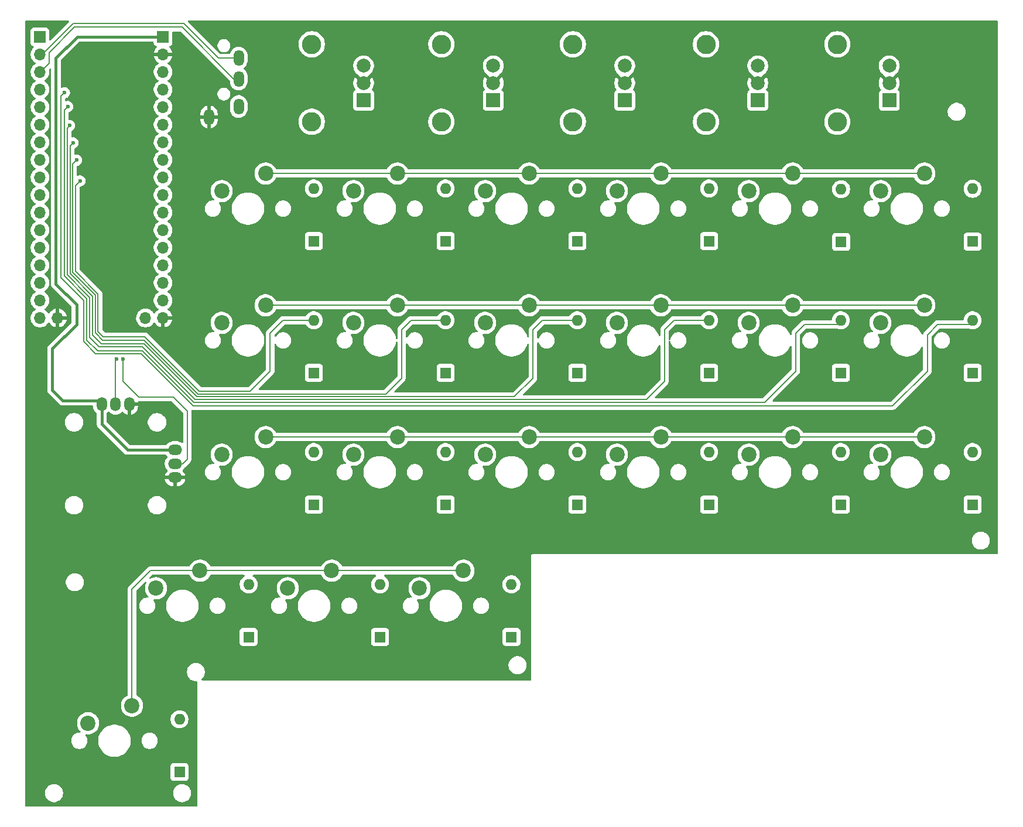
<source format=gbr>
%TF.GenerationSoftware,KiCad,Pcbnew,9.0.0*%
%TF.CreationDate,2025-03-26T22:33:01+09:00*%
%TF.ProjectId,keyboard,6b657962-6f61-4726-942e-6b696361645f,rev?*%
%TF.SameCoordinates,Original*%
%TF.FileFunction,Copper,L2,Bot*%
%TF.FilePolarity,Positive*%
%FSLAX46Y46*%
G04 Gerber Fmt 4.6, Leading zero omitted, Abs format (unit mm)*
G04 Created by KiCad (PCBNEW 9.0.0) date 2025-03-26 22:33:01*
%MOMM*%
%LPD*%
G01*
G04 APERTURE LIST*
%TA.AperFunction,ComponentPad*%
%ADD10R,1.600000X1.600000*%
%TD*%
%TA.AperFunction,ComponentPad*%
%ADD11O,1.600000X1.600000*%
%TD*%
%TA.AperFunction,ComponentPad*%
%ADD12C,2.200000*%
%TD*%
%TA.AperFunction,ComponentPad*%
%ADD13O,1.500000X2.000000*%
%TD*%
%TA.AperFunction,ComponentPad*%
%ADD14O,2.000000X1.500000*%
%TD*%
%TA.AperFunction,ComponentPad*%
%ADD15R,2.000000X2.000000*%
%TD*%
%TA.AperFunction,ComponentPad*%
%ADD16C,2.000000*%
%TD*%
%TA.AperFunction,ComponentPad*%
%ADD17C,2.800000*%
%TD*%
%TA.AperFunction,ComponentPad*%
%ADD18R,1.700000X1.700000*%
%TD*%
%TA.AperFunction,ComponentPad*%
%ADD19O,1.700000X1.700000*%
%TD*%
%TA.AperFunction,ComponentPad*%
%ADD20O,1.500000X2.300000*%
%TD*%
%TA.AperFunction,ViaPad*%
%ADD21C,0.600000*%
%TD*%
%TA.AperFunction,Conductor*%
%ADD22C,0.400000*%
%TD*%
%TA.AperFunction,Conductor*%
%ADD23C,0.200000*%
%TD*%
G04 APERTURE END LIST*
D10*
%TO.P,D12,1,K*%
%TO.N,Net-(D12-K)*%
X114800000Y-88260000D03*
D11*
%TO.P,D12,2,A*%
%TO.N,col6*%
X114800000Y-80640000D03*
%TD*%
D10*
%TO.P,D9,1,K*%
%TO.N,Net-(D9-K)*%
X171950000Y-88260000D03*
D11*
%TO.P,D9,2,A*%
%TO.N,col3*%
X171950000Y-80640000D03*
%TD*%
D12*
%TO.P,SW12,1,A*%
%TO.N,row2*%
X107829000Y-78474000D03*
%TO.P,SW12,2,B*%
%TO.N,Net-(D12-K)*%
X101479000Y-81014000D03*
%TD*%
D10*
%TO.P,D6,1,K*%
%TO.N,Net-(D6-K)*%
X114800000Y-69210000D03*
D11*
%TO.P,D6,2,A*%
%TO.N,col6*%
X114800000Y-61590000D03*
%TD*%
D12*
%TO.P,SW14,1,A*%
%TO.N,row3*%
X184029000Y-97524000D03*
%TO.P,SW14,2,B*%
%TO.N,Net-(D14-K)*%
X177679000Y-100064000D03*
%TD*%
D10*
%TO.P,D20,1,K*%
%TO.N,Net-(D20-K)*%
X124380000Y-126435000D03*
D11*
%TO.P,D20,2,A*%
%TO.N,colX2*%
X124380000Y-118815000D03*
%TD*%
D10*
%TO.P,D3,1,K*%
%TO.N,Net-(D3-K)*%
X171950000Y-69210000D03*
D11*
%TO.P,D3,2,A*%
%TO.N,col3*%
X171950000Y-61590000D03*
%TD*%
D13*
%TO.P,J5,1,Pin_1*%
%TO.N,GND*%
X88137500Y-92787500D03*
D14*
X94737500Y-103387500D03*
D13*
%TO.P,J5,2,Pin_2*%
%TO.N,GPIO27*%
X86137500Y-92787500D03*
%TO.P,J5,3,Pin_3*%
%TO.N,+3.3V*%
X84137500Y-92787500D03*
D14*
X94737500Y-99387500D03*
%TO.P,J5,4,Pin_4*%
%TO.N,GPIO26*%
X94737500Y-101387500D03*
%TD*%
D12*
%TO.P,SW18,1,A*%
%TO.N,row3*%
X107829000Y-97524000D03*
%TO.P,SW18,2,B*%
%TO.N,Net-(D18-K)*%
X101479000Y-100064000D03*
%TD*%
D10*
%TO.P,D13,1,K*%
%TO.N,Net-(D13-K)*%
X210050000Y-107310000D03*
D11*
%TO.P,D13,2,A*%
%TO.N,col1*%
X210050000Y-99690000D03*
%TD*%
D10*
%TO.P,D1,1,K*%
%TO.N,Net-(D1-K)*%
X210050000Y-69255000D03*
D11*
%TO.P,D1,2,A*%
%TO.N,col1*%
X210050000Y-61635000D03*
%TD*%
D12*
%TO.P,SW17,1,A*%
%TO.N,row3*%
X126879000Y-97524000D03*
%TO.P,SW17,2,B*%
%TO.N,Net-(D17-K)*%
X120529000Y-100064000D03*
%TD*%
D15*
%TO.P,SW25,A,A*%
%TO.N,GPIO20*%
X159750000Y-48850000D03*
D16*
%TO.P,SW25,B,B*%
%TO.N,GPIO21*%
X159750000Y-43850000D03*
%TO.P,SW25,C,C*%
%TO.N,GND*%
X159750000Y-46350000D03*
D17*
%TO.P,SW25,MP*%
%TO.N,N/C*%
X152250000Y-51950000D03*
X152250000Y-40750000D03*
%TD*%
D10*
%TO.P,D21,1,K*%
%TO.N,Net-(D21-K)*%
X105380000Y-126435000D03*
D11*
%TO.P,D21,2,A*%
%TO.N,colX3*%
X105380000Y-118815000D03*
%TD*%
D12*
%TO.P,SW20,1,A*%
%TO.N,rowX*%
X117389000Y-116844000D03*
%TO.P,SW20,2,B*%
%TO.N,Net-(D20-K)*%
X111039000Y-119384000D03*
%TD*%
%TO.P,SW1,1,A*%
%TO.N,row1*%
X203079000Y-59424000D03*
%TO.P,SW1,2,B*%
%TO.N,Net-(D1-K)*%
X196729000Y-61964000D03*
%TD*%
D15*
%TO.P,SW23,A,A*%
%TO.N,GPIO16*%
X198000000Y-48850000D03*
D16*
%TO.P,SW23,B,B*%
%TO.N,GPIO17*%
X198000000Y-43850000D03*
%TO.P,SW23,C,C*%
%TO.N,GND*%
X198000000Y-46350000D03*
D17*
%TO.P,SW23,MP*%
%TO.N,N/C*%
X190500000Y-51950000D03*
X190500000Y-40750000D03*
%TD*%
D12*
%TO.P,SW11,1,A*%
%TO.N,row2*%
X126879000Y-78474000D03*
%TO.P,SW11,2,B*%
%TO.N,Net-(D11-K)*%
X120529000Y-81014000D03*
%TD*%
D10*
%TO.P,D17,1,K*%
%TO.N,Net-(D17-K)*%
X133850000Y-107310000D03*
D11*
%TO.P,D17,2,A*%
%TO.N,col5*%
X133850000Y-99690000D03*
%TD*%
D10*
%TO.P,D5,1,K*%
%TO.N,Net-(D5-K)*%
X133850000Y-69210000D03*
D11*
%TO.P,D5,2,A*%
%TO.N,col5*%
X133850000Y-61590000D03*
%TD*%
D10*
%TO.P,D19,1,K*%
%TO.N,Net-(D19-K)*%
X143380000Y-126435000D03*
D11*
%TO.P,D19,2,A*%
%TO.N,colX1*%
X143380000Y-118815000D03*
%TD*%
D12*
%TO.P,SW9,1,A*%
%TO.N,row2*%
X164979000Y-78474000D03*
%TO.P,SW9,2,B*%
%TO.N,Net-(D9-K)*%
X158629000Y-81014000D03*
%TD*%
%TO.P,SW10,1,A*%
%TO.N,row2*%
X145929000Y-78474000D03*
%TO.P,SW10,2,B*%
%TO.N,Net-(D10-K)*%
X139579000Y-81014000D03*
%TD*%
D10*
%TO.P,D11,1,K*%
%TO.N,Net-(D11-K)*%
X133850000Y-88260000D03*
D11*
%TO.P,D11,2,A*%
%TO.N,col5*%
X133850000Y-80640000D03*
%TD*%
D12*
%TO.P,SW15,1,A*%
%TO.N,row3*%
X164979000Y-97524000D03*
%TO.P,SW15,2,B*%
%TO.N,Net-(D15-K)*%
X158629000Y-100064000D03*
%TD*%
D10*
%TO.P,D4,1,K*%
%TO.N,Net-(D4-K)*%
X152900000Y-69210000D03*
D11*
%TO.P,D4,2,A*%
%TO.N,col4*%
X152900000Y-61590000D03*
%TD*%
D12*
%TO.P,SW5,1,A*%
%TO.N,row1*%
X126879000Y-59424000D03*
%TO.P,SW5,2,B*%
%TO.N,Net-(D5-K)*%
X120529000Y-61964000D03*
%TD*%
D18*
%TO.P,U1,1,+5V*%
%TO.N,VSYS*%
X75200000Y-39670000D03*
D19*
%TO.P,U1,2,GPIO0*%
%TO.N,GPIO0*%
X75200000Y-42210000D03*
%TO.P,U1,3,GPIO1*%
%TO.N,GPIO1*%
X75200000Y-44750000D03*
%TO.P,U1,4,GPIO2*%
%TO.N,col1*%
X75200000Y-47290000D03*
%TO.P,U1,5,GPIO3*%
%TO.N,col2*%
X75200000Y-49830000D03*
%TO.P,U1,6,GPIO4*%
%TO.N,col3*%
X75200000Y-52370000D03*
%TO.P,U1,7,GPIO5*%
%TO.N,col4*%
X75200000Y-54910000D03*
%TO.P,U1,8,GPIO6*%
%TO.N,col5*%
X75200000Y-57450000D03*
%TO.P,U1,9,GPIO7*%
%TO.N,col6*%
X75200000Y-59990000D03*
%TO.P,U1,10,GPIO8*%
%TO.N,row1*%
X75200000Y-62530000D03*
%TO.P,U1,11,GPIO9*%
%TO.N,row2*%
X75200000Y-65070000D03*
%TO.P,U1,12,GPIO10*%
%TO.N,row3*%
X75200000Y-67610000D03*
%TO.P,U1,13,GPIO11*%
%TO.N,colX1*%
X75200000Y-70150000D03*
%TO.P,U1,14,GPIO12*%
%TO.N,colX2*%
X75200000Y-72690000D03*
%TO.P,U1,15,GPIO13*%
%TO.N,colX3*%
X75200000Y-75230000D03*
%TO.P,U1,16,GPIO14*%
%TO.N,colX4*%
X75200000Y-77770000D03*
%TO.P,U1,17,GPIO15*%
%TO.N,rowX*%
X75200000Y-80310000D03*
%TO.P,U1,18,GND*%
%TO.N,GND*%
X93000000Y-80310000D03*
%TO.P,U1,19,GPIO16*%
%TO.N,GPIO16*%
X93000000Y-77770000D03*
%TO.P,U1,20,GPIO17*%
%TO.N,GPIO17*%
X93000000Y-75230000D03*
%TO.P,U1,21,GPIO18*%
%TO.N,GPIO18*%
X93000000Y-72690000D03*
%TO.P,U1,22,GPIO19*%
%TO.N,GPIO19*%
X93000000Y-70150000D03*
%TO.P,U1,23,GPIO20*%
%TO.N,GPIO20*%
X93000000Y-67610000D03*
%TO.P,U1,24,GPIO21*%
%TO.N,GPIO21*%
X93000000Y-65070000D03*
%TO.P,U1,25,GPIO22*%
%TO.N,GPIO22*%
X93000000Y-62530000D03*
%TO.P,U1,26,GPIO23*%
%TO.N,GPIO23*%
X93000000Y-59990000D03*
%TO.P,U1,27,GPIO24*%
%TO.N,GPIO24*%
X93000000Y-57450000D03*
%TO.P,U1,28,GPIO25*%
%TO.N,GPIO25*%
X93000000Y-54910000D03*
%TO.P,U1,29,GPIO26*%
%TO.N,GPIO26*%
X93000000Y-52370000D03*
%TO.P,U1,30,GPIO27*%
%TO.N,GPIO27*%
X93000000Y-49830000D03*
%TO.P,U1,31,GPIO28*%
%TO.N,unconnected-(U1-GPIO28-Pad31)*%
X93000000Y-47290000D03*
%TO.P,U1,32,GPIO29*%
%TO.N,unconnected-(U1-GPIO29-Pad32)*%
X93000000Y-44750000D03*
%TO.P,U1,33,GND*%
%TO.N,GND*%
X93000000Y-42210000D03*
D18*
%TO.P,U1,34,+3.3V*%
%TO.N,+3.3V*%
X93000000Y-39670000D03*
D19*
%TO.P,U1,GND,GND*%
%TO.N,GND*%
X77740000Y-80310000D03*
%TO.P,U1,RUN,RUN*%
%TO.N,unconnected-(U1-PadRUN)*%
X90460000Y-80310000D03*
%TD*%
D10*
%TO.P,D7,1,K*%
%TO.N,Net-(D7-K)*%
X210050000Y-88260000D03*
D11*
%TO.P,D7,2,A*%
%TO.N,col1*%
X210050000Y-80640000D03*
%TD*%
D12*
%TO.P,SW13,1,A*%
%TO.N,row3*%
X203079000Y-97524000D03*
%TO.P,SW13,2,B*%
%TO.N,Net-(D13-K)*%
X196729000Y-100064000D03*
%TD*%
D10*
%TO.P,D18,1,K*%
%TO.N,Net-(D18-K)*%
X114800000Y-107310000D03*
D11*
%TO.P,D18,2,A*%
%TO.N,col6*%
X114800000Y-99690000D03*
%TD*%
D10*
%TO.P,D15,1,K*%
%TO.N,Net-(D15-K)*%
X171950000Y-107310000D03*
D11*
%TO.P,D15,2,A*%
%TO.N,col3*%
X171950000Y-99690000D03*
%TD*%
D15*
%TO.P,SW24,A,A*%
%TO.N,GPIO18*%
X179000000Y-48850000D03*
D16*
%TO.P,SW24,B,B*%
%TO.N,GPIO19*%
X179000000Y-43850000D03*
%TO.P,SW24,C,C*%
%TO.N,GND*%
X179000000Y-46350000D03*
D17*
%TO.P,SW24,MP*%
%TO.N,N/C*%
X171500000Y-51950000D03*
X171500000Y-40750000D03*
%TD*%
D12*
%TO.P,SW2,1,A*%
%TO.N,row1*%
X184029000Y-59424000D03*
%TO.P,SW2,2,B*%
%TO.N,Net-(D2-K)*%
X177679000Y-61964000D03*
%TD*%
D20*
%TO.P,J4,R1*%
%TO.N,GPIO1*%
X103950000Y-45750000D03*
%TO.P,J4,R2*%
%TO.N,GPIO0*%
X103950000Y-42750000D03*
%TO.P,J4,S*%
%TO.N,GND*%
X99650000Y-51250000D03*
%TO.P,J4,T*%
%TO.N,VSYS*%
X103950000Y-49750000D03*
%TD*%
D15*
%TO.P,SW26,A,A*%
%TO.N,GPIO22*%
X140750000Y-48850000D03*
D16*
%TO.P,SW26,B,B*%
%TO.N,GPIO23*%
X140750000Y-43850000D03*
%TO.P,SW26,C,C*%
%TO.N,GND*%
X140750000Y-46350000D03*
D17*
%TO.P,SW26,MP*%
%TO.N,N/C*%
X133250000Y-51950000D03*
X133250000Y-40750000D03*
%TD*%
D10*
%TO.P,D8,1,K*%
%TO.N,Net-(D8-K)*%
X191000000Y-88260000D03*
D11*
%TO.P,D8,2,A*%
%TO.N,col2*%
X191000000Y-80640000D03*
%TD*%
D15*
%TO.P,SW27,A,A*%
%TO.N,GPIO24*%
X122000000Y-48850000D03*
D16*
%TO.P,SW27,B,B*%
%TO.N,GPIO25*%
X122000000Y-43850000D03*
%TO.P,SW27,C,C*%
%TO.N,GND*%
X122000000Y-46350000D03*
D17*
%TO.P,SW27,MP*%
%TO.N,N/C*%
X114500000Y-51950000D03*
X114500000Y-40750000D03*
%TD*%
D10*
%TO.P,D2,1,K*%
%TO.N,Net-(D2-K)*%
X191049000Y-69310000D03*
D11*
%TO.P,D2,2,A*%
%TO.N,col2*%
X191049000Y-61690000D03*
%TD*%
D12*
%TO.P,SW3,1,A*%
%TO.N,row1*%
X164979000Y-59424000D03*
%TO.P,SW3,2,B*%
%TO.N,Net-(D3-K)*%
X158629000Y-61964000D03*
%TD*%
%TO.P,SW4,1,A*%
%TO.N,row1*%
X145929000Y-59424000D03*
%TO.P,SW4,2,B*%
%TO.N,Net-(D4-K)*%
X139579000Y-61964000D03*
%TD*%
%TO.P,SW6,1,A*%
%TO.N,row1*%
X107829000Y-59424000D03*
%TO.P,SW6,2,B*%
%TO.N,Net-(D6-K)*%
X101479000Y-61964000D03*
%TD*%
%TO.P,SW8,1,A*%
%TO.N,row2*%
X184029000Y-78474000D03*
%TO.P,SW8,2,B*%
%TO.N,Net-(D8-K)*%
X177679000Y-81014000D03*
%TD*%
D10*
%TO.P,D22,1,K*%
%TO.N,Net-(D22-K)*%
X95380000Y-145935000D03*
D11*
%TO.P,D22,2,A*%
%TO.N,colX4*%
X95380000Y-138315000D03*
%TD*%
D12*
%TO.P,SW22,1,A*%
%TO.N,rowX*%
X88519000Y-136344000D03*
%TO.P,SW22,2,B*%
%TO.N,Net-(D22-K)*%
X82169000Y-138884000D03*
%TD*%
D10*
%TO.P,D16,1,K*%
%TO.N,Net-(D16-K)*%
X152900000Y-107310000D03*
D11*
%TO.P,D16,2,A*%
%TO.N,col4*%
X152900000Y-99690000D03*
%TD*%
D10*
%TO.P,D10,1,K*%
%TO.N,Net-(D10-K)*%
X152900000Y-88260000D03*
D11*
%TO.P,D10,2,A*%
%TO.N,col4*%
X152900000Y-80640000D03*
%TD*%
D10*
%TO.P,D14,1,K*%
%TO.N,Net-(D14-K)*%
X191000000Y-107310000D03*
D11*
%TO.P,D14,2,A*%
%TO.N,col2*%
X191000000Y-99690000D03*
%TD*%
D12*
%TO.P,SW19,1,A*%
%TO.N,rowX*%
X136439000Y-116844000D03*
%TO.P,SW19,2,B*%
%TO.N,Net-(D19-K)*%
X130089000Y-119384000D03*
%TD*%
%TO.P,SW7,1,A*%
%TO.N,row2*%
X203079000Y-78474000D03*
%TO.P,SW7,2,B*%
%TO.N,Net-(D7-K)*%
X196729000Y-81014000D03*
%TD*%
%TO.P,SW16,1,A*%
%TO.N,row3*%
X145929000Y-97524000D03*
%TO.P,SW16,2,B*%
%TO.N,Net-(D16-K)*%
X139579000Y-100064000D03*
%TD*%
%TO.P,SW21,1,A*%
%TO.N,rowX*%
X98339000Y-116844000D03*
%TO.P,SW21,2,B*%
%TO.N,Net-(D21-K)*%
X91989000Y-119384000D03*
%TD*%
D21*
%TO.N,GND*%
X75750000Y-91750000D03*
X77250000Y-78000000D03*
X87250000Y-124000000D03*
X126750000Y-40250000D03*
X85000000Y-70000000D03*
X178000000Y-90500000D03*
X116500000Y-46500000D03*
X158250000Y-91000000D03*
X133250000Y-46500000D03*
X154500000Y-45750000D03*
X119750000Y-90250000D03*
X188000000Y-112750000D03*
X107000000Y-110750000D03*
X188750000Y-72250000D03*
X86250000Y-46250000D03*
X139750000Y-119000000D03*
X112750000Y-128750000D03*
X149750000Y-110250000D03*
X206500000Y-42000000D03*
X78500000Y-145000000D03*
X146500000Y-40250000D03*
X165250000Y-110250000D03*
X85750000Y-109250000D03*
X168750000Y-71500000D03*
X184500000Y-107750000D03*
X193750000Y-46000000D03*
X206250000Y-92250000D03*
X138750000Y-90250000D03*
X83500000Y-102000000D03*
X149250000Y-72250000D03*
X165500000Y-40250000D03*
X197750000Y-71500000D03*
X130750000Y-72000000D03*
X129500000Y-112500000D03*
X187000000Y-40250000D03*
X95500000Y-141750000D03*
X175000000Y-46250000D03*
%TO.N,col1*%
X78750000Y-47750000D03*
%TO.N,col2*%
X79250000Y-49750000D03*
%TO.N,col3*%
X79500000Y-52500000D03*
%TO.N,col4*%
X80000000Y-55000000D03*
%TO.N,col5*%
X80500000Y-57500000D03*
%TO.N,col6*%
X81000000Y-60500000D03*
%TO.N,GPIO27*%
X86250000Y-86250000D03*
%TO.N,GPIO26*%
X87250000Y-86250000D03*
%TD*%
D22*
%TO.N,+3.3V*%
X84137500Y-95637500D02*
X87887500Y-99387500D01*
X83600000Y-92250000D02*
X78500000Y-92250000D01*
X77000000Y-84750000D02*
X80500000Y-81250000D01*
X80500000Y-78375000D02*
X77500000Y-75375000D01*
X77000000Y-90750000D02*
X77000000Y-84750000D01*
X77500000Y-42750000D02*
X80580000Y-39670000D01*
X77500000Y-75375000D02*
X77500000Y-42750000D01*
X80500000Y-81250000D02*
X80500000Y-78375000D01*
X84137500Y-92787500D02*
X84137500Y-95637500D01*
D23*
X84137500Y-92787500D02*
X83600000Y-92250000D01*
D22*
X80580000Y-39670000D02*
X93000000Y-39670000D01*
X87887500Y-99387500D02*
X94737500Y-99387500D01*
X78500000Y-92250000D02*
X77000000Y-90750000D01*
D23*
%TO.N,col1*%
X210050000Y-80640000D02*
X209440000Y-81250000D01*
X198500000Y-93000000D02*
X97368628Y-93000000D01*
X209440000Y-81250000D02*
X205000000Y-81250000D01*
X97368628Y-93000000D02*
X89868628Y-85500000D01*
X78250000Y-48250000D02*
X78750000Y-47750000D01*
X78250000Y-74500000D02*
X78250000Y-48250000D01*
X205000000Y-81250000D02*
X203500000Y-82750000D01*
X203500000Y-82750000D02*
X203500000Y-88000000D01*
X83250000Y-85500000D02*
X81500000Y-83750000D01*
X89868628Y-85500000D02*
X83250000Y-85500000D01*
X203500000Y-88000000D02*
X198500000Y-93000000D01*
X81500000Y-83750000D02*
X81500000Y-77750000D01*
X81500000Y-77750000D02*
X78250000Y-74500000D01*
%TO.N,col2*%
X78750000Y-50250000D02*
X78750000Y-74250000D01*
X184500000Y-82500000D02*
X185750000Y-81250000D01*
X89967157Y-85032843D02*
X97434314Y-92500000D01*
X180000000Y-92500000D02*
X184500000Y-88000000D01*
X82000000Y-83500000D02*
X83532843Y-85032843D01*
X79250000Y-49750000D02*
X78750000Y-50250000D01*
X185750000Y-81250000D02*
X190390000Y-81250000D01*
X184500000Y-88000000D02*
X184500000Y-82500000D01*
X97434314Y-92500000D02*
X180000000Y-92500000D01*
X190390000Y-81250000D02*
X191000000Y-80640000D01*
X82000000Y-77500000D02*
X82000000Y-83500000D01*
X78750000Y-74250000D02*
X82000000Y-77500000D01*
X83532843Y-85032843D02*
X89967157Y-85032843D01*
%TO.N,col3*%
X166860000Y-80640000D02*
X165500000Y-82000000D01*
X83750000Y-84500000D02*
X90000000Y-84500000D01*
X82166100Y-77099000D02*
X82000000Y-76932900D01*
X97599000Y-92099000D02*
X99500000Y-92099000D01*
X82401000Y-77666100D02*
X82401000Y-77333900D01*
X165500000Y-82000000D02*
X165500000Y-89500000D01*
X82401000Y-83151000D02*
X83250000Y-84000000D01*
X79151000Y-52849000D02*
X79500000Y-52500000D01*
X82401000Y-82500000D02*
X82401000Y-83151000D01*
X162901000Y-92099000D02*
X99500000Y-92099000D01*
X165500000Y-89500000D02*
X162901000Y-92099000D01*
X171950000Y-80640000D02*
X166860000Y-80640000D01*
X79151000Y-74083900D02*
X79151000Y-52849000D01*
X83250000Y-84000000D02*
X83750000Y-84500000D01*
X90000000Y-84500000D02*
X97599000Y-92099000D01*
X82000000Y-76932900D02*
X79151000Y-74083900D01*
X82401000Y-78099000D02*
X82401000Y-77666100D01*
X82401000Y-82500000D02*
X82401000Y-78099000D01*
X82401000Y-77333900D02*
X82166100Y-77099000D01*
%TO.N,col4*%
X147860000Y-80640000D02*
X146500000Y-82000000D01*
X152900000Y-80640000D02*
X147860000Y-80640000D01*
X97882314Y-91698000D02*
X90217157Y-84032843D01*
X146500000Y-82000000D02*
X146500000Y-89000000D01*
X84084843Y-84032843D02*
X82802000Y-82750000D01*
X82802000Y-77167800D02*
X79552000Y-73917800D01*
X143802000Y-91698000D02*
X97882314Y-91698000D01*
X146500000Y-89000000D02*
X143802000Y-91698000D01*
X79552000Y-73917800D02*
X79552000Y-55448000D01*
X90217157Y-84032843D02*
X84084843Y-84032843D01*
X82802000Y-82750000D02*
X82802000Y-77167800D01*
X79552000Y-55448000D02*
X80000000Y-55000000D01*
%TO.N,col5*%
X83203000Y-77001700D02*
X83203000Y-82453000D01*
X90250000Y-83500000D02*
X98047000Y-91297000D01*
X127500000Y-82000000D02*
X128860000Y-80640000D01*
X79953000Y-73751700D02*
X83203000Y-77001700D01*
X84250000Y-83500000D02*
X90250000Y-83500000D01*
X98047000Y-91297000D02*
X125203000Y-91297000D01*
X125203000Y-91297000D02*
X127500000Y-89000000D01*
X128860000Y-80640000D02*
X133850000Y-80640000D01*
X80500000Y-57500000D02*
X79953000Y-58047000D01*
X127500000Y-89000000D02*
X127500000Y-82000000D01*
X79953000Y-58047000D02*
X79953000Y-73751700D01*
X83203000Y-82453000D02*
X84250000Y-83500000D01*
%TO.N,col6*%
X108500000Y-88000000D02*
X108500000Y-82500000D01*
X83604000Y-82250000D02*
X84354000Y-83000000D01*
X84354000Y-83000000D02*
X90354000Y-83000000D01*
X108500000Y-82500000D02*
X110360000Y-80640000D01*
X83604000Y-78000000D02*
X83604000Y-82250000D01*
X90354000Y-83000000D02*
X98250000Y-90896000D01*
X98250000Y-90896000D02*
X105604000Y-90896000D01*
X105604000Y-90896000D02*
X108500000Y-88000000D01*
X80354000Y-73585600D02*
X80354000Y-61146000D01*
X110360000Y-80640000D02*
X114800000Y-80640000D01*
X83604000Y-78000000D02*
X83604000Y-76835600D01*
X80354000Y-61146000D02*
X81000000Y-60500000D01*
X83604000Y-76835600D02*
X80354000Y-73585600D01*
X83604000Y-78000000D02*
X83604000Y-77500000D01*
%TO.N,GPIO27*%
X86137500Y-86362500D02*
X86250000Y-86250000D01*
X86137500Y-92787500D02*
X86137500Y-86362500D01*
%TO.N,GPIO26*%
X95862500Y-101387500D02*
X96500000Y-100750000D01*
X94500000Y-91750000D02*
X89500000Y-91750000D01*
X94737500Y-101387500D02*
X95862500Y-101387500D01*
X96500000Y-93750000D02*
X94500000Y-91750000D01*
X89500000Y-91750000D02*
X87250000Y-89500000D01*
X87250000Y-89500000D02*
X87250000Y-86250000D01*
X96500000Y-100750000D02*
X96500000Y-93750000D01*
%TO.N,row1*%
X203079000Y-59424000D02*
X107829000Y-59424000D01*
%TO.N,row2*%
X203079000Y-78474000D02*
X107829000Y-78474000D01*
%TO.N,row3*%
X203079000Y-97524000D02*
X107829000Y-97524000D01*
%TO.N,GPIO1*%
X76500000Y-42000000D02*
X76500000Y-43500000D01*
X75250000Y-44750000D02*
X75200000Y-44750000D01*
X103950000Y-45750000D02*
X103250000Y-45750000D01*
X80217157Y-38282843D02*
X76500000Y-42000000D01*
X95782843Y-38282843D02*
X80217157Y-38282843D01*
X103250000Y-45750000D02*
X95782843Y-38282843D01*
X76500000Y-43500000D02*
X75250000Y-44750000D01*
%TO.N,GPIO0*%
X101000000Y-42750000D02*
X100250000Y-42000000D01*
X96000000Y-37750000D02*
X80000000Y-37750000D01*
X80000000Y-37750000D02*
X75540000Y-42210000D01*
X100250000Y-42000000D02*
X96000000Y-37750000D01*
X103950000Y-42750000D02*
X101000000Y-42750000D01*
X75540000Y-42210000D02*
X75200000Y-42210000D01*
%TO.N,rowX*%
X88519000Y-136344000D02*
X88519000Y-119481000D01*
X88519000Y-119481000D02*
X91156000Y-116844000D01*
X136439000Y-116844000D02*
X98339000Y-116844000D01*
X91156000Y-116844000D02*
X98339000Y-116844000D01*
%TD*%
%TA.AperFunction,Conductor*%
%TO.N,GND*%
G36*
X79367941Y-37320185D02*
G01*
X79413696Y-37372989D01*
X79423640Y-37442147D01*
X79394615Y-37505703D01*
X79388583Y-37512181D01*
X76762180Y-40138584D01*
X76700857Y-40172069D01*
X76631165Y-40167085D01*
X76575232Y-40125213D01*
X76550815Y-40059749D01*
X76550499Y-40050903D01*
X76550499Y-38772129D01*
X76550498Y-38772123D01*
X76550497Y-38772116D01*
X76544091Y-38712517D01*
X76493796Y-38577669D01*
X76493795Y-38577668D01*
X76493793Y-38577664D01*
X76407547Y-38462455D01*
X76407544Y-38462452D01*
X76292335Y-38376206D01*
X76292328Y-38376202D01*
X76157482Y-38325908D01*
X76157483Y-38325908D01*
X76097883Y-38319501D01*
X76097881Y-38319500D01*
X76097873Y-38319500D01*
X76097864Y-38319500D01*
X74302129Y-38319500D01*
X74302123Y-38319501D01*
X74242516Y-38325908D01*
X74107671Y-38376202D01*
X74107664Y-38376206D01*
X73992455Y-38462452D01*
X73992452Y-38462455D01*
X73906206Y-38577664D01*
X73906202Y-38577671D01*
X73855908Y-38712517D01*
X73849501Y-38772116D01*
X73849501Y-38772123D01*
X73849500Y-38772135D01*
X73849500Y-40567870D01*
X73849501Y-40567876D01*
X73855908Y-40627483D01*
X73906202Y-40762328D01*
X73906206Y-40762335D01*
X73992452Y-40877544D01*
X73992455Y-40877547D01*
X74107664Y-40963793D01*
X74107671Y-40963797D01*
X74239082Y-41012810D01*
X74295016Y-41054681D01*
X74319433Y-41120145D01*
X74304582Y-41188418D01*
X74283431Y-41216673D01*
X74169889Y-41330215D01*
X74044951Y-41502179D01*
X73948444Y-41691585D01*
X73882753Y-41893760D01*
X73881291Y-41902993D01*
X73849500Y-42103713D01*
X73849500Y-42316287D01*
X73882754Y-42526243D01*
X73895885Y-42566657D01*
X73948444Y-42728414D01*
X74044951Y-42917820D01*
X74169890Y-43089786D01*
X74320213Y-43240109D01*
X74492182Y-43365050D01*
X74500946Y-43369516D01*
X74551742Y-43417491D01*
X74568536Y-43485312D01*
X74545998Y-43551447D01*
X74500946Y-43590484D01*
X74492182Y-43594949D01*
X74320213Y-43719890D01*
X74169890Y-43870213D01*
X74044951Y-44042179D01*
X73948444Y-44231585D01*
X73882753Y-44433760D01*
X73849500Y-44643713D01*
X73849500Y-44856286D01*
X73881317Y-45057174D01*
X73882754Y-45066243D01*
X73904556Y-45133343D01*
X73948444Y-45268414D01*
X74044951Y-45457820D01*
X74169890Y-45629786D01*
X74320213Y-45780109D01*
X74492182Y-45905050D01*
X74500946Y-45909516D01*
X74551742Y-45957491D01*
X74568536Y-46025312D01*
X74545998Y-46091447D01*
X74500946Y-46130484D01*
X74492182Y-46134949D01*
X74320213Y-46259890D01*
X74169890Y-46410213D01*
X74044951Y-46582179D01*
X73948444Y-46771585D01*
X73882753Y-46973760D01*
X73849500Y-47183713D01*
X73849500Y-47396286D01*
X73868541Y-47516510D01*
X73882754Y-47606243D01*
X73946403Y-47802135D01*
X73948444Y-47808414D01*
X74044951Y-47997820D01*
X74169890Y-48169786D01*
X74320213Y-48320109D01*
X74492182Y-48445050D01*
X74500946Y-48449516D01*
X74551742Y-48497491D01*
X74568536Y-48565312D01*
X74545998Y-48631447D01*
X74500946Y-48670484D01*
X74492182Y-48674949D01*
X74320213Y-48799890D01*
X74169890Y-48950213D01*
X74044951Y-49122179D01*
X73948444Y-49311585D01*
X73882753Y-49513760D01*
X73849500Y-49723713D01*
X73849500Y-49936286D01*
X73874214Y-50092328D01*
X73882754Y-50146243D01*
X73930697Y-50293797D01*
X73948444Y-50348414D01*
X74044951Y-50537820D01*
X74169890Y-50709786D01*
X74320213Y-50860109D01*
X74492182Y-50985050D01*
X74500946Y-50989516D01*
X74551742Y-51037491D01*
X74568536Y-51105312D01*
X74545998Y-51171447D01*
X74500946Y-51210484D01*
X74492182Y-51214949D01*
X74320213Y-51339890D01*
X74169890Y-51490213D01*
X74044951Y-51662179D01*
X73948444Y-51851585D01*
X73882753Y-52053760D01*
X73849500Y-52263713D01*
X73849500Y-52476286D01*
X73865743Y-52578844D01*
X73882754Y-52686243D01*
X73942206Y-52869218D01*
X73948444Y-52888414D01*
X74044951Y-53077820D01*
X74169890Y-53249786D01*
X74320213Y-53400109D01*
X74492182Y-53525050D01*
X74500946Y-53529516D01*
X74551742Y-53577491D01*
X74568536Y-53645312D01*
X74545998Y-53711447D01*
X74500946Y-53750484D01*
X74492182Y-53754949D01*
X74320213Y-53879890D01*
X74169890Y-54030213D01*
X74044951Y-54202179D01*
X73948444Y-54391585D01*
X73882753Y-54593760D01*
X73855392Y-54766510D01*
X73849500Y-54803713D01*
X73849500Y-55016287D01*
X73882754Y-55226243D01*
X73885112Y-55233501D01*
X73948444Y-55428414D01*
X74044951Y-55617820D01*
X74169890Y-55789786D01*
X74320213Y-55940109D01*
X74492182Y-56065050D01*
X74500946Y-56069516D01*
X74551742Y-56117491D01*
X74568536Y-56185312D01*
X74545998Y-56251447D01*
X74500946Y-56290484D01*
X74492182Y-56294949D01*
X74320213Y-56419890D01*
X74169890Y-56570213D01*
X74044951Y-56742179D01*
X73948444Y-56931585D01*
X73882753Y-57133760D01*
X73849500Y-57343713D01*
X73849500Y-57556286D01*
X73877567Y-57733497D01*
X73882754Y-57766243D01*
X73939458Y-57940760D01*
X73948444Y-57968414D01*
X74044951Y-58157820D01*
X74169890Y-58329786D01*
X74320213Y-58480109D01*
X74492182Y-58605050D01*
X74500946Y-58609516D01*
X74551742Y-58657491D01*
X74568536Y-58725312D01*
X74545998Y-58791447D01*
X74500946Y-58830484D01*
X74492182Y-58834949D01*
X74320213Y-58959890D01*
X74169890Y-59110213D01*
X74044951Y-59282179D01*
X73948444Y-59471585D01*
X73882753Y-59673760D01*
X73849500Y-59883713D01*
X73849500Y-60096286D01*
X73876459Y-60266503D01*
X73882754Y-60306243D01*
X73940764Y-60484780D01*
X73948444Y-60508414D01*
X74044951Y-60697820D01*
X74169890Y-60869786D01*
X74320213Y-61020109D01*
X74492182Y-61145050D01*
X74500946Y-61149516D01*
X74551742Y-61197491D01*
X74568536Y-61265312D01*
X74545998Y-61331447D01*
X74500946Y-61370484D01*
X74492182Y-61374949D01*
X74320213Y-61499890D01*
X74169890Y-61650213D01*
X74044951Y-61822179D01*
X73948444Y-62011585D01*
X73882753Y-62213760D01*
X73849500Y-62423713D01*
X73849500Y-62636286D01*
X73881799Y-62840218D01*
X73882754Y-62846243D01*
X73934873Y-63006649D01*
X73948444Y-63048414D01*
X74044951Y-63237820D01*
X74169890Y-63409786D01*
X74320213Y-63560109D01*
X74492182Y-63685050D01*
X74500946Y-63689516D01*
X74551742Y-63737491D01*
X74568536Y-63805312D01*
X74545998Y-63871447D01*
X74500946Y-63910484D01*
X74492182Y-63914949D01*
X74320213Y-64039890D01*
X74169890Y-64190213D01*
X74044951Y-64362179D01*
X73948444Y-64551585D01*
X73882753Y-64753760D01*
X73878528Y-64780438D01*
X73849500Y-64963713D01*
X73849500Y-65176287D01*
X73882754Y-65386243D01*
X73924152Y-65513653D01*
X73948444Y-65588414D01*
X74044951Y-65777820D01*
X74169890Y-65949786D01*
X74320213Y-66100109D01*
X74492182Y-66225050D01*
X74500946Y-66229516D01*
X74551742Y-66277491D01*
X74568536Y-66345312D01*
X74545998Y-66411447D01*
X74500946Y-66450484D01*
X74492182Y-66454949D01*
X74320213Y-66579890D01*
X74169890Y-66730213D01*
X74044951Y-66902179D01*
X73948444Y-67091585D01*
X73882753Y-67293760D01*
X73849500Y-67503713D01*
X73849500Y-67716287D01*
X73882754Y-67926243D01*
X73938384Y-68097455D01*
X73948444Y-68128414D01*
X74044951Y-68317820D01*
X74169890Y-68489786D01*
X74320213Y-68640109D01*
X74492182Y-68765050D01*
X74500946Y-68769516D01*
X74551742Y-68817491D01*
X74568536Y-68885312D01*
X74545998Y-68951447D01*
X74500946Y-68990484D01*
X74492182Y-68994949D01*
X74320213Y-69119890D01*
X74169890Y-69270213D01*
X74044951Y-69442179D01*
X73948444Y-69631585D01*
X73882753Y-69833760D01*
X73849500Y-70043713D01*
X73849500Y-70256286D01*
X73880782Y-70453797D01*
X73882754Y-70466243D01*
X73911755Y-70555500D01*
X73948444Y-70668414D01*
X74044951Y-70857820D01*
X74169890Y-71029786D01*
X74320213Y-71180109D01*
X74492182Y-71305050D01*
X74500946Y-71309516D01*
X74551742Y-71357491D01*
X74568536Y-71425312D01*
X74545998Y-71491447D01*
X74500946Y-71530484D01*
X74492182Y-71534949D01*
X74320213Y-71659890D01*
X74169890Y-71810213D01*
X74044951Y-71982179D01*
X73948444Y-72171585D01*
X73882753Y-72373760D01*
X73849500Y-72583713D01*
X73849500Y-72796286D01*
X73882753Y-73006239D01*
X73948444Y-73208414D01*
X74044951Y-73397820D01*
X74169890Y-73569786D01*
X74320213Y-73720109D01*
X74492182Y-73845050D01*
X74500946Y-73849516D01*
X74551742Y-73897491D01*
X74568536Y-73965312D01*
X74545998Y-74031447D01*
X74500946Y-74070484D01*
X74492182Y-74074949D01*
X74320213Y-74199890D01*
X74169890Y-74350213D01*
X74044951Y-74522179D01*
X73948444Y-74711585D01*
X73882753Y-74913760D01*
X73849500Y-75123713D01*
X73849500Y-75336286D01*
X73866559Y-75443996D01*
X73882754Y-75546243D01*
X73893505Y-75579332D01*
X73948444Y-75748414D01*
X74044951Y-75937820D01*
X74169890Y-76109786D01*
X74320213Y-76260109D01*
X74492182Y-76385050D01*
X74500946Y-76389516D01*
X74551742Y-76437491D01*
X74568536Y-76505312D01*
X74545998Y-76571447D01*
X74500946Y-76610484D01*
X74492182Y-76614949D01*
X74320213Y-76739890D01*
X74169890Y-76890213D01*
X74044951Y-77062179D01*
X73948444Y-77251585D01*
X73882753Y-77453760D01*
X73849500Y-77663713D01*
X73849500Y-77876286D01*
X73882753Y-78086239D01*
X73948444Y-78288414D01*
X74044951Y-78477820D01*
X74169890Y-78649786D01*
X74320213Y-78800109D01*
X74492182Y-78925050D01*
X74500946Y-78929516D01*
X74551742Y-78977491D01*
X74568536Y-79045312D01*
X74545998Y-79111447D01*
X74500946Y-79150484D01*
X74492182Y-79154949D01*
X74320213Y-79279890D01*
X74169890Y-79430213D01*
X74044951Y-79602179D01*
X73948444Y-79791585D01*
X73882753Y-79993760D01*
X73856507Y-80159475D01*
X73849500Y-80203713D01*
X73849500Y-80416287D01*
X73882754Y-80626243D01*
X73920480Y-80742352D01*
X73948444Y-80828414D01*
X74044951Y-81017820D01*
X74169890Y-81189786D01*
X74320213Y-81340109D01*
X74492179Y-81465048D01*
X74492181Y-81465049D01*
X74492184Y-81465051D01*
X74681588Y-81561557D01*
X74883757Y-81627246D01*
X75093713Y-81660500D01*
X75093714Y-81660500D01*
X75306286Y-81660500D01*
X75306287Y-81660500D01*
X75516243Y-81627246D01*
X75718412Y-81561557D01*
X75907816Y-81465051D01*
X76012788Y-81388785D01*
X76079786Y-81340109D01*
X76079788Y-81340106D01*
X76079792Y-81340104D01*
X76230104Y-81189792D01*
X76230106Y-81189788D01*
X76230109Y-81189786D01*
X76355048Y-81017820D01*
X76355051Y-81017816D01*
X76359793Y-81008508D01*
X76407763Y-80957711D01*
X76475583Y-80940911D01*
X76541719Y-80963445D01*
X76580763Y-81008500D01*
X76585377Y-81017555D01*
X76710272Y-81189459D01*
X76710276Y-81189464D01*
X76860535Y-81339723D01*
X76860540Y-81339727D01*
X77032442Y-81464620D01*
X77221782Y-81561095D01*
X77423871Y-81626757D01*
X77490000Y-81637231D01*
X77490000Y-80743012D01*
X77547007Y-80775925D01*
X77674174Y-80810000D01*
X77805826Y-80810000D01*
X77932993Y-80775925D01*
X77990000Y-80743012D01*
X77990000Y-81637230D01*
X78056126Y-81626757D01*
X78056129Y-81626757D01*
X78258217Y-81561095D01*
X78447557Y-81464620D01*
X78619459Y-81339727D01*
X78619464Y-81339723D01*
X78769723Y-81189464D01*
X78769727Y-81189459D01*
X78894620Y-81017557D01*
X78991095Y-80828217D01*
X79056757Y-80626129D01*
X79056757Y-80626126D01*
X79067231Y-80560000D01*
X78173012Y-80560000D01*
X78205925Y-80502993D01*
X78240000Y-80375826D01*
X78240000Y-80244174D01*
X78205925Y-80117007D01*
X78173012Y-80060000D01*
X79067231Y-80060000D01*
X79056757Y-79993873D01*
X79056757Y-79993870D01*
X78991095Y-79791782D01*
X78894620Y-79602442D01*
X78769727Y-79430540D01*
X78769723Y-79430535D01*
X78619464Y-79280276D01*
X78619459Y-79280272D01*
X78447557Y-79155379D01*
X78258215Y-79058903D01*
X78056124Y-78993241D01*
X77990000Y-78982768D01*
X77990000Y-79876988D01*
X77932993Y-79844075D01*
X77805826Y-79810000D01*
X77674174Y-79810000D01*
X77547007Y-79844075D01*
X77490000Y-79876988D01*
X77490000Y-78982768D01*
X77489999Y-78982768D01*
X77423875Y-78993241D01*
X77221784Y-79058903D01*
X77032442Y-79155379D01*
X76860540Y-79280272D01*
X76860535Y-79280276D01*
X76710276Y-79430535D01*
X76710272Y-79430540D01*
X76585378Y-79602443D01*
X76580762Y-79611502D01*
X76532784Y-79662295D01*
X76464963Y-79679087D01*
X76398829Y-79656546D01*
X76359794Y-79611493D01*
X76355051Y-79602184D01*
X76355049Y-79602181D01*
X76355048Y-79602179D01*
X76230109Y-79430213D01*
X76079786Y-79279890D01*
X75907820Y-79154951D01*
X75899600Y-79150763D01*
X75899054Y-79150485D01*
X75848259Y-79102512D01*
X75831463Y-79034692D01*
X75853999Y-78968556D01*
X75899054Y-78929515D01*
X75907816Y-78925051D01*
X76012788Y-78848785D01*
X76079786Y-78800109D01*
X76079788Y-78800106D01*
X76079792Y-78800104D01*
X76230104Y-78649792D01*
X76230106Y-78649788D01*
X76230109Y-78649786D01*
X76355048Y-78477820D01*
X76355047Y-78477820D01*
X76355051Y-78477816D01*
X76451557Y-78288412D01*
X76517246Y-78086243D01*
X76550500Y-77876287D01*
X76550500Y-77663713D01*
X76517246Y-77453757D01*
X76451557Y-77251588D01*
X76355051Y-77062184D01*
X76355049Y-77062181D01*
X76355048Y-77062179D01*
X76230109Y-76890213D01*
X76079786Y-76739890D01*
X75907820Y-76614951D01*
X75907115Y-76614591D01*
X75899054Y-76610485D01*
X75848259Y-76562512D01*
X75831463Y-76494692D01*
X75853999Y-76428556D01*
X75899054Y-76389515D01*
X75907816Y-76385051D01*
X75955043Y-76350739D01*
X76079786Y-76260109D01*
X76079788Y-76260106D01*
X76079792Y-76260104D01*
X76230104Y-76109792D01*
X76230106Y-76109788D01*
X76230109Y-76109786D01*
X76355048Y-75937820D01*
X76355047Y-75937820D01*
X76355051Y-75937816D01*
X76451557Y-75748412D01*
X76517246Y-75546243D01*
X76550500Y-75336287D01*
X76550500Y-75123713D01*
X76517246Y-74913757D01*
X76451557Y-74711588D01*
X76355051Y-74522184D01*
X76355049Y-74522181D01*
X76355048Y-74522179D01*
X76230109Y-74350213D01*
X76079786Y-74199890D01*
X75907820Y-74074951D01*
X75907115Y-74074591D01*
X75899054Y-74070485D01*
X75848259Y-74022512D01*
X75831463Y-73954692D01*
X75853999Y-73888556D01*
X75899054Y-73849515D01*
X75907816Y-73845051D01*
X75929789Y-73829086D01*
X76079786Y-73720109D01*
X76079788Y-73720106D01*
X76079792Y-73720104D01*
X76230104Y-73569792D01*
X76230106Y-73569788D01*
X76230109Y-73569786D01*
X76355048Y-73397820D01*
X76355047Y-73397820D01*
X76355051Y-73397816D01*
X76451557Y-73208412D01*
X76517246Y-73006243D01*
X76550500Y-72796287D01*
X76550500Y-72583713D01*
X76517246Y-72373757D01*
X76451557Y-72171588D01*
X76355051Y-71982184D01*
X76355049Y-71982181D01*
X76355048Y-71982179D01*
X76230109Y-71810213D01*
X76079786Y-71659890D01*
X75907820Y-71534951D01*
X75907115Y-71534591D01*
X75899054Y-71530485D01*
X75848259Y-71482512D01*
X75831463Y-71414692D01*
X75853999Y-71348556D01*
X75899054Y-71309515D01*
X75907816Y-71305051D01*
X75929789Y-71289086D01*
X76079786Y-71180109D01*
X76079788Y-71180106D01*
X76079792Y-71180104D01*
X76230104Y-71029792D01*
X76230106Y-71029788D01*
X76230109Y-71029786D01*
X76355048Y-70857820D01*
X76355047Y-70857820D01*
X76355051Y-70857816D01*
X76451557Y-70668412D01*
X76517246Y-70466243D01*
X76550500Y-70256287D01*
X76550500Y-70043713D01*
X76517246Y-69833757D01*
X76451557Y-69631588D01*
X76355051Y-69442184D01*
X76355049Y-69442181D01*
X76355048Y-69442179D01*
X76230109Y-69270213D01*
X76079786Y-69119890D01*
X75907820Y-68994951D01*
X75907115Y-68994591D01*
X75899054Y-68990485D01*
X75848259Y-68942512D01*
X75831463Y-68874692D01*
X75853999Y-68808556D01*
X75899054Y-68769515D01*
X75907816Y-68765051D01*
X75929789Y-68749086D01*
X76079786Y-68640109D01*
X76079788Y-68640106D01*
X76079792Y-68640104D01*
X76230104Y-68489792D01*
X76230106Y-68489788D01*
X76230109Y-68489786D01*
X76355048Y-68317820D01*
X76355050Y-68317817D01*
X76355051Y-68317816D01*
X76451557Y-68128412D01*
X76517246Y-67926243D01*
X76550500Y-67716287D01*
X76550500Y-67503713D01*
X76517246Y-67293757D01*
X76451557Y-67091588D01*
X76355051Y-66902184D01*
X76355049Y-66902181D01*
X76355048Y-66902179D01*
X76230109Y-66730213D01*
X76079786Y-66579890D01*
X75907820Y-66454951D01*
X75907115Y-66454591D01*
X75899054Y-66450485D01*
X75848259Y-66402512D01*
X75831463Y-66334692D01*
X75853999Y-66268556D01*
X75899054Y-66229515D01*
X75907816Y-66225051D01*
X75929789Y-66209086D01*
X76079786Y-66100109D01*
X76079788Y-66100106D01*
X76079792Y-66100104D01*
X76230104Y-65949792D01*
X76230106Y-65949788D01*
X76230109Y-65949786D01*
X76355048Y-65777820D01*
X76355047Y-65777820D01*
X76355051Y-65777816D01*
X76451557Y-65588412D01*
X76517246Y-65386243D01*
X76550500Y-65176287D01*
X76550500Y-64963713D01*
X76517246Y-64753757D01*
X76451557Y-64551588D01*
X76355051Y-64362184D01*
X76355049Y-64362181D01*
X76355048Y-64362179D01*
X76230109Y-64190213D01*
X76079786Y-64039890D01*
X75907820Y-63914951D01*
X75907115Y-63914591D01*
X75899054Y-63910485D01*
X75848259Y-63862512D01*
X75831463Y-63794692D01*
X75853999Y-63728556D01*
X75899054Y-63689515D01*
X75907816Y-63685051D01*
X75929789Y-63669086D01*
X76079786Y-63560109D01*
X76079788Y-63560106D01*
X76079792Y-63560104D01*
X76230104Y-63409792D01*
X76230106Y-63409788D01*
X76230109Y-63409786D01*
X76355048Y-63237820D01*
X76355047Y-63237820D01*
X76355051Y-63237816D01*
X76451557Y-63048412D01*
X76517246Y-62846243D01*
X76550500Y-62636287D01*
X76550500Y-62423713D01*
X76517246Y-62213757D01*
X76451557Y-62011588D01*
X76355051Y-61822184D01*
X76355049Y-61822181D01*
X76355048Y-61822179D01*
X76230109Y-61650213D01*
X76079786Y-61499890D01*
X75907820Y-61374951D01*
X75907115Y-61374591D01*
X75899054Y-61370485D01*
X75848259Y-61322512D01*
X75831463Y-61254692D01*
X75853999Y-61188556D01*
X75899054Y-61149515D01*
X75907816Y-61145051D01*
X75982520Y-61090776D01*
X76079786Y-61020109D01*
X76079788Y-61020106D01*
X76079792Y-61020104D01*
X76230104Y-60869792D01*
X76230106Y-60869788D01*
X76230109Y-60869786D01*
X76355048Y-60697820D01*
X76355047Y-60697820D01*
X76355051Y-60697816D01*
X76451557Y-60508412D01*
X76517246Y-60306243D01*
X76550500Y-60096287D01*
X76550500Y-59883713D01*
X76517246Y-59673757D01*
X76451557Y-59471588D01*
X76355051Y-59282184D01*
X76355049Y-59282181D01*
X76355048Y-59282179D01*
X76230109Y-59110213D01*
X76079786Y-58959890D01*
X75907820Y-58834951D01*
X75907115Y-58834591D01*
X75899054Y-58830485D01*
X75848259Y-58782512D01*
X75831463Y-58714692D01*
X75853999Y-58648556D01*
X75899054Y-58609515D01*
X75907816Y-58605051D01*
X75935206Y-58585151D01*
X76079786Y-58480109D01*
X76079788Y-58480106D01*
X76079792Y-58480104D01*
X76230104Y-58329792D01*
X76230106Y-58329788D01*
X76230109Y-58329786D01*
X76355048Y-58157820D01*
X76355047Y-58157820D01*
X76355051Y-58157816D01*
X76451557Y-57968412D01*
X76517246Y-57766243D01*
X76550500Y-57556287D01*
X76550500Y-57343713D01*
X76517246Y-57133757D01*
X76451557Y-56931588D01*
X76355051Y-56742184D01*
X76355049Y-56742181D01*
X76355048Y-56742179D01*
X76230109Y-56570213D01*
X76079786Y-56419890D01*
X75907820Y-56294951D01*
X75907115Y-56294591D01*
X75899054Y-56290485D01*
X75848259Y-56242512D01*
X75831463Y-56174692D01*
X75853999Y-56108556D01*
X75899054Y-56069515D01*
X75907816Y-56065051D01*
X75929789Y-56049086D01*
X76079786Y-55940109D01*
X76079788Y-55940106D01*
X76079792Y-55940104D01*
X76230104Y-55789792D01*
X76230106Y-55789788D01*
X76230109Y-55789786D01*
X76355048Y-55617820D01*
X76355047Y-55617820D01*
X76355051Y-55617816D01*
X76451557Y-55428412D01*
X76517246Y-55226243D01*
X76550500Y-55016287D01*
X76550500Y-54803713D01*
X76517246Y-54593757D01*
X76451557Y-54391588D01*
X76355051Y-54202184D01*
X76355049Y-54202181D01*
X76355048Y-54202179D01*
X76230109Y-54030213D01*
X76079786Y-53879890D01*
X75907820Y-53754951D01*
X75904974Y-53753501D01*
X75899054Y-53750485D01*
X75848259Y-53702512D01*
X75831463Y-53634692D01*
X75853999Y-53568556D01*
X75899054Y-53529515D01*
X75907816Y-53525051D01*
X75929789Y-53509086D01*
X76079786Y-53400109D01*
X76079788Y-53400106D01*
X76079792Y-53400104D01*
X76230104Y-53249792D01*
X76230106Y-53249788D01*
X76230109Y-53249786D01*
X76355048Y-53077820D01*
X76355047Y-53077820D01*
X76355051Y-53077816D01*
X76451557Y-52888412D01*
X76517246Y-52686243D01*
X76550500Y-52476287D01*
X76550500Y-52263713D01*
X76517246Y-52053757D01*
X76451557Y-51851588D01*
X76355051Y-51662184D01*
X76355049Y-51662181D01*
X76355048Y-51662179D01*
X76230109Y-51490213D01*
X76079786Y-51339890D01*
X75907820Y-51214951D01*
X75907115Y-51214591D01*
X75899054Y-51210485D01*
X75848259Y-51162512D01*
X75831463Y-51094692D01*
X75853999Y-51028556D01*
X75899054Y-50989515D01*
X75907816Y-50985051D01*
X75935901Y-50964646D01*
X76079786Y-50860109D01*
X76079788Y-50860106D01*
X76079792Y-50860104D01*
X76230104Y-50709792D01*
X76230106Y-50709788D01*
X76230109Y-50709786D01*
X76339086Y-50559789D01*
X76355051Y-50537816D01*
X76451557Y-50348412D01*
X76517246Y-50146243D01*
X76550500Y-49936287D01*
X76550500Y-49723713D01*
X76517246Y-49513757D01*
X76451557Y-49311588D01*
X76355051Y-49122184D01*
X76355049Y-49122181D01*
X76355048Y-49122179D01*
X76230109Y-48950213D01*
X76079786Y-48799890D01*
X75907820Y-48674951D01*
X75907115Y-48674591D01*
X75899054Y-48670485D01*
X75848259Y-48622512D01*
X75831463Y-48554692D01*
X75853999Y-48488556D01*
X75899054Y-48449515D01*
X75907816Y-48445051D01*
X75982550Y-48390754D01*
X76079786Y-48320109D01*
X76079788Y-48320106D01*
X76079792Y-48320104D01*
X76230104Y-48169792D01*
X76230106Y-48169788D01*
X76230109Y-48169786D01*
X76355048Y-47997820D01*
X76355047Y-47997820D01*
X76355051Y-47997816D01*
X76451557Y-47808412D01*
X76517246Y-47606243D01*
X76550500Y-47396287D01*
X76550500Y-47183713D01*
X76517246Y-46973757D01*
X76451557Y-46771588D01*
X76355051Y-46582184D01*
X76355049Y-46582181D01*
X76355048Y-46582179D01*
X76230109Y-46410213D01*
X76079786Y-46259890D01*
X75907820Y-46134951D01*
X75907115Y-46134591D01*
X75899054Y-46130485D01*
X75848259Y-46082512D01*
X75831463Y-46014692D01*
X75853999Y-45948556D01*
X75899054Y-45909515D01*
X75907816Y-45905051D01*
X75983588Y-45850000D01*
X76079786Y-45780109D01*
X76079788Y-45780106D01*
X76079792Y-45780104D01*
X76230104Y-45629792D01*
X76230106Y-45629788D01*
X76230109Y-45629786D01*
X76355048Y-45457820D01*
X76355047Y-45457820D01*
X76355051Y-45457816D01*
X76451557Y-45268412D01*
X76517246Y-45066243D01*
X76550500Y-44856287D01*
X76550500Y-44643713D01*
X76517246Y-44433757D01*
X76515769Y-44429214D01*
X76513773Y-44359374D01*
X76546018Y-44303215D01*
X76587820Y-44261413D01*
X76649143Y-44227929D01*
X76718835Y-44232915D01*
X76774768Y-44274787D01*
X76799184Y-44340251D01*
X76799500Y-44349096D01*
X76799500Y-75306006D01*
X76799500Y-75443994D01*
X76799500Y-75443996D01*
X76799499Y-75443996D01*
X76826418Y-75579322D01*
X76826421Y-75579332D01*
X76879222Y-75706807D01*
X76955887Y-75821545D01*
X76955888Y-75821546D01*
X79763181Y-78628838D01*
X79796666Y-78690161D01*
X79799500Y-78716519D01*
X79799500Y-80908480D01*
X79779815Y-80975519D01*
X79763181Y-80996161D01*
X76455888Y-84303453D01*
X76455887Y-84303454D01*
X76379222Y-84418192D01*
X76326421Y-84545667D01*
X76326418Y-84545679D01*
X76302858Y-84664124D01*
X76302858Y-84664127D01*
X76299500Y-84681007D01*
X76299500Y-90681006D01*
X76299500Y-90818994D01*
X76299500Y-90818996D01*
X76299499Y-90818996D01*
X76326418Y-90954322D01*
X76326421Y-90954332D01*
X76379222Y-91081807D01*
X76455887Y-91196545D01*
X76455888Y-91196546D01*
X77955886Y-92696542D01*
X78046844Y-92787500D01*
X78053459Y-92794115D01*
X78168182Y-92870771D01*
X78168186Y-92870773D01*
X78168189Y-92870775D01*
X78242866Y-92901707D01*
X78295671Y-92923580D01*
X78322591Y-92928934D01*
X78419630Y-92948237D01*
X78431006Y-92950500D01*
X78431007Y-92950500D01*
X82763000Y-92950500D01*
X82830039Y-92970185D01*
X82875794Y-93022989D01*
X82887000Y-93074500D01*
X82887000Y-93135922D01*
X82917790Y-93330326D01*
X82978617Y-93517529D01*
X83056786Y-93670943D01*
X83067976Y-93692905D01*
X83183672Y-93852146D01*
X83322854Y-93991328D01*
X83385888Y-94037124D01*
X83428551Y-94092451D01*
X83437000Y-94137440D01*
X83437000Y-95568506D01*
X83437000Y-95706494D01*
X83437000Y-95706496D01*
X83436999Y-95706496D01*
X83463918Y-95841822D01*
X83463921Y-95841832D01*
X83516722Y-95969307D01*
X83593387Y-96084045D01*
X87440954Y-99931612D01*
X87555692Y-100008277D01*
X87683167Y-100061078D01*
X87683172Y-100061080D01*
X87683176Y-100061080D01*
X87683177Y-100061081D01*
X87818503Y-100088000D01*
X87818506Y-100088000D01*
X87818507Y-100088000D01*
X93387559Y-100088000D01*
X93420288Y-100097610D01*
X93453239Y-100106823D01*
X93453963Y-100107498D01*
X93454598Y-100107685D01*
X93480210Y-100129588D01*
X93484279Y-100134163D01*
X93533672Y-100202146D01*
X93633908Y-100302382D01*
X93636315Y-100305088D01*
X93649755Y-100333535D01*
X93664830Y-100361142D01*
X93664562Y-100364875D01*
X93666163Y-100368262D01*
X93662089Y-100399456D01*
X93659846Y-100430834D01*
X93657520Y-100434452D01*
X93657117Y-100437543D01*
X93650481Y-100445404D01*
X93631345Y-100475181D01*
X93533674Y-100572851D01*
X93533674Y-100572852D01*
X93533672Y-100572854D01*
X93483985Y-100641241D01*
X93417976Y-100732094D01*
X93328617Y-100907470D01*
X93267790Y-101094673D01*
X93237000Y-101289077D01*
X93237000Y-101485922D01*
X93267790Y-101680326D01*
X93328617Y-101867529D01*
X93388616Y-101985283D01*
X93417976Y-102042905D01*
X93533672Y-102202146D01*
X93533674Y-102202148D01*
X93631698Y-102300172D01*
X93665183Y-102361495D01*
X93660199Y-102431187D01*
X93631699Y-102475533D01*
X93534057Y-102573176D01*
X93534055Y-102573178D01*
X93418404Y-102732356D01*
X93329081Y-102907662D01*
X93268281Y-103094783D01*
X93261516Y-103137500D01*
X94298713Y-103137500D01*
X94266915Y-103192577D01*
X94232500Y-103321015D01*
X94232500Y-103453985D01*
X94266915Y-103582423D01*
X94298713Y-103637500D01*
X93261516Y-103637500D01*
X93268281Y-103680216D01*
X93329081Y-103867337D01*
X93418404Y-104042643D01*
X93534055Y-104201821D01*
X93673178Y-104340944D01*
X93832356Y-104456595D01*
X94007664Y-104545918D01*
X94194794Y-104606721D01*
X94389118Y-104637500D01*
X94487500Y-104637500D01*
X94487500Y-103826286D01*
X94542577Y-103858085D01*
X94671015Y-103892500D01*
X94803985Y-103892500D01*
X94932423Y-103858085D01*
X94987500Y-103826286D01*
X94987500Y-104637500D01*
X95085882Y-104637500D01*
X95280205Y-104606721D01*
X95467335Y-104545918D01*
X95642643Y-104456595D01*
X95801821Y-104340944D01*
X95940944Y-104201821D01*
X96056595Y-104042643D01*
X96145918Y-103867337D01*
X96206718Y-103680216D01*
X96213484Y-103637500D01*
X95176287Y-103637500D01*
X95208085Y-103582423D01*
X95242500Y-103453985D01*
X95242500Y-103321015D01*
X95208085Y-103192577D01*
X95176287Y-103137500D01*
X96213484Y-103137500D01*
X96206718Y-103094783D01*
X96145918Y-102907662D01*
X96056595Y-102732356D01*
X95950394Y-102586184D01*
X95877700Y-102511093D01*
X99028500Y-102511093D01*
X99028500Y-102696906D01*
X99057568Y-102880435D01*
X99057568Y-102880438D01*
X99114986Y-103057152D01*
X99134160Y-103094783D01*
X99199346Y-103222717D01*
X99308565Y-103373044D01*
X99439956Y-103504435D01*
X99590283Y-103613654D01*
X99754993Y-103697578D01*
X99755847Y-103698013D01*
X99932562Y-103755431D01*
X99932563Y-103755431D01*
X99932566Y-103755432D01*
X100116093Y-103784500D01*
X100116094Y-103784500D01*
X100301906Y-103784500D01*
X100301907Y-103784500D01*
X100485434Y-103755432D01*
X100485437Y-103755431D01*
X100485438Y-103755431D01*
X100662152Y-103698013D01*
X100662152Y-103698012D01*
X100662155Y-103698012D01*
X100827717Y-103613654D01*
X100978044Y-103504435D01*
X101109435Y-103373044D01*
X101218654Y-103222717D01*
X101303012Y-103057155D01*
X101360432Y-102880434D01*
X101389500Y-102696907D01*
X101389500Y-102511093D01*
X101380021Y-102451243D01*
X102958500Y-102451243D01*
X102958500Y-102756756D01*
X102998375Y-103059630D01*
X103077445Y-103354722D01*
X103194349Y-103636955D01*
X103194357Y-103636972D01*
X103262750Y-103755431D01*
X103347103Y-103901534D01*
X103347105Y-103901537D01*
X103347106Y-103901538D01*
X103533076Y-104143900D01*
X103533082Y-104143907D01*
X103749092Y-104359917D01*
X103749098Y-104359922D01*
X103991466Y-104545897D01*
X104150127Y-104637500D01*
X104256027Y-104698642D01*
X104256032Y-104698644D01*
X104256035Y-104698646D01*
X104256039Y-104698647D01*
X104256044Y-104698650D01*
X104345555Y-104735726D01*
X104538278Y-104815555D01*
X104833367Y-104894624D01*
X105136251Y-104934500D01*
X105136258Y-104934500D01*
X105441742Y-104934500D01*
X105441749Y-104934500D01*
X105744633Y-104894624D01*
X106039722Y-104815555D01*
X106321965Y-104698646D01*
X106586534Y-104545897D01*
X106828902Y-104359922D01*
X107044922Y-104143902D01*
X107230897Y-103901534D01*
X107383646Y-103636965D01*
X107500555Y-103354722D01*
X107579624Y-103059633D01*
X107619500Y-102756749D01*
X107619500Y-102511093D01*
X109188500Y-102511093D01*
X109188500Y-102696906D01*
X109217568Y-102880435D01*
X109217568Y-102880438D01*
X109274986Y-103057152D01*
X109294160Y-103094783D01*
X109359346Y-103222717D01*
X109468565Y-103373044D01*
X109599956Y-103504435D01*
X109750283Y-103613654D01*
X109914993Y-103697578D01*
X109915847Y-103698013D01*
X110092562Y-103755431D01*
X110092563Y-103755431D01*
X110092566Y-103755432D01*
X110276093Y-103784500D01*
X110276094Y-103784500D01*
X110461906Y-103784500D01*
X110461907Y-103784500D01*
X110645434Y-103755432D01*
X110645437Y-103755431D01*
X110645438Y-103755431D01*
X110822152Y-103698013D01*
X110822152Y-103698012D01*
X110822155Y-103698012D01*
X110987717Y-103613654D01*
X111138044Y-103504435D01*
X111269435Y-103373044D01*
X111378654Y-103222717D01*
X111463012Y-103057155D01*
X111520432Y-102880434D01*
X111549500Y-102696907D01*
X111549500Y-102511093D01*
X118078500Y-102511093D01*
X118078500Y-102696906D01*
X118107568Y-102880435D01*
X118107568Y-102880438D01*
X118164986Y-103057152D01*
X118184160Y-103094783D01*
X118249346Y-103222717D01*
X118358565Y-103373044D01*
X118489956Y-103504435D01*
X118640283Y-103613654D01*
X118804993Y-103697578D01*
X118805847Y-103698013D01*
X118982562Y-103755431D01*
X118982563Y-103755431D01*
X118982566Y-103755432D01*
X119166093Y-103784500D01*
X119166094Y-103784500D01*
X119351906Y-103784500D01*
X119351907Y-103784500D01*
X119535434Y-103755432D01*
X119535437Y-103755431D01*
X119535438Y-103755431D01*
X119712152Y-103698013D01*
X119712152Y-103698012D01*
X119712155Y-103698012D01*
X119877717Y-103613654D01*
X120028044Y-103504435D01*
X120159435Y-103373044D01*
X120268654Y-103222717D01*
X120353012Y-103057155D01*
X120410432Y-102880434D01*
X120439500Y-102696907D01*
X120439500Y-102511093D01*
X120430021Y-102451243D01*
X122008500Y-102451243D01*
X122008500Y-102756756D01*
X122048375Y-103059630D01*
X122127445Y-103354722D01*
X122244349Y-103636955D01*
X122244357Y-103636972D01*
X122312750Y-103755431D01*
X122397103Y-103901534D01*
X122397105Y-103901537D01*
X122397106Y-103901538D01*
X122583076Y-104143900D01*
X122583082Y-104143907D01*
X122799092Y-104359917D01*
X122799098Y-104359922D01*
X123041466Y-104545897D01*
X123200127Y-104637500D01*
X123306027Y-104698642D01*
X123306032Y-104698644D01*
X123306035Y-104698646D01*
X123306039Y-104698647D01*
X123306044Y-104698650D01*
X123395555Y-104735726D01*
X123588278Y-104815555D01*
X123883367Y-104894624D01*
X124186251Y-104934500D01*
X124186258Y-104934500D01*
X124491742Y-104934500D01*
X124491749Y-104934500D01*
X124794633Y-104894624D01*
X125089722Y-104815555D01*
X125371965Y-104698646D01*
X125636534Y-104545897D01*
X125878902Y-104359922D01*
X126094922Y-104143902D01*
X126280897Y-103901534D01*
X126433646Y-103636965D01*
X126550555Y-103354722D01*
X126629624Y-103059633D01*
X126669500Y-102756749D01*
X126669500Y-102511093D01*
X128238500Y-102511093D01*
X128238500Y-102696906D01*
X128267568Y-102880435D01*
X128267568Y-102880438D01*
X128324986Y-103057152D01*
X128344160Y-103094783D01*
X128409346Y-103222717D01*
X128518565Y-103373044D01*
X128649956Y-103504435D01*
X128800283Y-103613654D01*
X128964993Y-103697578D01*
X128965847Y-103698013D01*
X129142562Y-103755431D01*
X129142563Y-103755431D01*
X129142566Y-103755432D01*
X129326093Y-103784500D01*
X129326094Y-103784500D01*
X129511906Y-103784500D01*
X129511907Y-103784500D01*
X129695434Y-103755432D01*
X129695437Y-103755431D01*
X129695438Y-103755431D01*
X129872152Y-103698013D01*
X129872152Y-103698012D01*
X129872155Y-103698012D01*
X130037717Y-103613654D01*
X130188044Y-103504435D01*
X130319435Y-103373044D01*
X130428654Y-103222717D01*
X130513012Y-103057155D01*
X130570432Y-102880434D01*
X130599500Y-102696907D01*
X130599500Y-102511093D01*
X137128500Y-102511093D01*
X137128500Y-102696906D01*
X137157568Y-102880435D01*
X137157568Y-102880438D01*
X137214986Y-103057152D01*
X137234160Y-103094783D01*
X137299346Y-103222717D01*
X137408565Y-103373044D01*
X137539956Y-103504435D01*
X137690283Y-103613654D01*
X137854993Y-103697578D01*
X137855847Y-103698013D01*
X138032562Y-103755431D01*
X138032563Y-103755431D01*
X138032566Y-103755432D01*
X138216093Y-103784500D01*
X138216094Y-103784500D01*
X138401906Y-103784500D01*
X138401907Y-103784500D01*
X138585434Y-103755432D01*
X138585437Y-103755431D01*
X138585438Y-103755431D01*
X138762152Y-103698013D01*
X138762152Y-103698012D01*
X138762155Y-103698012D01*
X138927717Y-103613654D01*
X139078044Y-103504435D01*
X139209435Y-103373044D01*
X139318654Y-103222717D01*
X139403012Y-103057155D01*
X139460432Y-102880434D01*
X139489500Y-102696907D01*
X139489500Y-102511093D01*
X139480021Y-102451243D01*
X141058500Y-102451243D01*
X141058500Y-102756756D01*
X141098375Y-103059630D01*
X141177445Y-103354722D01*
X141294349Y-103636955D01*
X141294357Y-103636972D01*
X141362750Y-103755431D01*
X141447103Y-103901534D01*
X141447105Y-103901537D01*
X141447106Y-103901538D01*
X141633076Y-104143900D01*
X141633082Y-104143907D01*
X141849092Y-104359917D01*
X141849098Y-104359922D01*
X142091466Y-104545897D01*
X142250127Y-104637500D01*
X142356027Y-104698642D01*
X142356032Y-104698644D01*
X142356035Y-104698646D01*
X142356039Y-104698647D01*
X142356044Y-104698650D01*
X142445555Y-104735726D01*
X142638278Y-104815555D01*
X142933367Y-104894624D01*
X143236251Y-104934500D01*
X143236258Y-104934500D01*
X143541742Y-104934500D01*
X143541749Y-104934500D01*
X143844633Y-104894624D01*
X144139722Y-104815555D01*
X144421965Y-104698646D01*
X144686534Y-104545897D01*
X144928902Y-104359922D01*
X145144922Y-104143902D01*
X145330897Y-103901534D01*
X145483646Y-103636965D01*
X145600555Y-103354722D01*
X145679624Y-103059633D01*
X145719500Y-102756749D01*
X145719500Y-102511093D01*
X147288500Y-102511093D01*
X147288500Y-102696906D01*
X147317568Y-102880435D01*
X147317568Y-102880438D01*
X147374986Y-103057152D01*
X147394160Y-103094783D01*
X147459346Y-103222717D01*
X147568565Y-103373044D01*
X147699956Y-103504435D01*
X147850283Y-103613654D01*
X148014993Y-103697578D01*
X148015847Y-103698013D01*
X148192562Y-103755431D01*
X148192563Y-103755431D01*
X148192566Y-103755432D01*
X148376093Y-103784500D01*
X148376094Y-103784500D01*
X148561906Y-103784500D01*
X148561907Y-103784500D01*
X148745434Y-103755432D01*
X148745437Y-103755431D01*
X148745438Y-103755431D01*
X148922152Y-103698013D01*
X148922152Y-103698012D01*
X148922155Y-103698012D01*
X149087717Y-103613654D01*
X149238044Y-103504435D01*
X149369435Y-103373044D01*
X149478654Y-103222717D01*
X149563012Y-103057155D01*
X149620432Y-102880434D01*
X149649500Y-102696907D01*
X149649500Y-102511093D01*
X156178500Y-102511093D01*
X156178500Y-102696906D01*
X156207568Y-102880435D01*
X156207568Y-102880438D01*
X156264986Y-103057152D01*
X156284160Y-103094783D01*
X156349346Y-103222717D01*
X156458565Y-103373044D01*
X156589956Y-103504435D01*
X156740283Y-103613654D01*
X156904993Y-103697578D01*
X156905847Y-103698013D01*
X157082562Y-103755431D01*
X157082563Y-103755431D01*
X157082566Y-103755432D01*
X157266093Y-103784500D01*
X157266094Y-103784500D01*
X157451906Y-103784500D01*
X157451907Y-103784500D01*
X157635434Y-103755432D01*
X157635437Y-103755431D01*
X157635438Y-103755431D01*
X157812152Y-103698013D01*
X157812152Y-103698012D01*
X157812155Y-103698012D01*
X157977717Y-103613654D01*
X158128044Y-103504435D01*
X158259435Y-103373044D01*
X158368654Y-103222717D01*
X158453012Y-103057155D01*
X158510432Y-102880434D01*
X158539500Y-102696907D01*
X158539500Y-102511093D01*
X158530021Y-102451243D01*
X160108500Y-102451243D01*
X160108500Y-102756756D01*
X160148375Y-103059630D01*
X160227445Y-103354722D01*
X160344349Y-103636955D01*
X160344357Y-103636972D01*
X160412750Y-103755431D01*
X160497103Y-103901534D01*
X160497105Y-103901537D01*
X160497106Y-103901538D01*
X160683076Y-104143900D01*
X160683082Y-104143907D01*
X160899092Y-104359917D01*
X160899098Y-104359922D01*
X161141466Y-104545897D01*
X161300127Y-104637500D01*
X161406027Y-104698642D01*
X161406032Y-104698644D01*
X161406035Y-104698646D01*
X161406039Y-104698647D01*
X161406044Y-104698650D01*
X161495555Y-104735726D01*
X161688278Y-104815555D01*
X161983367Y-104894624D01*
X162286251Y-104934500D01*
X162286258Y-104934500D01*
X162591742Y-104934500D01*
X162591749Y-104934500D01*
X162894633Y-104894624D01*
X163189722Y-104815555D01*
X163471965Y-104698646D01*
X163736534Y-104545897D01*
X163978902Y-104359922D01*
X164194922Y-104143902D01*
X164380897Y-103901534D01*
X164533646Y-103636965D01*
X164650555Y-103354722D01*
X164729624Y-103059633D01*
X164769500Y-102756749D01*
X164769500Y-102511093D01*
X166338500Y-102511093D01*
X166338500Y-102696906D01*
X166367568Y-102880435D01*
X166367568Y-102880438D01*
X166424986Y-103057152D01*
X166444160Y-103094783D01*
X166509346Y-103222717D01*
X166618565Y-103373044D01*
X166749956Y-103504435D01*
X166900283Y-103613654D01*
X167064993Y-103697578D01*
X167065847Y-103698013D01*
X167242562Y-103755431D01*
X167242563Y-103755431D01*
X167242566Y-103755432D01*
X167426093Y-103784500D01*
X167426094Y-103784500D01*
X167611906Y-103784500D01*
X167611907Y-103784500D01*
X167795434Y-103755432D01*
X167795437Y-103755431D01*
X167795438Y-103755431D01*
X167972152Y-103698013D01*
X167972152Y-103698012D01*
X167972155Y-103698012D01*
X168137717Y-103613654D01*
X168288044Y-103504435D01*
X168419435Y-103373044D01*
X168528654Y-103222717D01*
X168613012Y-103057155D01*
X168670432Y-102880434D01*
X168699500Y-102696907D01*
X168699500Y-102511093D01*
X175228500Y-102511093D01*
X175228500Y-102696906D01*
X175257568Y-102880435D01*
X175257568Y-102880438D01*
X175314986Y-103057152D01*
X175334160Y-103094783D01*
X175399346Y-103222717D01*
X175508565Y-103373044D01*
X175639956Y-103504435D01*
X175790283Y-103613654D01*
X175954993Y-103697578D01*
X175955847Y-103698013D01*
X176132562Y-103755431D01*
X176132563Y-103755431D01*
X176132566Y-103755432D01*
X176316093Y-103784500D01*
X176316094Y-103784500D01*
X176501906Y-103784500D01*
X176501907Y-103784500D01*
X176685434Y-103755432D01*
X176685437Y-103755431D01*
X176685438Y-103755431D01*
X176862152Y-103698013D01*
X176862152Y-103698012D01*
X176862155Y-103698012D01*
X177027717Y-103613654D01*
X177178044Y-103504435D01*
X177309435Y-103373044D01*
X177418654Y-103222717D01*
X177503012Y-103057155D01*
X177560432Y-102880434D01*
X177589500Y-102696907D01*
X177589500Y-102511093D01*
X177580021Y-102451243D01*
X179158500Y-102451243D01*
X179158500Y-102756756D01*
X179198375Y-103059630D01*
X179277445Y-103354722D01*
X179394349Y-103636955D01*
X179394357Y-103636972D01*
X179462750Y-103755431D01*
X179547103Y-103901534D01*
X179547105Y-103901537D01*
X179547106Y-103901538D01*
X179733076Y-104143900D01*
X179733082Y-104143907D01*
X179949092Y-104359917D01*
X179949098Y-104359922D01*
X180191466Y-104545897D01*
X180350127Y-104637500D01*
X180456027Y-104698642D01*
X180456032Y-104698644D01*
X180456035Y-104698646D01*
X180456039Y-104698647D01*
X180456044Y-104698650D01*
X180545555Y-104735726D01*
X180738278Y-104815555D01*
X181033367Y-104894624D01*
X181336251Y-104934500D01*
X181336258Y-104934500D01*
X181641742Y-104934500D01*
X181641749Y-104934500D01*
X181944633Y-104894624D01*
X182239722Y-104815555D01*
X182521965Y-104698646D01*
X182786534Y-104545897D01*
X183028902Y-104359922D01*
X183244922Y-104143902D01*
X183430897Y-103901534D01*
X183583646Y-103636965D01*
X183700555Y-103354722D01*
X183779624Y-103059633D01*
X183819500Y-102756749D01*
X183819500Y-102511093D01*
X185388500Y-102511093D01*
X185388500Y-102696906D01*
X185417568Y-102880435D01*
X185417568Y-102880438D01*
X185474986Y-103057152D01*
X185494160Y-103094783D01*
X185559346Y-103222717D01*
X185668565Y-103373044D01*
X185799956Y-103504435D01*
X185950283Y-103613654D01*
X186114993Y-103697578D01*
X186115847Y-103698013D01*
X186292562Y-103755431D01*
X186292563Y-103755431D01*
X186292566Y-103755432D01*
X186476093Y-103784500D01*
X186476094Y-103784500D01*
X186661906Y-103784500D01*
X186661907Y-103784500D01*
X186845434Y-103755432D01*
X186845437Y-103755431D01*
X186845438Y-103755431D01*
X187022152Y-103698013D01*
X187022152Y-103698012D01*
X187022155Y-103698012D01*
X187187717Y-103613654D01*
X187338044Y-103504435D01*
X187469435Y-103373044D01*
X187578654Y-103222717D01*
X187663012Y-103057155D01*
X187720432Y-102880434D01*
X187749500Y-102696907D01*
X187749500Y-102511093D01*
X194278500Y-102511093D01*
X194278500Y-102696906D01*
X194307568Y-102880435D01*
X194307568Y-102880438D01*
X194364986Y-103057152D01*
X194384160Y-103094783D01*
X194449346Y-103222717D01*
X194558565Y-103373044D01*
X194689956Y-103504435D01*
X194840283Y-103613654D01*
X195004993Y-103697578D01*
X195005847Y-103698013D01*
X195182562Y-103755431D01*
X195182563Y-103755431D01*
X195182566Y-103755432D01*
X195366093Y-103784500D01*
X195366094Y-103784500D01*
X195551906Y-103784500D01*
X195551907Y-103784500D01*
X195735434Y-103755432D01*
X195735437Y-103755431D01*
X195735438Y-103755431D01*
X195912152Y-103698013D01*
X195912152Y-103698012D01*
X195912155Y-103698012D01*
X196077717Y-103613654D01*
X196228044Y-103504435D01*
X196359435Y-103373044D01*
X196468654Y-103222717D01*
X196553012Y-103057155D01*
X196610432Y-102880434D01*
X196639500Y-102696907D01*
X196639500Y-102511093D01*
X196630021Y-102451243D01*
X198208500Y-102451243D01*
X198208500Y-102756756D01*
X198248375Y-103059630D01*
X198327445Y-103354722D01*
X198444349Y-103636955D01*
X198444357Y-103636972D01*
X198512750Y-103755431D01*
X198597103Y-103901534D01*
X198597105Y-103901537D01*
X198597106Y-103901538D01*
X198783076Y-104143900D01*
X198783082Y-104143907D01*
X198999092Y-104359917D01*
X198999098Y-104359922D01*
X199241466Y-104545897D01*
X199400127Y-104637500D01*
X199506027Y-104698642D01*
X199506032Y-104698644D01*
X199506035Y-104698646D01*
X199506039Y-104698647D01*
X199506044Y-104698650D01*
X199595555Y-104735726D01*
X199788278Y-104815555D01*
X200083367Y-104894624D01*
X200386251Y-104934500D01*
X200386258Y-104934500D01*
X200691742Y-104934500D01*
X200691749Y-104934500D01*
X200994633Y-104894624D01*
X201289722Y-104815555D01*
X201571965Y-104698646D01*
X201836534Y-104545897D01*
X202078902Y-104359922D01*
X202294922Y-104143902D01*
X202480897Y-103901534D01*
X202633646Y-103636965D01*
X202750555Y-103354722D01*
X202829624Y-103059633D01*
X202869500Y-102756749D01*
X202869500Y-102511093D01*
X204438500Y-102511093D01*
X204438500Y-102696906D01*
X204467568Y-102880435D01*
X204467568Y-102880438D01*
X204524986Y-103057152D01*
X204544160Y-103094783D01*
X204609346Y-103222717D01*
X204718565Y-103373044D01*
X204849956Y-103504435D01*
X205000283Y-103613654D01*
X205164993Y-103697578D01*
X205165847Y-103698013D01*
X205342562Y-103755431D01*
X205342563Y-103755431D01*
X205342566Y-103755432D01*
X205526093Y-103784500D01*
X205526094Y-103784500D01*
X205711906Y-103784500D01*
X205711907Y-103784500D01*
X205895434Y-103755432D01*
X205895437Y-103755431D01*
X205895438Y-103755431D01*
X206072152Y-103698013D01*
X206072152Y-103698012D01*
X206072155Y-103698012D01*
X206237717Y-103613654D01*
X206388044Y-103504435D01*
X206519435Y-103373044D01*
X206628654Y-103222717D01*
X206713012Y-103057155D01*
X206770432Y-102880434D01*
X206799500Y-102696907D01*
X206799500Y-102511093D01*
X206770432Y-102327566D01*
X206770431Y-102327562D01*
X206770431Y-102327561D01*
X206713013Y-102150847D01*
X206628653Y-101985282D01*
X206617799Y-101970343D01*
X206519435Y-101834956D01*
X206388044Y-101703565D01*
X206237717Y-101594346D01*
X206191951Y-101571027D01*
X206072152Y-101509986D01*
X205895437Y-101452568D01*
X205757788Y-101430767D01*
X205711907Y-101423500D01*
X205526093Y-101423500D01*
X205466952Y-101432867D01*
X205342564Y-101452568D01*
X205342561Y-101452568D01*
X205165847Y-101509986D01*
X205000282Y-101594346D01*
X204931263Y-101644492D01*
X204849956Y-101703565D01*
X204849954Y-101703567D01*
X204849953Y-101703567D01*
X204718567Y-101834953D01*
X204718567Y-101834954D01*
X204718565Y-101834956D01*
X204694544Y-101868018D01*
X204609346Y-101985282D01*
X204524986Y-102150847D01*
X204467568Y-102327561D01*
X204467568Y-102327564D01*
X204438500Y-102511093D01*
X202869500Y-102511093D01*
X202869500Y-102451251D01*
X202866858Y-102431187D01*
X202849610Y-102300172D01*
X202829624Y-102148367D01*
X202750555Y-101853278D01*
X202633646Y-101571035D01*
X202633644Y-101571032D01*
X202633642Y-101571027D01*
X202553876Y-101432870D01*
X202480897Y-101306466D01*
X202327576Y-101106654D01*
X202294923Y-101064099D01*
X202294917Y-101064092D01*
X202078907Y-100848082D01*
X202078900Y-100848076D01*
X201836538Y-100662106D01*
X201836537Y-100662105D01*
X201836534Y-100662103D01*
X201731050Y-100601202D01*
X201571972Y-100509357D01*
X201571955Y-100509349D01*
X201289722Y-100392445D01*
X200994630Y-100313375D01*
X200691756Y-100273500D01*
X200691749Y-100273500D01*
X200386251Y-100273500D01*
X200386243Y-100273500D01*
X200083369Y-100313375D01*
X199788277Y-100392445D01*
X199506044Y-100509349D01*
X199506027Y-100509357D01*
X199241461Y-100662106D01*
X198999099Y-100848076D01*
X198999092Y-100848082D01*
X198783082Y-101064092D01*
X198783076Y-101064099D01*
X198597106Y-101306461D01*
X198444357Y-101571027D01*
X198444349Y-101571044D01*
X198327445Y-101853277D01*
X198248375Y-102148369D01*
X198208500Y-102451243D01*
X196630021Y-102451243D01*
X196610432Y-102327566D01*
X196610431Y-102327562D01*
X196610431Y-102327561D01*
X196553013Y-102150847D01*
X196551749Y-102148367D01*
X196468654Y-101985283D01*
X196421358Y-101920185D01*
X196363770Y-101840922D01*
X196340290Y-101775116D01*
X196356115Y-101707062D01*
X196406221Y-101658367D01*
X196474699Y-101644492D01*
X196483464Y-101645561D01*
X196603038Y-101664500D01*
X196603040Y-101664500D01*
X196854961Y-101664500D01*
X196854962Y-101664500D01*
X197103785Y-101625090D01*
X197343379Y-101547241D01*
X197567845Y-101432870D01*
X197771656Y-101284793D01*
X197949793Y-101106656D01*
X198097870Y-100902845D01*
X198212241Y-100678379D01*
X198290090Y-100438785D01*
X198329500Y-100189962D01*
X198329500Y-99938038D01*
X198328482Y-99931612D01*
X198290090Y-99689214D01*
X198267956Y-99621095D01*
X198257088Y-99587648D01*
X208749500Y-99587648D01*
X208749500Y-99792351D01*
X208781522Y-99994534D01*
X208844781Y-100189223D01*
X208872679Y-100243974D01*
X208936007Y-100368262D01*
X208937715Y-100371613D01*
X209058028Y-100537213D01*
X209202786Y-100681971D01*
X209357749Y-100794556D01*
X209368390Y-100802287D01*
X209458256Y-100848076D01*
X209550776Y-100895218D01*
X209550778Y-100895218D01*
X209550781Y-100895220D01*
X209655137Y-100929127D01*
X209745465Y-100958477D01*
X209846557Y-100974488D01*
X209947648Y-100990500D01*
X209947649Y-100990500D01*
X210152351Y-100990500D01*
X210152352Y-100990500D01*
X210354534Y-100958477D01*
X210549219Y-100895220D01*
X210731610Y-100802287D01*
X210828223Y-100732094D01*
X210897213Y-100681971D01*
X210897215Y-100681968D01*
X210897219Y-100681966D01*
X211041966Y-100537219D01*
X211041968Y-100537215D01*
X211041971Y-100537213D01*
X211116630Y-100434452D01*
X211162287Y-100371610D01*
X211255220Y-100189219D01*
X211318477Y-99994534D01*
X211350500Y-99792352D01*
X211350500Y-99587648D01*
X211318477Y-99385466D01*
X211255220Y-99190781D01*
X211255218Y-99190778D01*
X211255218Y-99190776D01*
X211221448Y-99124500D01*
X211162287Y-99008390D01*
X211154556Y-98997749D01*
X211041971Y-98842786D01*
X210897213Y-98698028D01*
X210731613Y-98577715D01*
X210731612Y-98577714D01*
X210731610Y-98577713D01*
X210639982Y-98531026D01*
X210549223Y-98484781D01*
X210354534Y-98421522D01*
X210179995Y-98393878D01*
X210152352Y-98389500D01*
X209947648Y-98389500D01*
X209923329Y-98393351D01*
X209745465Y-98421522D01*
X209550776Y-98484781D01*
X209368386Y-98577715D01*
X209202786Y-98698028D01*
X209058028Y-98842786D01*
X208937715Y-99008386D01*
X208844781Y-99190776D01*
X208781522Y-99385465D01*
X208749500Y-99587648D01*
X198257088Y-99587648D01*
X198212241Y-99449621D01*
X198097870Y-99225155D01*
X197996107Y-99085090D01*
X197949798Y-99021350D01*
X197949794Y-99021345D01*
X197771654Y-98843205D01*
X197771649Y-98843201D01*
X197567848Y-98695132D01*
X197567847Y-98695131D01*
X197567845Y-98695130D01*
X197480609Y-98650681D01*
X197343383Y-98580760D01*
X197103785Y-98502910D01*
X196854962Y-98463500D01*
X196603038Y-98463500D01*
X196478626Y-98483205D01*
X196354214Y-98502910D01*
X196114616Y-98580760D01*
X195890151Y-98695132D01*
X195686350Y-98843201D01*
X195686345Y-98843205D01*
X195508205Y-99021345D01*
X195508201Y-99021350D01*
X195360132Y-99225151D01*
X195245760Y-99449616D01*
X195167910Y-99689214D01*
X195129518Y-99931612D01*
X195128500Y-99938038D01*
X195128500Y-100189962D01*
X195156204Y-100364875D01*
X195167910Y-100438785D01*
X195245760Y-100678383D01*
X195360132Y-100902848D01*
X195508201Y-101106649D01*
X195508205Y-101106654D01*
X195613370Y-101211819D01*
X195646855Y-101273142D01*
X195641871Y-101342834D01*
X195599999Y-101398767D01*
X195534535Y-101423184D01*
X195525689Y-101423500D01*
X195366093Y-101423500D01*
X195306952Y-101432867D01*
X195182564Y-101452568D01*
X195182561Y-101452568D01*
X195005847Y-101509986D01*
X194840282Y-101594346D01*
X194771263Y-101644492D01*
X194689956Y-101703565D01*
X194689954Y-101703567D01*
X194689953Y-101703567D01*
X194558567Y-101834953D01*
X194558567Y-101834954D01*
X194558565Y-101834956D01*
X194534544Y-101868018D01*
X194449346Y-101985282D01*
X194364986Y-102150847D01*
X194307568Y-102327561D01*
X194307568Y-102327564D01*
X194278500Y-102511093D01*
X187749500Y-102511093D01*
X187720432Y-102327566D01*
X187720431Y-102327562D01*
X187720431Y-102327561D01*
X187663013Y-102150847D01*
X187578653Y-101985282D01*
X187567799Y-101970343D01*
X187469435Y-101834956D01*
X187338044Y-101703565D01*
X187187717Y-101594346D01*
X187141951Y-101571027D01*
X187022152Y-101509986D01*
X186845437Y-101452568D01*
X186707788Y-101430767D01*
X186661907Y-101423500D01*
X186476093Y-101423500D01*
X186416952Y-101432867D01*
X186292564Y-101452568D01*
X186292561Y-101452568D01*
X186115847Y-101509986D01*
X185950282Y-101594346D01*
X185881263Y-101644492D01*
X185799956Y-101703565D01*
X185799954Y-101703567D01*
X185799953Y-101703567D01*
X185668567Y-101834953D01*
X185668567Y-101834954D01*
X185668565Y-101834956D01*
X185644544Y-101868018D01*
X185559346Y-101985282D01*
X185474986Y-102150847D01*
X185417568Y-102327561D01*
X185417568Y-102327564D01*
X185388500Y-102511093D01*
X183819500Y-102511093D01*
X183819500Y-102451251D01*
X183816858Y-102431187D01*
X183799610Y-102300172D01*
X183779624Y-102148367D01*
X183700555Y-101853278D01*
X183583646Y-101571035D01*
X183583644Y-101571032D01*
X183583642Y-101571027D01*
X183503876Y-101432870D01*
X183430897Y-101306466D01*
X183277576Y-101106654D01*
X183244923Y-101064099D01*
X183244917Y-101064092D01*
X183028907Y-100848082D01*
X183028900Y-100848076D01*
X182786538Y-100662106D01*
X182786537Y-100662105D01*
X182786534Y-100662103D01*
X182681050Y-100601202D01*
X182521972Y-100509357D01*
X182521955Y-100509349D01*
X182239722Y-100392445D01*
X181944630Y-100313375D01*
X181641756Y-100273500D01*
X181641749Y-100273500D01*
X181336251Y-100273500D01*
X181336243Y-100273500D01*
X181033369Y-100313375D01*
X180738277Y-100392445D01*
X180456044Y-100509349D01*
X180456027Y-100509357D01*
X180191461Y-100662106D01*
X179949099Y-100848076D01*
X179949092Y-100848082D01*
X179733082Y-101064092D01*
X179733076Y-101064099D01*
X179547106Y-101306461D01*
X179394357Y-101571027D01*
X179394349Y-101571044D01*
X179277445Y-101853277D01*
X179198375Y-102148369D01*
X179158500Y-102451243D01*
X177580021Y-102451243D01*
X177560432Y-102327566D01*
X177560431Y-102327562D01*
X177560431Y-102327561D01*
X177503013Y-102150847D01*
X177501749Y-102148367D01*
X177418654Y-101985283D01*
X177371358Y-101920185D01*
X177313770Y-101840922D01*
X177290290Y-101775116D01*
X177306115Y-101707062D01*
X177356221Y-101658367D01*
X177424699Y-101644492D01*
X177433464Y-101645561D01*
X177553038Y-101664500D01*
X177553040Y-101664500D01*
X177804961Y-101664500D01*
X177804962Y-101664500D01*
X178053785Y-101625090D01*
X178293379Y-101547241D01*
X178517845Y-101432870D01*
X178721656Y-101284793D01*
X178899793Y-101106656D01*
X179047870Y-100902845D01*
X179162241Y-100678379D01*
X179240090Y-100438785D01*
X179279500Y-100189962D01*
X179279500Y-99938038D01*
X179278482Y-99931612D01*
X179240090Y-99689214D01*
X179217956Y-99621095D01*
X179207088Y-99587648D01*
X189699500Y-99587648D01*
X189699500Y-99792351D01*
X189731522Y-99994534D01*
X189794781Y-100189223D01*
X189822679Y-100243974D01*
X189886007Y-100368262D01*
X189887715Y-100371613D01*
X190008028Y-100537213D01*
X190152786Y-100681971D01*
X190307749Y-100794556D01*
X190318390Y-100802287D01*
X190408256Y-100848076D01*
X190500776Y-100895218D01*
X190500778Y-100895218D01*
X190500781Y-100895220D01*
X190605137Y-100929127D01*
X190695465Y-100958477D01*
X190796557Y-100974488D01*
X190897648Y-100990500D01*
X190897649Y-100990500D01*
X191102351Y-100990500D01*
X191102352Y-100990500D01*
X191304534Y-100958477D01*
X191499219Y-100895220D01*
X191681610Y-100802287D01*
X191778223Y-100732094D01*
X191847213Y-100681971D01*
X191847215Y-100681968D01*
X191847219Y-100681966D01*
X191991966Y-100537219D01*
X191991968Y-100537215D01*
X191991971Y-100537213D01*
X192066630Y-100434452D01*
X192112287Y-100371610D01*
X192205220Y-100189219D01*
X192268477Y-99994534D01*
X192300500Y-99792352D01*
X192300500Y-99587648D01*
X192268477Y-99385466D01*
X192205220Y-99190781D01*
X192205218Y-99190778D01*
X192205218Y-99190776D01*
X192171448Y-99124500D01*
X192112287Y-99008390D01*
X192104556Y-98997749D01*
X191991971Y-98842786D01*
X191847213Y-98698028D01*
X191681613Y-98577715D01*
X191681612Y-98577714D01*
X191681610Y-98577713D01*
X191589982Y-98531026D01*
X191499223Y-98484781D01*
X191304534Y-98421522D01*
X191129995Y-98393878D01*
X191102352Y-98389500D01*
X190897648Y-98389500D01*
X190873329Y-98393351D01*
X190695465Y-98421522D01*
X190500776Y-98484781D01*
X190318386Y-98577715D01*
X190152786Y-98698028D01*
X190008028Y-98842786D01*
X189887715Y-99008386D01*
X189794781Y-99190776D01*
X189731522Y-99385465D01*
X189699500Y-99587648D01*
X179207088Y-99587648D01*
X179162241Y-99449621D01*
X179047870Y-99225155D01*
X178946107Y-99085090D01*
X178899798Y-99021350D01*
X178899794Y-99021345D01*
X178721654Y-98843205D01*
X178721649Y-98843201D01*
X178517848Y-98695132D01*
X178517847Y-98695131D01*
X178517845Y-98695130D01*
X178430609Y-98650681D01*
X178293383Y-98580760D01*
X178053785Y-98502910D01*
X177804962Y-98463500D01*
X177553038Y-98463500D01*
X177428626Y-98483205D01*
X177304214Y-98502910D01*
X177064616Y-98580760D01*
X176840151Y-98695132D01*
X176636350Y-98843201D01*
X176636345Y-98843205D01*
X176458205Y-99021345D01*
X176458201Y-99021350D01*
X176310132Y-99225151D01*
X176195760Y-99449616D01*
X176117910Y-99689214D01*
X176079518Y-99931612D01*
X176078500Y-99938038D01*
X176078500Y-100189962D01*
X176106204Y-100364875D01*
X176117910Y-100438785D01*
X176195760Y-100678383D01*
X176310132Y-100902848D01*
X176458201Y-101106649D01*
X176458205Y-101106654D01*
X176563370Y-101211819D01*
X176596855Y-101273142D01*
X176591871Y-101342834D01*
X176549999Y-101398767D01*
X176484535Y-101423184D01*
X176475689Y-101423500D01*
X176316093Y-101423500D01*
X176256952Y-101432867D01*
X176132564Y-101452568D01*
X176132561Y-101452568D01*
X175955847Y-101509986D01*
X175790282Y-101594346D01*
X175721263Y-101644492D01*
X175639956Y-101703565D01*
X175639954Y-101703567D01*
X175639953Y-101703567D01*
X175508567Y-101834953D01*
X175508567Y-101834954D01*
X175508565Y-101834956D01*
X175484544Y-101868018D01*
X175399346Y-101985282D01*
X175314986Y-102150847D01*
X175257568Y-102327561D01*
X175257568Y-102327564D01*
X175228500Y-102511093D01*
X168699500Y-102511093D01*
X168670432Y-102327566D01*
X168670431Y-102327562D01*
X168670431Y-102327561D01*
X168613013Y-102150847D01*
X168528653Y-101985282D01*
X168517799Y-101970343D01*
X168419435Y-101834956D01*
X168288044Y-101703565D01*
X168137717Y-101594346D01*
X168091951Y-101571027D01*
X167972152Y-101509986D01*
X167795437Y-101452568D01*
X167657788Y-101430767D01*
X167611907Y-101423500D01*
X167426093Y-101423500D01*
X167366952Y-101432867D01*
X167242564Y-101452568D01*
X167242561Y-101452568D01*
X167065847Y-101509986D01*
X166900282Y-101594346D01*
X166831263Y-101644492D01*
X166749956Y-101703565D01*
X166749954Y-101703567D01*
X166749953Y-101703567D01*
X166618567Y-101834953D01*
X166618567Y-101834954D01*
X166618565Y-101834956D01*
X166594544Y-101868018D01*
X166509346Y-101985282D01*
X166424986Y-102150847D01*
X166367568Y-102327561D01*
X166367568Y-102327564D01*
X166338500Y-102511093D01*
X164769500Y-102511093D01*
X164769500Y-102451251D01*
X164766858Y-102431187D01*
X164749610Y-102300172D01*
X164729624Y-102148367D01*
X164650555Y-101853278D01*
X164533646Y-101571035D01*
X164533644Y-101571032D01*
X164533642Y-101571027D01*
X164453876Y-101432870D01*
X164380897Y-101306466D01*
X164227576Y-101106654D01*
X164194923Y-101064099D01*
X164194917Y-101064092D01*
X163978907Y-100848082D01*
X163978900Y-100848076D01*
X163736538Y-100662106D01*
X163736537Y-100662105D01*
X163736534Y-100662103D01*
X163631050Y-100601202D01*
X163471972Y-100509357D01*
X163471955Y-100509349D01*
X163189722Y-100392445D01*
X162894630Y-100313375D01*
X162591756Y-100273500D01*
X162591749Y-100273500D01*
X162286251Y-100273500D01*
X162286243Y-100273500D01*
X161983369Y-100313375D01*
X161688277Y-100392445D01*
X161406044Y-100509349D01*
X161406027Y-100509357D01*
X161141461Y-100662106D01*
X160899099Y-100848076D01*
X160899092Y-100848082D01*
X160683082Y-101064092D01*
X160683076Y-101064099D01*
X160497106Y-101306461D01*
X160344357Y-101571027D01*
X160344349Y-101571044D01*
X160227445Y-101853277D01*
X160148375Y-102148369D01*
X160108500Y-102451243D01*
X158530021Y-102451243D01*
X158510432Y-102327566D01*
X158510431Y-102327562D01*
X158510431Y-102327561D01*
X158453013Y-102150847D01*
X158451749Y-102148367D01*
X158368654Y-101985283D01*
X158321358Y-101920185D01*
X158263770Y-101840922D01*
X158240290Y-101775116D01*
X158256115Y-101707062D01*
X158306221Y-101658367D01*
X158374699Y-101644492D01*
X158383464Y-101645561D01*
X158503038Y-101664500D01*
X158503040Y-101664500D01*
X158754961Y-101664500D01*
X158754962Y-101664500D01*
X159003785Y-101625090D01*
X159243379Y-101547241D01*
X159467845Y-101432870D01*
X159671656Y-101284793D01*
X159849793Y-101106656D01*
X159997870Y-100902845D01*
X160112241Y-100678379D01*
X160190090Y-100438785D01*
X160229500Y-100189962D01*
X160229500Y-99938038D01*
X160228482Y-99931612D01*
X160190090Y-99689214D01*
X160167956Y-99621095D01*
X160157088Y-99587648D01*
X170649500Y-99587648D01*
X170649500Y-99792351D01*
X170681522Y-99994534D01*
X170744781Y-100189223D01*
X170772679Y-100243974D01*
X170836007Y-100368262D01*
X170837715Y-100371613D01*
X170958028Y-100537213D01*
X171102786Y-100681971D01*
X171257749Y-100794556D01*
X171268390Y-100802287D01*
X171358256Y-100848076D01*
X171450776Y-100895218D01*
X171450778Y-100895218D01*
X171450781Y-100895220D01*
X171555137Y-100929127D01*
X171645465Y-100958477D01*
X171746557Y-100974488D01*
X171847648Y-100990500D01*
X171847649Y-100990500D01*
X172052351Y-100990500D01*
X172052352Y-100990500D01*
X172254534Y-100958477D01*
X172449219Y-100895220D01*
X172631610Y-100802287D01*
X172728223Y-100732094D01*
X172797213Y-100681971D01*
X172797215Y-100681968D01*
X172797219Y-100681966D01*
X172941966Y-100537219D01*
X172941968Y-100537215D01*
X172941971Y-100537213D01*
X173016630Y-100434452D01*
X173062287Y-100371610D01*
X173155220Y-100189219D01*
X173218477Y-99994534D01*
X173250500Y-99792352D01*
X173250500Y-99587648D01*
X173218477Y-99385466D01*
X173155220Y-99190781D01*
X173155218Y-99190778D01*
X173155218Y-99190776D01*
X173121448Y-99124500D01*
X173062287Y-99008390D01*
X173054556Y-98997749D01*
X172941971Y-98842786D01*
X172797213Y-98698028D01*
X172631613Y-98577715D01*
X172631612Y-98577714D01*
X172631610Y-98577713D01*
X172539982Y-98531026D01*
X172449223Y-98484781D01*
X172254534Y-98421522D01*
X172079995Y-98393878D01*
X172052352Y-98389500D01*
X171847648Y-98389500D01*
X171823329Y-98393351D01*
X171645465Y-98421522D01*
X171450776Y-98484781D01*
X171268386Y-98577715D01*
X171102786Y-98698028D01*
X170958028Y-98842786D01*
X170837715Y-99008386D01*
X170744781Y-99190776D01*
X170681522Y-99385465D01*
X170649500Y-99587648D01*
X160157088Y-99587648D01*
X160112241Y-99449621D01*
X159997870Y-99225155D01*
X159896107Y-99085090D01*
X159849798Y-99021350D01*
X159849794Y-99021345D01*
X159671654Y-98843205D01*
X159671649Y-98843201D01*
X159467848Y-98695132D01*
X159467847Y-98695131D01*
X159467845Y-98695130D01*
X159380609Y-98650681D01*
X159243383Y-98580760D01*
X159003785Y-98502910D01*
X158754962Y-98463500D01*
X158503038Y-98463500D01*
X158378626Y-98483205D01*
X158254214Y-98502910D01*
X158014616Y-98580760D01*
X157790151Y-98695132D01*
X157586350Y-98843201D01*
X157586345Y-98843205D01*
X157408205Y-99021345D01*
X157408201Y-99021350D01*
X157260132Y-99225151D01*
X157145760Y-99449616D01*
X157067910Y-99689214D01*
X157029518Y-99931612D01*
X157028500Y-99938038D01*
X157028500Y-100189962D01*
X157056204Y-100364875D01*
X157067910Y-100438785D01*
X157145760Y-100678383D01*
X157260132Y-100902848D01*
X157408201Y-101106649D01*
X157408205Y-101106654D01*
X157513370Y-101211819D01*
X157546855Y-101273142D01*
X157541871Y-101342834D01*
X157499999Y-101398767D01*
X157434535Y-101423184D01*
X157425689Y-101423500D01*
X157266093Y-101423500D01*
X157206952Y-101432867D01*
X157082564Y-101452568D01*
X157082561Y-101452568D01*
X156905847Y-101509986D01*
X156740282Y-101594346D01*
X156671263Y-101644492D01*
X156589956Y-101703565D01*
X156589954Y-101703567D01*
X156589953Y-101703567D01*
X156458567Y-101834953D01*
X156458567Y-101834954D01*
X156458565Y-101834956D01*
X156434544Y-101868018D01*
X156349346Y-101985282D01*
X156264986Y-102150847D01*
X156207568Y-102327561D01*
X156207568Y-102327564D01*
X156178500Y-102511093D01*
X149649500Y-102511093D01*
X149620432Y-102327566D01*
X149620431Y-102327562D01*
X149620431Y-102327561D01*
X149563013Y-102150847D01*
X149478653Y-101985282D01*
X149467799Y-101970343D01*
X149369435Y-101834956D01*
X149238044Y-101703565D01*
X149087717Y-101594346D01*
X149041951Y-101571027D01*
X148922152Y-101509986D01*
X148745437Y-101452568D01*
X148607788Y-101430767D01*
X148561907Y-101423500D01*
X148376093Y-101423500D01*
X148316952Y-101432867D01*
X148192564Y-101452568D01*
X148192561Y-101452568D01*
X148015847Y-101509986D01*
X147850282Y-101594346D01*
X147781263Y-101644492D01*
X147699956Y-101703565D01*
X147699954Y-101703567D01*
X147699953Y-101703567D01*
X147568567Y-101834953D01*
X147568567Y-101834954D01*
X147568565Y-101834956D01*
X147544544Y-101868018D01*
X147459346Y-101985282D01*
X147374986Y-102150847D01*
X147317568Y-102327561D01*
X147317568Y-102327564D01*
X147288500Y-102511093D01*
X145719500Y-102511093D01*
X145719500Y-102451251D01*
X145716858Y-102431187D01*
X145699610Y-102300172D01*
X145679624Y-102148367D01*
X145600555Y-101853278D01*
X145483646Y-101571035D01*
X145483644Y-101571032D01*
X145483642Y-101571027D01*
X145403876Y-101432870D01*
X145330897Y-101306466D01*
X145177576Y-101106654D01*
X145144923Y-101064099D01*
X145144917Y-101064092D01*
X144928907Y-100848082D01*
X144928900Y-100848076D01*
X144686538Y-100662106D01*
X144686537Y-100662105D01*
X144686534Y-100662103D01*
X144581050Y-100601202D01*
X144421972Y-100509357D01*
X144421955Y-100509349D01*
X144139722Y-100392445D01*
X143844630Y-100313375D01*
X143541756Y-100273500D01*
X143541749Y-100273500D01*
X143236251Y-100273500D01*
X143236243Y-100273500D01*
X142933369Y-100313375D01*
X142638277Y-100392445D01*
X142356044Y-100509349D01*
X142356027Y-100509357D01*
X142091461Y-100662106D01*
X141849099Y-100848076D01*
X141849092Y-100848082D01*
X141633082Y-101064092D01*
X141633076Y-101064099D01*
X141447106Y-101306461D01*
X141294357Y-101571027D01*
X141294349Y-101571044D01*
X141177445Y-101853277D01*
X141098375Y-102148369D01*
X141058500Y-102451243D01*
X139480021Y-102451243D01*
X139460432Y-102327566D01*
X139460431Y-102327562D01*
X139460431Y-102327561D01*
X139403013Y-102150847D01*
X139401749Y-102148367D01*
X139318654Y-101985283D01*
X139271358Y-101920185D01*
X139213770Y-101840922D01*
X139190290Y-101775116D01*
X139206115Y-101707062D01*
X139256221Y-101658367D01*
X139324699Y-101644492D01*
X139333464Y-101645561D01*
X139453038Y-101664500D01*
X139453040Y-101664500D01*
X139704961Y-101664500D01*
X139704962Y-101664500D01*
X139953785Y-101625090D01*
X140193379Y-101547241D01*
X140417845Y-101432870D01*
X140621656Y-101284793D01*
X140799793Y-101106656D01*
X140947870Y-100902845D01*
X141062241Y-100678379D01*
X141140090Y-100438785D01*
X141179500Y-100189962D01*
X141179500Y-99938038D01*
X141178482Y-99931612D01*
X141140090Y-99689214D01*
X141117956Y-99621095D01*
X141107088Y-99587648D01*
X151599500Y-99587648D01*
X151599500Y-99792351D01*
X151631522Y-99994534D01*
X151694781Y-100189223D01*
X151722679Y-100243974D01*
X151786007Y-100368262D01*
X151787715Y-100371613D01*
X151908028Y-100537213D01*
X152052786Y-100681971D01*
X152207749Y-100794556D01*
X152218390Y-100802287D01*
X152308256Y-100848076D01*
X152400776Y-100895218D01*
X152400778Y-100895218D01*
X152400781Y-100895220D01*
X152505137Y-100929127D01*
X152595465Y-100958477D01*
X152696557Y-100974488D01*
X152797648Y-100990500D01*
X152797649Y-100990500D01*
X153002351Y-100990500D01*
X153002352Y-100990500D01*
X153204534Y-100958477D01*
X153399219Y-100895220D01*
X153581610Y-100802287D01*
X153678223Y-100732094D01*
X153747213Y-100681971D01*
X153747215Y-100681968D01*
X153747219Y-100681966D01*
X153891966Y-100537219D01*
X153891968Y-100537215D01*
X153891971Y-100537213D01*
X153966630Y-100434452D01*
X154012287Y-100371610D01*
X154105220Y-100189219D01*
X154168477Y-99994534D01*
X154200500Y-99792352D01*
X154200500Y-99587648D01*
X154168477Y-99385466D01*
X154105220Y-99190781D01*
X154105218Y-99190778D01*
X154105218Y-99190776D01*
X154071448Y-99124500D01*
X154012287Y-99008390D01*
X154004556Y-98997749D01*
X153891971Y-98842786D01*
X153747213Y-98698028D01*
X153581613Y-98577715D01*
X153581612Y-98577714D01*
X153581610Y-98577713D01*
X153489982Y-98531026D01*
X153399223Y-98484781D01*
X153204534Y-98421522D01*
X153029995Y-98393878D01*
X153002352Y-98389500D01*
X152797648Y-98389500D01*
X152773329Y-98393351D01*
X152595465Y-98421522D01*
X152400776Y-98484781D01*
X152218386Y-98577715D01*
X152052786Y-98698028D01*
X151908028Y-98842786D01*
X151787715Y-99008386D01*
X151694781Y-99190776D01*
X151631522Y-99385465D01*
X151599500Y-99587648D01*
X141107088Y-99587648D01*
X141062241Y-99449621D01*
X140947870Y-99225155D01*
X140846107Y-99085090D01*
X140799798Y-99021350D01*
X140799794Y-99021345D01*
X140621654Y-98843205D01*
X140621649Y-98843201D01*
X140417848Y-98695132D01*
X140417847Y-98695131D01*
X140417845Y-98695130D01*
X140330609Y-98650681D01*
X140193383Y-98580760D01*
X139953785Y-98502910D01*
X139704962Y-98463500D01*
X139453038Y-98463500D01*
X139328626Y-98483205D01*
X139204214Y-98502910D01*
X138964616Y-98580760D01*
X138740151Y-98695132D01*
X138536350Y-98843201D01*
X138536345Y-98843205D01*
X138358205Y-99021345D01*
X138358201Y-99021350D01*
X138210132Y-99225151D01*
X138095760Y-99449616D01*
X138017910Y-99689214D01*
X137979518Y-99931612D01*
X137978500Y-99938038D01*
X137978500Y-100189962D01*
X138006204Y-100364875D01*
X138017910Y-100438785D01*
X138095760Y-100678383D01*
X138210132Y-100902848D01*
X138358201Y-101106649D01*
X138358205Y-101106654D01*
X138463370Y-101211819D01*
X138496855Y-101273142D01*
X138491871Y-101342834D01*
X138449999Y-101398767D01*
X138384535Y-101423184D01*
X138375689Y-101423500D01*
X138216093Y-101423500D01*
X138156952Y-101432867D01*
X138032564Y-101452568D01*
X138032561Y-101452568D01*
X137855847Y-101509986D01*
X137690282Y-101594346D01*
X137621263Y-101644492D01*
X137539956Y-101703565D01*
X137539954Y-101703567D01*
X137539953Y-101703567D01*
X137408567Y-101834953D01*
X137408567Y-101834954D01*
X137408565Y-101834956D01*
X137384544Y-101868018D01*
X137299346Y-101985282D01*
X137214986Y-102150847D01*
X137157568Y-102327561D01*
X137157568Y-102327564D01*
X137128500Y-102511093D01*
X130599500Y-102511093D01*
X130570432Y-102327566D01*
X130570431Y-102327562D01*
X130570431Y-102327561D01*
X130513013Y-102150847D01*
X130428653Y-101985282D01*
X130417799Y-101970343D01*
X130319435Y-101834956D01*
X130188044Y-101703565D01*
X130037717Y-101594346D01*
X129991951Y-101571027D01*
X129872152Y-101509986D01*
X129695437Y-101452568D01*
X129557788Y-101430767D01*
X129511907Y-101423500D01*
X129326093Y-101423500D01*
X129266952Y-101432867D01*
X129142564Y-101452568D01*
X129142561Y-101452568D01*
X128965847Y-101509986D01*
X128800282Y-101594346D01*
X128731263Y-101644492D01*
X128649956Y-101703565D01*
X128649954Y-101703567D01*
X128649953Y-101703567D01*
X128518567Y-101834953D01*
X128518567Y-101834954D01*
X128518565Y-101834956D01*
X128494544Y-101868018D01*
X128409346Y-101985282D01*
X128324986Y-102150847D01*
X128267568Y-102327561D01*
X128267568Y-102327564D01*
X128238500Y-102511093D01*
X126669500Y-102511093D01*
X126669500Y-102451251D01*
X126666858Y-102431187D01*
X126649610Y-102300172D01*
X126629624Y-102148367D01*
X126550555Y-101853278D01*
X126433646Y-101571035D01*
X126433644Y-101571032D01*
X126433642Y-101571027D01*
X126353876Y-101432870D01*
X126280897Y-101306466D01*
X126127576Y-101106654D01*
X126094923Y-101064099D01*
X126094917Y-101064092D01*
X125878907Y-100848082D01*
X125878900Y-100848076D01*
X125636538Y-100662106D01*
X125636537Y-100662105D01*
X125636534Y-100662103D01*
X125531050Y-100601202D01*
X125371972Y-100509357D01*
X125371955Y-100509349D01*
X125089722Y-100392445D01*
X124794630Y-100313375D01*
X124491756Y-100273500D01*
X124491749Y-100273500D01*
X124186251Y-100273500D01*
X124186243Y-100273500D01*
X123883369Y-100313375D01*
X123588277Y-100392445D01*
X123306044Y-100509349D01*
X123306027Y-100509357D01*
X123041461Y-100662106D01*
X122799099Y-100848076D01*
X122799092Y-100848082D01*
X122583082Y-101064092D01*
X122583076Y-101064099D01*
X122397106Y-101306461D01*
X122244357Y-101571027D01*
X122244349Y-101571044D01*
X122127445Y-101853277D01*
X122048375Y-102148369D01*
X122008500Y-102451243D01*
X120430021Y-102451243D01*
X120410432Y-102327566D01*
X120410431Y-102327562D01*
X120410431Y-102327561D01*
X120353013Y-102150847D01*
X120351749Y-102148367D01*
X120268654Y-101985283D01*
X120221358Y-101920185D01*
X120163770Y-101840922D01*
X120140290Y-101775116D01*
X120156115Y-101707062D01*
X120206221Y-101658367D01*
X120274699Y-101644492D01*
X120283464Y-101645561D01*
X120403038Y-101664500D01*
X120403040Y-101664500D01*
X120654961Y-101664500D01*
X120654962Y-101664500D01*
X120903785Y-101625090D01*
X121143379Y-101547241D01*
X121367845Y-101432870D01*
X121571656Y-101284793D01*
X121749793Y-101106656D01*
X121897870Y-100902845D01*
X122012241Y-100678379D01*
X122090090Y-100438785D01*
X122129500Y-100189962D01*
X122129500Y-99938038D01*
X122128482Y-99931612D01*
X122090090Y-99689214D01*
X122067956Y-99621095D01*
X122057088Y-99587648D01*
X132549500Y-99587648D01*
X132549500Y-99792351D01*
X132581522Y-99994534D01*
X132644781Y-100189223D01*
X132672679Y-100243974D01*
X132736007Y-100368262D01*
X132737715Y-100371613D01*
X132858028Y-100537213D01*
X133002786Y-100681971D01*
X133157749Y-100794556D01*
X133168390Y-100802287D01*
X133258256Y-100848076D01*
X133350776Y-100895218D01*
X133350778Y-100895218D01*
X133350781Y-100895220D01*
X133455137Y-100929127D01*
X133545465Y-100958477D01*
X133646557Y-100974488D01*
X133747648Y-100990500D01*
X133747649Y-100990500D01*
X133952351Y-100990500D01*
X133952352Y-100990500D01*
X134154534Y-100958477D01*
X134349219Y-100895220D01*
X134531610Y-100802287D01*
X134628223Y-100732094D01*
X134697213Y-100681971D01*
X134697215Y-100681968D01*
X134697219Y-100681966D01*
X134841966Y-100537219D01*
X134841968Y-100537215D01*
X134841971Y-100537213D01*
X134916630Y-100434452D01*
X134962287Y-100371610D01*
X135055220Y-100189219D01*
X135118477Y-99994534D01*
X135150500Y-99792352D01*
X135150500Y-99587648D01*
X135118477Y-99385466D01*
X135055220Y-99190781D01*
X135055218Y-99190778D01*
X135055218Y-99190776D01*
X135021448Y-99124500D01*
X134962287Y-99008390D01*
X134954556Y-98997749D01*
X134841971Y-98842786D01*
X134697213Y-98698028D01*
X134531613Y-98577715D01*
X134531612Y-98577714D01*
X134531610Y-98577713D01*
X134439982Y-98531026D01*
X134349223Y-98484781D01*
X134154534Y-98421522D01*
X133979995Y-98393878D01*
X133952352Y-98389500D01*
X133747648Y-98389500D01*
X133723329Y-98393351D01*
X133545465Y-98421522D01*
X133350776Y-98484781D01*
X133168386Y-98577715D01*
X133002786Y-98698028D01*
X132858028Y-98842786D01*
X132737715Y-99008386D01*
X132644781Y-99190776D01*
X132581522Y-99385465D01*
X132549500Y-99587648D01*
X122057088Y-99587648D01*
X122012241Y-99449621D01*
X121897870Y-99225155D01*
X121796107Y-99085090D01*
X121749798Y-99021350D01*
X121749794Y-99021345D01*
X121571654Y-98843205D01*
X121571649Y-98843201D01*
X121367848Y-98695132D01*
X121367847Y-98695131D01*
X121367845Y-98695130D01*
X121280609Y-98650681D01*
X121143383Y-98580760D01*
X120903785Y-98502910D01*
X120654962Y-98463500D01*
X120403038Y-98463500D01*
X120278626Y-98483205D01*
X120154214Y-98502910D01*
X119914616Y-98580760D01*
X119690151Y-98695132D01*
X119486350Y-98843201D01*
X119486345Y-98843205D01*
X119308205Y-99021345D01*
X119308201Y-99021350D01*
X119160132Y-99225151D01*
X119045760Y-99449616D01*
X118967910Y-99689214D01*
X118929518Y-99931612D01*
X118928500Y-99938038D01*
X118928500Y-100189962D01*
X118956204Y-100364875D01*
X118967910Y-100438785D01*
X119045760Y-100678383D01*
X119160132Y-100902848D01*
X119308201Y-101106649D01*
X119308205Y-101106654D01*
X119413370Y-101211819D01*
X119446855Y-101273142D01*
X119441871Y-101342834D01*
X119399999Y-101398767D01*
X119334535Y-101423184D01*
X119325689Y-101423500D01*
X119166093Y-101423500D01*
X119106952Y-101432867D01*
X118982564Y-101452568D01*
X118982561Y-101452568D01*
X118805847Y-101509986D01*
X118640282Y-101594346D01*
X118571263Y-101644492D01*
X118489956Y-101703565D01*
X118489954Y-101703567D01*
X118489953Y-101703567D01*
X118358567Y-101834953D01*
X118358567Y-101834954D01*
X118358565Y-101834956D01*
X118334544Y-101868018D01*
X118249346Y-101985282D01*
X118164986Y-102150847D01*
X118107568Y-102327561D01*
X118107568Y-102327564D01*
X118078500Y-102511093D01*
X111549500Y-102511093D01*
X111520432Y-102327566D01*
X111520431Y-102327562D01*
X111520431Y-102327561D01*
X111463013Y-102150847D01*
X111378653Y-101985282D01*
X111367799Y-101970343D01*
X111269435Y-101834956D01*
X111138044Y-101703565D01*
X110987717Y-101594346D01*
X110941951Y-101571027D01*
X110822152Y-101509986D01*
X110645437Y-101452568D01*
X110507788Y-101430767D01*
X110461907Y-101423500D01*
X110276093Y-101423500D01*
X110216952Y-101432867D01*
X110092564Y-101452568D01*
X110092561Y-101452568D01*
X109915847Y-101509986D01*
X109750282Y-101594346D01*
X109681263Y-101644492D01*
X109599956Y-101703565D01*
X109599954Y-101703567D01*
X109599953Y-101703567D01*
X109468567Y-101834953D01*
X109468567Y-101834954D01*
X109468565Y-101834956D01*
X109444544Y-101868018D01*
X109359346Y-101985282D01*
X109274986Y-102150847D01*
X109217568Y-102327561D01*
X109217568Y-102327564D01*
X109188500Y-102511093D01*
X107619500Y-102511093D01*
X107619500Y-102451251D01*
X107616858Y-102431187D01*
X107599610Y-102300172D01*
X107579624Y-102148367D01*
X107500555Y-101853278D01*
X107383646Y-101571035D01*
X107383644Y-101571032D01*
X107383642Y-101571027D01*
X107303876Y-101432870D01*
X107230897Y-101306466D01*
X107077576Y-101106654D01*
X107044923Y-101064099D01*
X107044917Y-101064092D01*
X106828907Y-100848082D01*
X106828900Y-100848076D01*
X106586538Y-100662106D01*
X106586537Y-100662105D01*
X106586534Y-100662103D01*
X106481050Y-100601202D01*
X106321972Y-100509357D01*
X106321955Y-100509349D01*
X106039722Y-100392445D01*
X105744630Y-100313375D01*
X105441756Y-100273500D01*
X105441749Y-100273500D01*
X105136251Y-100273500D01*
X105136243Y-100273500D01*
X104833369Y-100313375D01*
X104538277Y-100392445D01*
X104256044Y-100509349D01*
X104256027Y-100509357D01*
X103991461Y-100662106D01*
X103749099Y-100848076D01*
X103749092Y-100848082D01*
X103533082Y-101064092D01*
X103533076Y-101064099D01*
X103347106Y-101306461D01*
X103194357Y-101571027D01*
X103194349Y-101571044D01*
X103077445Y-101853277D01*
X102998375Y-102148369D01*
X102958500Y-102451243D01*
X101380021Y-102451243D01*
X101360432Y-102327566D01*
X101360431Y-102327562D01*
X101360431Y-102327561D01*
X101303013Y-102150847D01*
X101301749Y-102148367D01*
X101218654Y-101985283D01*
X101171358Y-101920185D01*
X101113770Y-101840922D01*
X101090290Y-101775116D01*
X101106115Y-101707062D01*
X101156221Y-101658367D01*
X101224699Y-101644492D01*
X101233464Y-101645561D01*
X101353038Y-101664500D01*
X101353040Y-101664500D01*
X101604961Y-101664500D01*
X101604962Y-101664500D01*
X101853785Y-101625090D01*
X102093379Y-101547241D01*
X102317845Y-101432870D01*
X102521656Y-101284793D01*
X102699793Y-101106656D01*
X102847870Y-100902845D01*
X102962241Y-100678379D01*
X103040090Y-100438785D01*
X103079500Y-100189962D01*
X103079500Y-99938038D01*
X103078482Y-99931612D01*
X103040090Y-99689214D01*
X103017956Y-99621095D01*
X103007088Y-99587648D01*
X113499500Y-99587648D01*
X113499500Y-99792351D01*
X113531522Y-99994534D01*
X113594781Y-100189223D01*
X113622679Y-100243974D01*
X113686007Y-100368262D01*
X113687715Y-100371613D01*
X113808028Y-100537213D01*
X113952786Y-100681971D01*
X114107749Y-100794556D01*
X114118390Y-100802287D01*
X114208256Y-100848076D01*
X114300776Y-100895218D01*
X114300778Y-100895218D01*
X114300781Y-100895220D01*
X114405137Y-100929127D01*
X114495465Y-100958477D01*
X114596557Y-100974488D01*
X114697648Y-100990500D01*
X114697649Y-100990500D01*
X114902351Y-100990500D01*
X114902352Y-100990500D01*
X115104534Y-100958477D01*
X115299219Y-100895220D01*
X115481610Y-100802287D01*
X115578223Y-100732094D01*
X115647213Y-100681971D01*
X115647215Y-100681968D01*
X115647219Y-100681966D01*
X115791966Y-100537219D01*
X115791968Y-100537215D01*
X115791971Y-100537213D01*
X115866630Y-100434452D01*
X115912287Y-100371610D01*
X116005220Y-100189219D01*
X116068477Y-99994534D01*
X116100500Y-99792352D01*
X116100500Y-99587648D01*
X116068477Y-99385466D01*
X116005220Y-99190781D01*
X116005218Y-99190778D01*
X116005218Y-99190776D01*
X115971448Y-99124500D01*
X115912287Y-99008390D01*
X115904556Y-98997749D01*
X115791971Y-98842786D01*
X115647213Y-98698028D01*
X115481613Y-98577715D01*
X115481612Y-98577714D01*
X115481610Y-98577713D01*
X115389982Y-98531026D01*
X115299223Y-98484781D01*
X115104534Y-98421522D01*
X114929995Y-98393878D01*
X114902352Y-98389500D01*
X114697648Y-98389500D01*
X114673329Y-98393351D01*
X114495465Y-98421522D01*
X114300776Y-98484781D01*
X114118386Y-98577715D01*
X113952786Y-98698028D01*
X113808028Y-98842786D01*
X113687715Y-99008386D01*
X113594781Y-99190776D01*
X113531522Y-99385465D01*
X113499500Y-99587648D01*
X103007088Y-99587648D01*
X102962241Y-99449621D01*
X102847870Y-99225155D01*
X102746107Y-99085090D01*
X102699798Y-99021350D01*
X102699794Y-99021345D01*
X102521654Y-98843205D01*
X102521649Y-98843201D01*
X102317848Y-98695132D01*
X102317847Y-98695131D01*
X102317845Y-98695130D01*
X102230609Y-98650681D01*
X102093383Y-98580760D01*
X101853785Y-98502910D01*
X101604962Y-98463500D01*
X101353038Y-98463500D01*
X101228626Y-98483205D01*
X101104214Y-98502910D01*
X100864616Y-98580760D01*
X100640151Y-98695132D01*
X100436350Y-98843201D01*
X100436345Y-98843205D01*
X100258205Y-99021345D01*
X100258201Y-99021350D01*
X100110132Y-99225151D01*
X99995760Y-99449616D01*
X99917910Y-99689214D01*
X99879518Y-99931612D01*
X99878500Y-99938038D01*
X99878500Y-100189962D01*
X99906204Y-100364875D01*
X99917910Y-100438785D01*
X99995760Y-100678383D01*
X100110132Y-100902848D01*
X100258201Y-101106649D01*
X100258205Y-101106654D01*
X100363370Y-101211819D01*
X100396855Y-101273142D01*
X100391871Y-101342834D01*
X100349999Y-101398767D01*
X100284535Y-101423184D01*
X100275689Y-101423500D01*
X100116093Y-101423500D01*
X100056952Y-101432867D01*
X99932564Y-101452568D01*
X99932561Y-101452568D01*
X99755847Y-101509986D01*
X99590282Y-101594346D01*
X99521263Y-101644492D01*
X99439956Y-101703565D01*
X99439954Y-101703567D01*
X99439953Y-101703567D01*
X99308567Y-101834953D01*
X99308567Y-101834954D01*
X99308565Y-101834956D01*
X99284544Y-101868018D01*
X99199346Y-101985282D01*
X99114986Y-102150847D01*
X99057568Y-102327561D01*
X99057568Y-102327564D01*
X99028500Y-102511093D01*
X95877700Y-102511093D01*
X95841890Y-102474102D01*
X95826082Y-102444001D01*
X95809816Y-102414212D01*
X95809890Y-102413169D01*
X95809404Y-102412243D01*
X95812377Y-102378388D01*
X95814800Y-102344520D01*
X95815440Y-102343523D01*
X95815518Y-102342642D01*
X95818396Y-102338924D01*
X95843301Y-102300173D01*
X95843302Y-102300172D01*
X95941328Y-102202146D01*
X96057024Y-102042905D01*
X96093996Y-101970340D01*
X96106424Y-101957180D01*
X96114717Y-101941087D01*
X96129973Y-101929091D01*
X96132095Y-101926257D01*
X96141299Y-101920185D01*
X96141550Y-101919988D01*
X96141968Y-101919546D01*
X96142108Y-101919464D01*
X96144404Y-101918139D01*
X96231216Y-101868020D01*
X96343020Y-101756216D01*
X96343020Y-101756214D01*
X96353228Y-101746007D01*
X96353230Y-101746004D01*
X96858506Y-101240728D01*
X96858511Y-101240724D01*
X96868714Y-101230520D01*
X96868716Y-101230520D01*
X96980520Y-101118716D01*
X97054545Y-100990500D01*
X97059577Y-100981785D01*
X97100500Y-100829057D01*
X97100500Y-100670943D01*
X97100500Y-97398038D01*
X106228500Y-97398038D01*
X106228500Y-97649961D01*
X106267910Y-97898785D01*
X106345760Y-98138383D01*
X106408257Y-98261039D01*
X106442415Y-98328078D01*
X106460132Y-98362848D01*
X106608201Y-98566649D01*
X106608205Y-98566654D01*
X106786345Y-98744794D01*
X106786350Y-98744798D01*
X106964117Y-98873952D01*
X106990155Y-98892870D01*
X107133184Y-98965747D01*
X107214616Y-99007239D01*
X107214618Y-99007239D01*
X107214621Y-99007241D01*
X107454215Y-99085090D01*
X107703038Y-99124500D01*
X107703039Y-99124500D01*
X107954961Y-99124500D01*
X107954962Y-99124500D01*
X108203785Y-99085090D01*
X108443379Y-99007241D01*
X108667845Y-98892870D01*
X108871656Y-98744793D01*
X109049793Y-98566656D01*
X109197870Y-98362845D01*
X109284815Y-98192204D01*
X109332789Y-98141409D01*
X109395300Y-98124500D01*
X125312700Y-98124500D01*
X125379739Y-98144185D01*
X125423184Y-98192204D01*
X125492415Y-98328078D01*
X125510132Y-98362848D01*
X125658201Y-98566649D01*
X125658205Y-98566654D01*
X125836345Y-98744794D01*
X125836350Y-98744798D01*
X126014117Y-98873952D01*
X126040155Y-98892870D01*
X126183184Y-98965747D01*
X126264616Y-99007239D01*
X126264618Y-99007239D01*
X126264621Y-99007241D01*
X126504215Y-99085090D01*
X126753038Y-99124500D01*
X126753039Y-99124500D01*
X127004961Y-99124500D01*
X127004962Y-99124500D01*
X127253785Y-99085090D01*
X127493379Y-99007241D01*
X127717845Y-98892870D01*
X127921656Y-98744793D01*
X128099793Y-98566656D01*
X128247870Y-98362845D01*
X128334815Y-98192204D01*
X128382789Y-98141409D01*
X128445300Y-98124500D01*
X144362700Y-98124500D01*
X144429739Y-98144185D01*
X144473184Y-98192204D01*
X144542415Y-98328078D01*
X144560132Y-98362848D01*
X144708201Y-98566649D01*
X144708205Y-98566654D01*
X144886345Y-98744794D01*
X144886350Y-98744798D01*
X145064117Y-98873952D01*
X145090155Y-98892870D01*
X145233184Y-98965747D01*
X145314616Y-99007239D01*
X145314618Y-99007239D01*
X145314621Y-99007241D01*
X145554215Y-99085090D01*
X145803038Y-99124500D01*
X145803039Y-99124500D01*
X146054961Y-99124500D01*
X146054962Y-99124500D01*
X146303785Y-99085090D01*
X146543379Y-99007241D01*
X146767845Y-98892870D01*
X146971656Y-98744793D01*
X147149793Y-98566656D01*
X147297870Y-98362845D01*
X147384815Y-98192204D01*
X147432789Y-98141409D01*
X147495300Y-98124500D01*
X163412700Y-98124500D01*
X163479739Y-98144185D01*
X163523184Y-98192204D01*
X163592415Y-98328078D01*
X163610132Y-98362848D01*
X163758201Y-98566649D01*
X163758205Y-98566654D01*
X163936345Y-98744794D01*
X163936350Y-98744798D01*
X164114117Y-98873952D01*
X164140155Y-98892870D01*
X164283184Y-98965747D01*
X164364616Y-99007239D01*
X164364618Y-99007239D01*
X164364621Y-99007241D01*
X164604215Y-99085090D01*
X164853038Y-99124500D01*
X164853039Y-99124500D01*
X165104961Y-99124500D01*
X165104962Y-99124500D01*
X165353785Y-99085090D01*
X165593379Y-99007241D01*
X165817845Y-98892870D01*
X166021656Y-98744793D01*
X166199793Y-98566656D01*
X166347870Y-98362845D01*
X166434815Y-98192204D01*
X166482789Y-98141409D01*
X166545300Y-98124500D01*
X182462700Y-98124500D01*
X182529739Y-98144185D01*
X182573184Y-98192204D01*
X182642415Y-98328078D01*
X182660132Y-98362848D01*
X182808201Y-98566649D01*
X182808205Y-98566654D01*
X182986345Y-98744794D01*
X182986350Y-98744798D01*
X183164117Y-98873952D01*
X183190155Y-98892870D01*
X183333184Y-98965747D01*
X183414616Y-99007239D01*
X183414618Y-99007239D01*
X183414621Y-99007241D01*
X183654215Y-99085090D01*
X183903038Y-99124500D01*
X183903039Y-99124500D01*
X184154961Y-99124500D01*
X184154962Y-99124500D01*
X184403785Y-99085090D01*
X184643379Y-99007241D01*
X184867845Y-98892870D01*
X185071656Y-98744793D01*
X185249793Y-98566656D01*
X185397870Y-98362845D01*
X185484815Y-98192204D01*
X185532789Y-98141409D01*
X185595300Y-98124500D01*
X201512700Y-98124500D01*
X201579739Y-98144185D01*
X201623184Y-98192204D01*
X201692415Y-98328078D01*
X201710132Y-98362848D01*
X201858201Y-98566649D01*
X201858205Y-98566654D01*
X202036345Y-98744794D01*
X202036350Y-98744798D01*
X202214117Y-98873952D01*
X202240155Y-98892870D01*
X202383184Y-98965747D01*
X202464616Y-99007239D01*
X202464618Y-99007239D01*
X202464621Y-99007241D01*
X202704215Y-99085090D01*
X202953038Y-99124500D01*
X202953039Y-99124500D01*
X203204961Y-99124500D01*
X203204962Y-99124500D01*
X203453785Y-99085090D01*
X203693379Y-99007241D01*
X203917845Y-98892870D01*
X204121656Y-98744793D01*
X204299793Y-98566656D01*
X204447870Y-98362845D01*
X204562241Y-98138379D01*
X204640090Y-97898785D01*
X204679500Y-97649962D01*
X204679500Y-97398038D01*
X204640090Y-97149215D01*
X204562241Y-96909621D01*
X204562239Y-96909618D01*
X204562239Y-96909616D01*
X204520747Y-96828184D01*
X204447870Y-96685155D01*
X204334942Y-96529722D01*
X204299798Y-96481350D01*
X204299794Y-96481345D01*
X204121654Y-96303205D01*
X204121649Y-96303201D01*
X203917848Y-96155132D01*
X203917847Y-96155131D01*
X203917845Y-96155130D01*
X203847747Y-96119413D01*
X203693383Y-96040760D01*
X203453785Y-95962910D01*
X203204962Y-95923500D01*
X202953038Y-95923500D01*
X202828626Y-95943205D01*
X202704214Y-95962910D01*
X202464616Y-96040760D01*
X202240151Y-96155132D01*
X202036350Y-96303201D01*
X202036345Y-96303205D01*
X201858205Y-96481345D01*
X201858201Y-96481350D01*
X201710132Y-96685151D01*
X201623185Y-96855795D01*
X201575211Y-96906591D01*
X201512700Y-96923500D01*
X185595300Y-96923500D01*
X185528261Y-96903815D01*
X185484815Y-96855795D01*
X185397870Y-96685155D01*
X185284942Y-96529722D01*
X185249798Y-96481350D01*
X185249794Y-96481345D01*
X185071654Y-96303205D01*
X185071649Y-96303201D01*
X184867848Y-96155132D01*
X184867847Y-96155131D01*
X184867845Y-96155130D01*
X184797747Y-96119413D01*
X184643383Y-96040760D01*
X184403785Y-95962910D01*
X184154962Y-95923500D01*
X183903038Y-95923500D01*
X183778626Y-95943205D01*
X183654214Y-95962910D01*
X183414616Y-96040760D01*
X183190151Y-96155132D01*
X182986350Y-96303201D01*
X182986345Y-96303205D01*
X182808205Y-96481345D01*
X182808201Y-96481350D01*
X182660132Y-96685151D01*
X182573185Y-96855795D01*
X182525211Y-96906591D01*
X182462700Y-96923500D01*
X166545300Y-96923500D01*
X166478261Y-96903815D01*
X166434815Y-96855795D01*
X166347870Y-96685155D01*
X166234942Y-96529722D01*
X166199798Y-96481350D01*
X166199794Y-96481345D01*
X166021654Y-96303205D01*
X166021649Y-96303201D01*
X165817848Y-96155132D01*
X165817847Y-96155131D01*
X165817845Y-96155130D01*
X165747747Y-96119413D01*
X165593383Y-96040760D01*
X165353785Y-95962910D01*
X165104962Y-95923500D01*
X164853038Y-95923500D01*
X164728626Y-95943205D01*
X164604214Y-95962910D01*
X164364616Y-96040760D01*
X164140151Y-96155132D01*
X163936350Y-96303201D01*
X163936345Y-96303205D01*
X163758205Y-96481345D01*
X163758201Y-96481350D01*
X163610132Y-96685151D01*
X163523185Y-96855795D01*
X163475211Y-96906591D01*
X163412700Y-96923500D01*
X147495300Y-96923500D01*
X147428261Y-96903815D01*
X147384815Y-96855795D01*
X147297870Y-96685155D01*
X147184942Y-96529722D01*
X147149798Y-96481350D01*
X147149794Y-96481345D01*
X146971654Y-96303205D01*
X146971649Y-96303201D01*
X146767848Y-96155132D01*
X146767847Y-96155131D01*
X146767845Y-96155130D01*
X146697747Y-96119413D01*
X146543383Y-96040760D01*
X146303785Y-95962910D01*
X146054962Y-95923500D01*
X145803038Y-95923500D01*
X145678626Y-95943205D01*
X145554214Y-95962910D01*
X145314616Y-96040760D01*
X145090151Y-96155132D01*
X144886350Y-96303201D01*
X144886345Y-96303205D01*
X144708205Y-96481345D01*
X144708201Y-96481350D01*
X144560132Y-96685151D01*
X144473185Y-96855795D01*
X144425211Y-96906591D01*
X144362700Y-96923500D01*
X128445300Y-96923500D01*
X128378261Y-96903815D01*
X128334815Y-96855795D01*
X128247870Y-96685155D01*
X128134942Y-96529722D01*
X128099798Y-96481350D01*
X128099794Y-96481345D01*
X127921654Y-96303205D01*
X127921649Y-96303201D01*
X127717848Y-96155132D01*
X127717847Y-96155131D01*
X127717845Y-96155130D01*
X127647747Y-96119413D01*
X127493383Y-96040760D01*
X127253785Y-95962910D01*
X127004962Y-95923500D01*
X126753038Y-95923500D01*
X126628626Y-95943205D01*
X126504214Y-95962910D01*
X126264616Y-96040760D01*
X126040151Y-96155132D01*
X125836350Y-96303201D01*
X125836345Y-96303205D01*
X125658205Y-96481345D01*
X125658201Y-96481350D01*
X125510132Y-96685151D01*
X125423185Y-96855795D01*
X125375211Y-96906591D01*
X125312700Y-96923500D01*
X109395300Y-96923500D01*
X109328261Y-96903815D01*
X109284815Y-96855795D01*
X109197870Y-96685155D01*
X109084942Y-96529722D01*
X109049798Y-96481350D01*
X109049794Y-96481345D01*
X108871654Y-96303205D01*
X108871649Y-96303201D01*
X108667848Y-96155132D01*
X108667847Y-96155131D01*
X108667845Y-96155130D01*
X108597747Y-96119413D01*
X108443383Y-96040760D01*
X108203785Y-95962910D01*
X107954962Y-95923500D01*
X107703038Y-95923500D01*
X107578626Y-95943205D01*
X107454214Y-95962910D01*
X107214616Y-96040760D01*
X106990151Y-96155132D01*
X106786350Y-96303201D01*
X106786345Y-96303205D01*
X106608205Y-96481345D01*
X106608201Y-96481350D01*
X106460132Y-96685151D01*
X106345760Y-96909616D01*
X106267910Y-97149214D01*
X106228500Y-97398038D01*
X97100500Y-97398038D01*
X97100500Y-93711439D01*
X97120185Y-93644400D01*
X97172989Y-93598645D01*
X97231506Y-93587637D01*
X97244255Y-93588358D01*
X97289571Y-93600501D01*
X97447686Y-93600501D01*
X97447690Y-93600500D01*
X198413331Y-93600500D01*
X198413347Y-93600501D01*
X198420943Y-93600501D01*
X198579054Y-93600501D01*
X198579057Y-93600501D01*
X198731785Y-93559577D01*
X198803424Y-93518216D01*
X198868716Y-93480520D01*
X198980520Y-93368716D01*
X198980520Y-93368714D01*
X198990724Y-93358511D01*
X198990728Y-93358506D01*
X203868713Y-88480521D01*
X203868716Y-88480520D01*
X203980520Y-88368716D01*
X204030639Y-88281904D01*
X204059577Y-88231785D01*
X204100501Y-88079057D01*
X204100501Y-87920943D01*
X204100501Y-87913348D01*
X204100500Y-87913330D01*
X204100500Y-87412135D01*
X208749500Y-87412135D01*
X208749500Y-89107870D01*
X208749501Y-89107876D01*
X208755908Y-89167483D01*
X208806202Y-89302328D01*
X208806206Y-89302335D01*
X208892452Y-89417544D01*
X208892455Y-89417547D01*
X209007664Y-89503793D01*
X209007671Y-89503797D01*
X209142517Y-89554091D01*
X209142516Y-89554091D01*
X209149444Y-89554835D01*
X209202127Y-89560500D01*
X210897872Y-89560499D01*
X210957483Y-89554091D01*
X211092331Y-89503796D01*
X211207546Y-89417546D01*
X211293796Y-89302331D01*
X211344091Y-89167483D01*
X211350500Y-89107873D01*
X211350499Y-87412128D01*
X211344091Y-87352517D01*
X211293796Y-87217669D01*
X211293795Y-87217668D01*
X211293793Y-87217664D01*
X211207547Y-87102455D01*
X211207544Y-87102452D01*
X211092335Y-87016206D01*
X211092328Y-87016202D01*
X210957482Y-86965908D01*
X210957483Y-86965908D01*
X210897883Y-86959501D01*
X210897881Y-86959500D01*
X210897873Y-86959500D01*
X210897864Y-86959500D01*
X209202129Y-86959500D01*
X209202123Y-86959501D01*
X209142516Y-86965908D01*
X209007671Y-87016202D01*
X209007664Y-87016206D01*
X208892455Y-87102452D01*
X208892452Y-87102455D01*
X208806206Y-87217664D01*
X208806202Y-87217671D01*
X208755908Y-87352517D01*
X208749501Y-87412116D01*
X208749501Y-87412123D01*
X208749500Y-87412135D01*
X204100500Y-87412135D01*
X204100500Y-83461093D01*
X204438500Y-83461093D01*
X204438500Y-83646906D01*
X204467568Y-83830435D01*
X204467568Y-83830438D01*
X204524986Y-84007152D01*
X204584985Y-84124906D01*
X204609346Y-84172717D01*
X204718565Y-84323044D01*
X204849956Y-84454435D01*
X205000283Y-84563654D01*
X205165845Y-84648012D01*
X205165847Y-84648013D01*
X205342562Y-84705431D01*
X205342563Y-84705431D01*
X205342566Y-84705432D01*
X205526093Y-84734500D01*
X205526094Y-84734500D01*
X205711906Y-84734500D01*
X205711907Y-84734500D01*
X205895434Y-84705432D01*
X205895437Y-84705431D01*
X205895438Y-84705431D01*
X206072152Y-84648013D01*
X206072152Y-84648012D01*
X206072155Y-84648012D01*
X206237717Y-84563654D01*
X206388044Y-84454435D01*
X206519435Y-84323044D01*
X206628654Y-84172717D01*
X206713012Y-84007155D01*
X206763556Y-83851597D01*
X206770431Y-83830438D01*
X206770431Y-83830437D01*
X206770432Y-83830434D01*
X206799500Y-83646907D01*
X206799500Y-83461093D01*
X206770432Y-83277566D01*
X206770431Y-83277562D01*
X206770431Y-83277561D01*
X206713013Y-83100847D01*
X206703015Y-83081224D01*
X206628654Y-82935283D01*
X206519435Y-82784956D01*
X206388044Y-82653565D01*
X206237717Y-82544346D01*
X206191984Y-82521044D01*
X206072152Y-82459986D01*
X205895437Y-82402568D01*
X205751778Y-82379815D01*
X205711907Y-82373500D01*
X205526093Y-82373500D01*
X205486222Y-82379815D01*
X205342564Y-82402568D01*
X205342561Y-82402568D01*
X205165847Y-82459986D01*
X205000282Y-82544346D01*
X204938741Y-82589059D01*
X204849956Y-82653565D01*
X204849954Y-82653567D01*
X204849953Y-82653567D01*
X204718567Y-82784953D01*
X204718567Y-82784954D01*
X204718565Y-82784956D01*
X204691234Y-82822574D01*
X204609346Y-82935282D01*
X204524986Y-83100847D01*
X204467568Y-83277561D01*
X204467568Y-83277564D01*
X204438500Y-83461093D01*
X204100500Y-83461093D01*
X204100500Y-83050097D01*
X204120185Y-82983058D01*
X204136819Y-82962416D01*
X205212416Y-81886819D01*
X205273739Y-81853334D01*
X205300097Y-81850500D01*
X209360939Y-81850500D01*
X209360943Y-81850501D01*
X209519057Y-81850501D01*
X209525548Y-81848761D01*
X209540319Y-81848613D01*
X209553041Y-81852210D01*
X209579883Y-81854675D01*
X209677285Y-81886323D01*
X209745465Y-81908477D01*
X209846557Y-81924488D01*
X209947648Y-81940500D01*
X209947649Y-81940500D01*
X210152351Y-81940500D01*
X210152352Y-81940500D01*
X210354534Y-81908477D01*
X210549219Y-81845220D01*
X210731610Y-81752287D01*
X210857945Y-81660500D01*
X210897213Y-81631971D01*
X210897215Y-81631968D01*
X210897219Y-81631966D01*
X211041966Y-81487219D01*
X211041968Y-81487215D01*
X211041971Y-81487213D01*
X211113482Y-81388785D01*
X211162287Y-81321610D01*
X211255220Y-81139219D01*
X211318477Y-80944534D01*
X211350500Y-80742352D01*
X211350500Y-80537648D01*
X211328638Y-80399616D01*
X211318477Y-80335465D01*
X211275668Y-80203713D01*
X211255220Y-80140781D01*
X211255218Y-80140778D01*
X211255218Y-80140776D01*
X211214060Y-80060000D01*
X211162287Y-79958390D01*
X211127058Y-79909901D01*
X211041971Y-79792786D01*
X210897213Y-79648028D01*
X210731613Y-79527715D01*
X210731612Y-79527714D01*
X210731610Y-79527713D01*
X210674653Y-79498691D01*
X210549223Y-79434781D01*
X210354534Y-79371522D01*
X210179995Y-79343878D01*
X210152352Y-79339500D01*
X209947648Y-79339500D01*
X209923329Y-79343351D01*
X209745465Y-79371522D01*
X209550776Y-79434781D01*
X209368386Y-79527715D01*
X209202786Y-79648028D01*
X209058028Y-79792786D01*
X208937715Y-79958386D01*
X208844781Y-80140776D01*
X208781522Y-80335465D01*
X208748738Y-80542460D01*
X208747038Y-80542190D01*
X208724803Y-80600522D01*
X208668570Y-80641990D01*
X208626073Y-80649500D01*
X204920940Y-80649500D01*
X204880019Y-80660464D01*
X204880019Y-80660465D01*
X204842751Y-80670451D01*
X204768214Y-80690423D01*
X204768209Y-80690426D01*
X204631290Y-80769475D01*
X204631282Y-80769481D01*
X203019481Y-82381282D01*
X203019475Y-82381290D01*
X202978812Y-82451721D01*
X202978808Y-82451730D01*
X202974041Y-82459988D01*
X202940423Y-82518215D01*
X202912272Y-82623271D01*
X202909841Y-82629541D01*
X202892472Y-82652124D01*
X202877642Y-82676455D01*
X202871445Y-82679465D01*
X202867246Y-82684925D01*
X202840423Y-82694533D01*
X202814795Y-82706983D01*
X202807955Y-82706165D01*
X202801469Y-82708489D01*
X202773706Y-82702070D01*
X202745419Y-82698688D01*
X202740106Y-82694301D01*
X202733395Y-82692750D01*
X202713511Y-82672342D01*
X202691542Y-82654202D01*
X202686238Y-82644349D01*
X202684637Y-82642706D01*
X202684199Y-82640563D01*
X202679672Y-82632152D01*
X202679313Y-82631286D01*
X202664073Y-82594492D01*
X202633650Y-82521043D01*
X202633642Y-82521027D01*
X202553876Y-82382870D01*
X202480897Y-82256466D01*
X202384840Y-82131282D01*
X202294923Y-82014099D01*
X202294917Y-82014092D01*
X202078907Y-81798082D01*
X202078900Y-81798076D01*
X201836538Y-81612106D01*
X201836537Y-81612105D01*
X201836534Y-81612103D01*
X201731050Y-81551202D01*
X201571972Y-81459357D01*
X201571955Y-81459349D01*
X201289722Y-81342445D01*
X200994630Y-81263375D01*
X200691756Y-81223500D01*
X200691749Y-81223500D01*
X200386251Y-81223500D01*
X200386243Y-81223500D01*
X200083369Y-81263375D01*
X199788277Y-81342445D01*
X199506044Y-81459349D01*
X199506027Y-81459357D01*
X199241461Y-81612106D01*
X198999099Y-81798076D01*
X198999092Y-81798082D01*
X198783082Y-82014092D01*
X198783076Y-82014099D01*
X198597106Y-82256461D01*
X198444357Y-82521027D01*
X198444349Y-82521044D01*
X198327445Y-82803277D01*
X198248375Y-83098369D01*
X198208500Y-83401243D01*
X198208500Y-83706756D01*
X198248375Y-84009630D01*
X198327445Y-84304722D01*
X198444349Y-84586955D01*
X198444357Y-84586972D01*
X198488904Y-84664128D01*
X198597103Y-84851534D01*
X198597105Y-84851537D01*
X198597106Y-84851538D01*
X198783076Y-85093900D01*
X198783082Y-85093907D01*
X198999092Y-85309917D01*
X198999098Y-85309922D01*
X199241466Y-85495897D01*
X199411506Y-85594070D01*
X199506027Y-85648642D01*
X199506032Y-85648644D01*
X199506035Y-85648646D01*
X199506039Y-85648647D01*
X199506044Y-85648650D01*
X199595555Y-85685726D01*
X199788278Y-85765555D01*
X200083367Y-85844624D01*
X200386251Y-85884500D01*
X200386258Y-85884500D01*
X200691742Y-85884500D01*
X200691749Y-85884500D01*
X200994633Y-85844624D01*
X201289722Y-85765555D01*
X201571965Y-85648646D01*
X201836534Y-85495897D01*
X202078902Y-85309922D01*
X202294922Y-85093902D01*
X202480897Y-84851534D01*
X202633646Y-84586965D01*
X202633650Y-84586955D01*
X202660939Y-84521075D01*
X202704780Y-84466671D01*
X202771074Y-84444606D01*
X202838773Y-84461885D01*
X202886384Y-84513022D01*
X202899500Y-84568527D01*
X202899500Y-87699903D01*
X202879815Y-87766942D01*
X202863181Y-87787584D01*
X198287584Y-92363181D01*
X198226261Y-92396666D01*
X198199903Y-92399500D01*
X181249097Y-92399500D01*
X181182058Y-92379815D01*
X181136303Y-92327011D01*
X181126359Y-92257853D01*
X181155384Y-92194297D01*
X181161416Y-92187819D01*
X182067264Y-91281971D01*
X184868713Y-88480521D01*
X184868716Y-88480520D01*
X184980520Y-88368716D01*
X185030639Y-88281904D01*
X185059577Y-88231785D01*
X185100501Y-88079057D01*
X185100501Y-87920943D01*
X185100501Y-87913348D01*
X185100500Y-87913330D01*
X185100500Y-87412135D01*
X189699500Y-87412135D01*
X189699500Y-89107870D01*
X189699501Y-89107876D01*
X189705908Y-89167483D01*
X189756202Y-89302328D01*
X189756206Y-89302335D01*
X189842452Y-89417544D01*
X189842455Y-89417547D01*
X189957664Y-89503793D01*
X189957671Y-89503797D01*
X190092517Y-89554091D01*
X190092516Y-89554091D01*
X190099444Y-89554835D01*
X190152127Y-89560500D01*
X191847872Y-89560499D01*
X191907483Y-89554091D01*
X192042331Y-89503796D01*
X192157546Y-89417546D01*
X192243796Y-89302331D01*
X192294091Y-89167483D01*
X192300500Y-89107873D01*
X192300499Y-87412128D01*
X192294091Y-87352517D01*
X192243796Y-87217669D01*
X192243795Y-87217668D01*
X192243793Y-87217664D01*
X192157547Y-87102455D01*
X192157544Y-87102452D01*
X192042335Y-87016206D01*
X192042328Y-87016202D01*
X191907482Y-86965908D01*
X191907483Y-86965908D01*
X191847883Y-86959501D01*
X191847881Y-86959500D01*
X191847873Y-86959500D01*
X191847864Y-86959500D01*
X190152129Y-86959500D01*
X190152123Y-86959501D01*
X190092516Y-86965908D01*
X189957671Y-87016202D01*
X189957664Y-87016206D01*
X189842455Y-87102452D01*
X189842452Y-87102455D01*
X189756206Y-87217664D01*
X189756202Y-87217671D01*
X189705908Y-87352517D01*
X189699501Y-87412116D01*
X189699501Y-87412123D01*
X189699500Y-87412135D01*
X185100500Y-87412135D01*
X185100500Y-83461093D01*
X185388500Y-83461093D01*
X185388500Y-83646906D01*
X185417568Y-83830435D01*
X185417568Y-83830438D01*
X185474986Y-84007152D01*
X185534985Y-84124906D01*
X185559346Y-84172717D01*
X185668565Y-84323044D01*
X185799956Y-84454435D01*
X185950283Y-84563654D01*
X186115845Y-84648012D01*
X186115847Y-84648013D01*
X186292562Y-84705431D01*
X186292563Y-84705431D01*
X186292566Y-84705432D01*
X186476093Y-84734500D01*
X186476094Y-84734500D01*
X186661906Y-84734500D01*
X186661907Y-84734500D01*
X186845434Y-84705432D01*
X186845437Y-84705431D01*
X186845438Y-84705431D01*
X187022152Y-84648013D01*
X187022152Y-84648012D01*
X187022155Y-84648012D01*
X187187717Y-84563654D01*
X187338044Y-84454435D01*
X187469435Y-84323044D01*
X187578654Y-84172717D01*
X187663012Y-84007155D01*
X187713556Y-83851597D01*
X187720431Y-83830438D01*
X187720431Y-83830437D01*
X187720432Y-83830434D01*
X187749500Y-83646907D01*
X187749500Y-83461093D01*
X194278500Y-83461093D01*
X194278500Y-83646906D01*
X194307568Y-83830435D01*
X194307568Y-83830438D01*
X194364986Y-84007152D01*
X194424985Y-84124906D01*
X194449346Y-84172717D01*
X194558565Y-84323044D01*
X194689956Y-84454435D01*
X194840283Y-84563654D01*
X195005845Y-84648012D01*
X195005847Y-84648013D01*
X195182562Y-84705431D01*
X195182563Y-84705431D01*
X195182566Y-84705432D01*
X195366093Y-84734500D01*
X195366094Y-84734500D01*
X195551906Y-84734500D01*
X195551907Y-84734500D01*
X195735434Y-84705432D01*
X195735437Y-84705431D01*
X195735438Y-84705431D01*
X195912152Y-84648013D01*
X195912152Y-84648012D01*
X195912155Y-84648012D01*
X196077717Y-84563654D01*
X196228044Y-84454435D01*
X196359435Y-84323044D01*
X196468654Y-84172717D01*
X196553012Y-84007155D01*
X196603556Y-83851597D01*
X196610431Y-83830438D01*
X196610431Y-83830437D01*
X196610432Y-83830434D01*
X196639500Y-83646907D01*
X196639500Y-83461093D01*
X196610432Y-83277566D01*
X196610431Y-83277562D01*
X196610431Y-83277561D01*
X196553013Y-83100847D01*
X196547423Y-83089876D01*
X196468654Y-82935283D01*
X196412155Y-82857519D01*
X196363770Y-82790922D01*
X196340290Y-82725116D01*
X196356115Y-82657062D01*
X196406221Y-82608367D01*
X196474699Y-82594492D01*
X196483464Y-82595561D01*
X196603038Y-82614500D01*
X196603040Y-82614500D01*
X196854961Y-82614500D01*
X196854962Y-82614500D01*
X197103785Y-82575090D01*
X197343379Y-82497241D01*
X197567845Y-82382870D01*
X197771656Y-82234793D01*
X197949793Y-82056656D01*
X198097870Y-81852845D01*
X198212241Y-81628379D01*
X198290090Y-81388785D01*
X198329500Y-81139962D01*
X198329500Y-80888038D01*
X198290090Y-80639215D01*
X198212241Y-80399621D01*
X198212239Y-80399618D01*
X198212239Y-80399616D01*
X198146850Y-80271284D01*
X198097870Y-80175155D01*
X198029044Y-80080424D01*
X197949798Y-79971350D01*
X197949794Y-79971345D01*
X197771654Y-79793205D01*
X197771649Y-79793201D01*
X197567848Y-79645132D01*
X197567847Y-79645131D01*
X197567845Y-79645130D01*
X197483549Y-79602179D01*
X197343383Y-79530760D01*
X197103785Y-79452910D01*
X196854962Y-79413500D01*
X196603038Y-79413500D01*
X196497549Y-79430208D01*
X196354214Y-79452910D01*
X196114616Y-79530760D01*
X195890151Y-79645132D01*
X195686350Y-79793201D01*
X195686345Y-79793205D01*
X195508205Y-79971345D01*
X195508201Y-79971350D01*
X195360132Y-80175151D01*
X195245760Y-80399616D01*
X195167910Y-80639214D01*
X195147279Y-80769475D01*
X195128500Y-80888038D01*
X195128500Y-81139962D01*
X195136392Y-81189792D01*
X195167910Y-81388785D01*
X195245760Y-81628383D01*
X195308893Y-81752287D01*
X195359806Y-81852210D01*
X195360132Y-81852848D01*
X195508201Y-82056649D01*
X195508205Y-82056654D01*
X195613370Y-82161819D01*
X195646855Y-82223142D01*
X195641871Y-82292834D01*
X195599999Y-82348767D01*
X195534535Y-82373184D01*
X195525689Y-82373500D01*
X195366093Y-82373500D01*
X195326222Y-82379815D01*
X195182564Y-82402568D01*
X195182561Y-82402568D01*
X195005847Y-82459986D01*
X194840282Y-82544346D01*
X194778741Y-82589059D01*
X194689956Y-82653565D01*
X194689954Y-82653567D01*
X194689953Y-82653567D01*
X194558567Y-82784953D01*
X194558567Y-82784954D01*
X194558565Y-82784956D01*
X194531234Y-82822574D01*
X194449346Y-82935282D01*
X194364986Y-83100847D01*
X194307568Y-83277561D01*
X194307568Y-83277564D01*
X194278500Y-83461093D01*
X187749500Y-83461093D01*
X187720432Y-83277566D01*
X187720431Y-83277562D01*
X187720431Y-83277561D01*
X187663013Y-83100847D01*
X187653015Y-83081224D01*
X187578654Y-82935283D01*
X187469435Y-82784956D01*
X187338044Y-82653565D01*
X187187717Y-82544346D01*
X187141984Y-82521044D01*
X187022152Y-82459986D01*
X186845437Y-82402568D01*
X186701778Y-82379815D01*
X186661907Y-82373500D01*
X186476093Y-82373500D01*
X186436222Y-82379815D01*
X186292564Y-82402568D01*
X186292561Y-82402568D01*
X186115847Y-82459986D01*
X185950282Y-82544346D01*
X185888741Y-82589059D01*
X185799956Y-82653565D01*
X185799954Y-82653567D01*
X185799953Y-82653567D01*
X185668567Y-82784953D01*
X185668567Y-82784954D01*
X185668565Y-82784956D01*
X185641234Y-82822574D01*
X185559346Y-82935282D01*
X185474986Y-83100847D01*
X185417568Y-83277561D01*
X185417568Y-83277564D01*
X185388500Y-83461093D01*
X185100500Y-83461093D01*
X185100500Y-82800097D01*
X185120185Y-82733058D01*
X185136819Y-82712416D01*
X185962416Y-81886819D01*
X186023739Y-81853334D01*
X186050097Y-81850500D01*
X190310939Y-81850500D01*
X190310943Y-81850501D01*
X190469057Y-81850501D01*
X190475548Y-81848761D01*
X190490319Y-81848613D01*
X190503041Y-81852210D01*
X190529883Y-81854675D01*
X190627285Y-81886323D01*
X190695465Y-81908477D01*
X190796557Y-81924488D01*
X190897648Y-81940500D01*
X190897649Y-81940500D01*
X191102351Y-81940500D01*
X191102352Y-81940500D01*
X191304534Y-81908477D01*
X191499219Y-81845220D01*
X191681610Y-81752287D01*
X191807945Y-81660500D01*
X191847213Y-81631971D01*
X191847215Y-81631968D01*
X191847219Y-81631966D01*
X191991966Y-81487219D01*
X191991968Y-81487215D01*
X191991971Y-81487213D01*
X192063482Y-81388785D01*
X192112287Y-81321610D01*
X192205220Y-81139219D01*
X192268477Y-80944534D01*
X192300500Y-80742352D01*
X192300500Y-80537648D01*
X192278638Y-80399616D01*
X192268477Y-80335465D01*
X192225668Y-80203713D01*
X192205220Y-80140781D01*
X192205218Y-80140778D01*
X192205218Y-80140776D01*
X192164060Y-80060000D01*
X192112287Y-79958390D01*
X192077058Y-79909901D01*
X191991971Y-79792786D01*
X191847213Y-79648028D01*
X191681613Y-79527715D01*
X191681612Y-79527714D01*
X191681610Y-79527713D01*
X191624653Y-79498691D01*
X191499223Y-79434781D01*
X191304534Y-79371522D01*
X191129995Y-79343878D01*
X191102352Y-79339500D01*
X190897648Y-79339500D01*
X190873329Y-79343351D01*
X190695465Y-79371522D01*
X190500776Y-79434781D01*
X190318386Y-79527715D01*
X190152786Y-79648028D01*
X190008028Y-79792786D01*
X189887715Y-79958386D01*
X189794781Y-80140776D01*
X189731522Y-80335465D01*
X189698738Y-80542460D01*
X189697038Y-80542190D01*
X189674803Y-80600522D01*
X189618570Y-80641990D01*
X189576073Y-80649500D01*
X185836669Y-80649500D01*
X185836653Y-80649499D01*
X185829057Y-80649499D01*
X185670943Y-80649499D01*
X185556397Y-80680192D01*
X185518214Y-80690423D01*
X185491431Y-80705887D01*
X185491430Y-80705887D01*
X185381287Y-80769477D01*
X185381282Y-80769481D01*
X184019481Y-82131282D01*
X184019479Y-82131285D01*
X183969361Y-82218094D01*
X183969359Y-82218096D01*
X183940425Y-82268209D01*
X183940424Y-82268210D01*
X183940084Y-82269480D01*
X183899499Y-82420943D01*
X183899499Y-82420945D01*
X183899499Y-82589046D01*
X183899500Y-82589059D01*
X183899500Y-82660184D01*
X183879815Y-82727223D01*
X183827011Y-82772978D01*
X183757853Y-82782922D01*
X183694297Y-82753897D01*
X183660939Y-82707637D01*
X183654773Y-82692750D01*
X183583646Y-82521035D01*
X183583644Y-82521032D01*
X183583642Y-82521027D01*
X183503876Y-82382870D01*
X183430897Y-82256466D01*
X183334840Y-82131282D01*
X183244923Y-82014099D01*
X183244917Y-82014092D01*
X183028907Y-81798082D01*
X183028900Y-81798076D01*
X182786538Y-81612106D01*
X182786537Y-81612105D01*
X182786534Y-81612103D01*
X182681050Y-81551202D01*
X182521972Y-81459357D01*
X182521955Y-81459349D01*
X182239722Y-81342445D01*
X181944630Y-81263375D01*
X181641756Y-81223500D01*
X181641749Y-81223500D01*
X181336251Y-81223500D01*
X181336243Y-81223500D01*
X181033369Y-81263375D01*
X180738277Y-81342445D01*
X180456044Y-81459349D01*
X180456027Y-81459357D01*
X180191461Y-81612106D01*
X179949099Y-81798076D01*
X179949092Y-81798082D01*
X179733082Y-82014092D01*
X179733076Y-82014099D01*
X179547106Y-82256461D01*
X179394357Y-82521027D01*
X179394349Y-82521044D01*
X179277445Y-82803277D01*
X179198375Y-83098369D01*
X179158500Y-83401243D01*
X179158500Y-83706756D01*
X179198375Y-84009630D01*
X179277445Y-84304722D01*
X179394349Y-84586955D01*
X179394357Y-84586972D01*
X179438904Y-84664128D01*
X179547103Y-84851534D01*
X179547105Y-84851537D01*
X179547106Y-84851538D01*
X179733076Y-85093900D01*
X179733082Y-85093907D01*
X179949092Y-85309917D01*
X179949098Y-85309922D01*
X180191466Y-85495897D01*
X180361506Y-85594070D01*
X180456027Y-85648642D01*
X180456032Y-85648644D01*
X180456035Y-85648646D01*
X180456039Y-85648647D01*
X180456044Y-85648650D01*
X180545555Y-85685726D01*
X180738278Y-85765555D01*
X181033367Y-85844624D01*
X181336251Y-85884500D01*
X181336258Y-85884500D01*
X181641742Y-85884500D01*
X181641749Y-85884500D01*
X181944633Y-85844624D01*
X182239722Y-85765555D01*
X182521965Y-85648646D01*
X182786534Y-85495897D01*
X183028902Y-85309922D01*
X183244922Y-85093902D01*
X183430897Y-84851534D01*
X183583646Y-84586965D01*
X183591284Y-84568527D01*
X183660939Y-84400363D01*
X183704780Y-84345959D01*
X183771074Y-84323894D01*
X183838773Y-84341173D01*
X183886384Y-84392310D01*
X183899500Y-84447815D01*
X183899500Y-87699903D01*
X183879815Y-87766942D01*
X183863181Y-87787584D01*
X179787584Y-91863181D01*
X179726261Y-91896666D01*
X179699903Y-91899500D01*
X164249097Y-91899500D01*
X164182058Y-91879815D01*
X164136303Y-91827011D01*
X164126359Y-91757853D01*
X164155384Y-91694297D01*
X164161416Y-91687819D01*
X164567264Y-91281971D01*
X165868713Y-89980521D01*
X165868716Y-89980520D01*
X165980520Y-89868716D01*
X166030639Y-89781904D01*
X166059577Y-89731785D01*
X166100501Y-89579057D01*
X166100501Y-89420943D01*
X166100501Y-89413348D01*
X166100500Y-89413330D01*
X166100500Y-87412135D01*
X170649500Y-87412135D01*
X170649500Y-89107870D01*
X170649501Y-89107876D01*
X170655908Y-89167483D01*
X170706202Y-89302328D01*
X170706206Y-89302335D01*
X170792452Y-89417544D01*
X170792455Y-89417547D01*
X170907664Y-89503793D01*
X170907671Y-89503797D01*
X171042517Y-89554091D01*
X171042516Y-89554091D01*
X171049444Y-89554835D01*
X171102127Y-89560500D01*
X172797872Y-89560499D01*
X172857483Y-89554091D01*
X172992331Y-89503796D01*
X173107546Y-89417546D01*
X173193796Y-89302331D01*
X173244091Y-89167483D01*
X173250500Y-89107873D01*
X173250499Y-87412128D01*
X173244091Y-87352517D01*
X173193796Y-87217669D01*
X173193795Y-87217668D01*
X173193793Y-87217664D01*
X173107547Y-87102455D01*
X173107544Y-87102452D01*
X172992335Y-87016206D01*
X172992328Y-87016202D01*
X172857482Y-86965908D01*
X172857483Y-86965908D01*
X172797883Y-86959501D01*
X172797881Y-86959500D01*
X172797873Y-86959500D01*
X172797864Y-86959500D01*
X171102129Y-86959500D01*
X171102123Y-86959501D01*
X171042516Y-86965908D01*
X170907671Y-87016202D01*
X170907664Y-87016206D01*
X170792455Y-87102452D01*
X170792452Y-87102455D01*
X170706206Y-87217664D01*
X170706202Y-87217671D01*
X170655908Y-87352517D01*
X170649501Y-87412116D01*
X170649501Y-87412123D01*
X170649500Y-87412135D01*
X166100500Y-87412135D01*
X166100500Y-83719800D01*
X166120185Y-83652761D01*
X166172989Y-83607006D01*
X166242147Y-83597062D01*
X166305703Y-83626087D01*
X166343477Y-83684865D01*
X166346973Y-83700402D01*
X166367568Y-83830435D01*
X166367568Y-83830438D01*
X166424986Y-84007152D01*
X166484985Y-84124906D01*
X166509346Y-84172717D01*
X166618565Y-84323044D01*
X166749956Y-84454435D01*
X166900283Y-84563654D01*
X167065845Y-84648012D01*
X167065847Y-84648013D01*
X167242562Y-84705431D01*
X167242563Y-84705431D01*
X167242566Y-84705432D01*
X167426093Y-84734500D01*
X167426094Y-84734500D01*
X167611906Y-84734500D01*
X167611907Y-84734500D01*
X167795434Y-84705432D01*
X167795437Y-84705431D01*
X167795438Y-84705431D01*
X167972152Y-84648013D01*
X167972152Y-84648012D01*
X167972155Y-84648012D01*
X168137717Y-84563654D01*
X168288044Y-84454435D01*
X168419435Y-84323044D01*
X168528654Y-84172717D01*
X168613012Y-84007155D01*
X168663556Y-83851597D01*
X168670431Y-83830438D01*
X168670431Y-83830437D01*
X168670432Y-83830434D01*
X168699500Y-83646907D01*
X168699500Y-83461093D01*
X175228500Y-83461093D01*
X175228500Y-83646906D01*
X175257568Y-83830435D01*
X175257568Y-83830438D01*
X175314986Y-84007152D01*
X175374985Y-84124906D01*
X175399346Y-84172717D01*
X175508565Y-84323044D01*
X175639956Y-84454435D01*
X175790283Y-84563654D01*
X175955845Y-84648012D01*
X175955847Y-84648013D01*
X176132562Y-84705431D01*
X176132563Y-84705431D01*
X176132566Y-84705432D01*
X176316093Y-84734500D01*
X176316094Y-84734500D01*
X176501906Y-84734500D01*
X176501907Y-84734500D01*
X176685434Y-84705432D01*
X176685437Y-84705431D01*
X176685438Y-84705431D01*
X176862152Y-84648013D01*
X176862152Y-84648012D01*
X176862155Y-84648012D01*
X177027717Y-84563654D01*
X177178044Y-84454435D01*
X177309435Y-84323044D01*
X177418654Y-84172717D01*
X177503012Y-84007155D01*
X177553556Y-83851597D01*
X177560431Y-83830438D01*
X177560431Y-83830437D01*
X177560432Y-83830434D01*
X177589500Y-83646907D01*
X177589500Y-83461093D01*
X177560432Y-83277566D01*
X177560431Y-83277562D01*
X177560431Y-83277561D01*
X177503013Y-83100847D01*
X177497423Y-83089876D01*
X177418654Y-82935283D01*
X177362155Y-82857519D01*
X177313770Y-82790922D01*
X177290290Y-82725116D01*
X177306115Y-82657062D01*
X177356221Y-82608367D01*
X177424699Y-82594492D01*
X177433464Y-82595561D01*
X177553038Y-82614500D01*
X177553040Y-82614500D01*
X177804961Y-82614500D01*
X177804962Y-82614500D01*
X178053785Y-82575090D01*
X178293379Y-82497241D01*
X178517845Y-82382870D01*
X178721656Y-82234793D01*
X178899793Y-82056656D01*
X179047870Y-81852845D01*
X179162241Y-81628379D01*
X179240090Y-81388785D01*
X179279500Y-81139962D01*
X179279500Y-80888038D01*
X179240090Y-80639215D01*
X179162241Y-80399621D01*
X179162239Y-80399618D01*
X179162239Y-80399616D01*
X179096850Y-80271284D01*
X179047870Y-80175155D01*
X178979044Y-80080424D01*
X178899798Y-79971350D01*
X178899794Y-79971345D01*
X178721654Y-79793205D01*
X178721649Y-79793201D01*
X178517848Y-79645132D01*
X178517847Y-79645131D01*
X178517845Y-79645130D01*
X178433549Y-79602179D01*
X178293383Y-79530760D01*
X178053785Y-79452910D01*
X177804962Y-79413500D01*
X177553038Y-79413500D01*
X177447549Y-79430208D01*
X177304214Y-79452910D01*
X177064616Y-79530760D01*
X176840151Y-79645132D01*
X176636350Y-79793201D01*
X176636345Y-79793205D01*
X176458205Y-79971345D01*
X176458201Y-79971350D01*
X176310132Y-80175151D01*
X176195760Y-80399616D01*
X176117910Y-80639214D01*
X176097279Y-80769475D01*
X176078500Y-80888038D01*
X176078500Y-81139962D01*
X176086392Y-81189792D01*
X176117910Y-81388785D01*
X176195760Y-81628383D01*
X176258893Y-81752287D01*
X176309806Y-81852210D01*
X176310132Y-81852848D01*
X176458201Y-82056649D01*
X176458205Y-82056654D01*
X176563370Y-82161819D01*
X176596855Y-82223142D01*
X176591871Y-82292834D01*
X176549999Y-82348767D01*
X176484535Y-82373184D01*
X176475689Y-82373500D01*
X176316093Y-82373500D01*
X176276222Y-82379815D01*
X176132564Y-82402568D01*
X176132561Y-82402568D01*
X175955847Y-82459986D01*
X175790282Y-82544346D01*
X175728741Y-82589059D01*
X175639956Y-82653565D01*
X175639954Y-82653567D01*
X175639953Y-82653567D01*
X175508567Y-82784953D01*
X175508567Y-82784954D01*
X175508565Y-82784956D01*
X175481234Y-82822574D01*
X175399346Y-82935282D01*
X175314986Y-83100847D01*
X175257568Y-83277561D01*
X175257568Y-83277564D01*
X175228500Y-83461093D01*
X168699500Y-83461093D01*
X168670432Y-83277566D01*
X168670431Y-83277562D01*
X168670431Y-83277561D01*
X168613013Y-83100847D01*
X168603015Y-83081224D01*
X168528654Y-82935283D01*
X168419435Y-82784956D01*
X168288044Y-82653565D01*
X168137717Y-82544346D01*
X168091984Y-82521044D01*
X167972152Y-82459986D01*
X167795437Y-82402568D01*
X167651778Y-82379815D01*
X167611907Y-82373500D01*
X167426093Y-82373500D01*
X167386222Y-82379815D01*
X167242564Y-82402568D01*
X167242561Y-82402568D01*
X167065847Y-82459986D01*
X166900282Y-82544346D01*
X166838741Y-82589059D01*
X166749956Y-82653565D01*
X166749954Y-82653567D01*
X166749953Y-82653567D01*
X166618567Y-82784953D01*
X166618567Y-82784954D01*
X166618565Y-82784956D01*
X166591234Y-82822574D01*
X166509346Y-82935282D01*
X166424986Y-83100847D01*
X166367568Y-83277561D01*
X166367568Y-83277564D01*
X166346973Y-83407597D01*
X166317044Y-83470732D01*
X166257732Y-83507663D01*
X166187870Y-83506665D01*
X166129637Y-83468055D01*
X166101523Y-83404092D01*
X166100500Y-83388199D01*
X166100500Y-82300097D01*
X166120185Y-82233058D01*
X166136819Y-82212416D01*
X167072416Y-81276819D01*
X167133739Y-81243334D01*
X167160097Y-81240500D01*
X170720398Y-81240500D01*
X170787437Y-81260185D01*
X170830883Y-81308205D01*
X170837715Y-81321614D01*
X170958028Y-81487213D01*
X171102786Y-81631971D01*
X171257749Y-81744556D01*
X171268390Y-81752287D01*
X171358256Y-81798076D01*
X171450776Y-81845218D01*
X171450778Y-81845218D01*
X171450781Y-81845220D01*
X171479884Y-81854676D01*
X171645465Y-81908477D01*
X171746557Y-81924488D01*
X171847648Y-81940500D01*
X171847649Y-81940500D01*
X172052351Y-81940500D01*
X172052352Y-81940500D01*
X172254534Y-81908477D01*
X172449219Y-81845220D01*
X172631610Y-81752287D01*
X172757945Y-81660500D01*
X172797213Y-81631971D01*
X172797215Y-81631968D01*
X172797219Y-81631966D01*
X172941966Y-81487219D01*
X172941968Y-81487215D01*
X172941971Y-81487213D01*
X173013482Y-81388785D01*
X173062287Y-81321610D01*
X173155220Y-81139219D01*
X173218477Y-80944534D01*
X173250500Y-80742352D01*
X173250500Y-80537648D01*
X173228638Y-80399616D01*
X173218477Y-80335465D01*
X173175668Y-80203713D01*
X173155220Y-80140781D01*
X173155218Y-80140778D01*
X173155218Y-80140776D01*
X173114060Y-80060000D01*
X173062287Y-79958390D01*
X173027058Y-79909901D01*
X172941971Y-79792786D01*
X172797213Y-79648028D01*
X172631613Y-79527715D01*
X172631612Y-79527714D01*
X172631610Y-79527713D01*
X172574653Y-79498691D01*
X172449223Y-79434781D01*
X172254534Y-79371522D01*
X172079995Y-79343878D01*
X172052352Y-79339500D01*
X171847648Y-79339500D01*
X171823329Y-79343351D01*
X171645465Y-79371522D01*
X171450776Y-79434781D01*
X171268386Y-79527715D01*
X171102786Y-79648028D01*
X170958028Y-79792786D01*
X170837715Y-79958385D01*
X170833043Y-79967554D01*
X170831110Y-79971350D01*
X170830883Y-79971795D01*
X170782909Y-80022591D01*
X170720398Y-80039500D01*
X166780940Y-80039500D01*
X166740019Y-80050464D01*
X166740019Y-80050465D01*
X166702751Y-80060451D01*
X166628214Y-80080423D01*
X166628209Y-80080426D01*
X166491290Y-80159475D01*
X166491282Y-80159481D01*
X165019481Y-81631282D01*
X165019475Y-81631290D01*
X164981804Y-81696540D01*
X164981804Y-81696542D01*
X164940423Y-81768214D01*
X164940423Y-81768215D01*
X164899499Y-81920943D01*
X164899499Y-81920945D01*
X164899499Y-82089046D01*
X164899500Y-82089059D01*
X164899500Y-82790480D01*
X164879815Y-82857519D01*
X164827011Y-82903274D01*
X164757853Y-82913218D01*
X164694297Y-82884193D01*
X164656523Y-82825415D01*
X164655725Y-82822574D01*
X164650555Y-82803278D01*
X164564073Y-82594492D01*
X164533650Y-82521044D01*
X164533642Y-82521027D01*
X164453876Y-82382870D01*
X164380897Y-82256466D01*
X164284840Y-82131282D01*
X164194923Y-82014099D01*
X164194917Y-82014092D01*
X163978907Y-81798082D01*
X163978900Y-81798076D01*
X163736538Y-81612106D01*
X163736537Y-81612105D01*
X163736534Y-81612103D01*
X163631050Y-81551202D01*
X163471972Y-81459357D01*
X163471955Y-81459349D01*
X163189722Y-81342445D01*
X162894630Y-81263375D01*
X162591756Y-81223500D01*
X162591749Y-81223500D01*
X162286251Y-81223500D01*
X162286243Y-81223500D01*
X161983369Y-81263375D01*
X161688277Y-81342445D01*
X161406044Y-81459349D01*
X161406027Y-81459357D01*
X161141461Y-81612106D01*
X160899099Y-81798076D01*
X160899092Y-81798082D01*
X160683082Y-82014092D01*
X160683076Y-82014099D01*
X160497106Y-82256461D01*
X160344357Y-82521027D01*
X160344349Y-82521044D01*
X160227445Y-82803277D01*
X160148375Y-83098369D01*
X160108500Y-83401243D01*
X160108500Y-83706756D01*
X160148375Y-84009630D01*
X160227445Y-84304722D01*
X160344349Y-84586955D01*
X160344357Y-84586972D01*
X160388904Y-84664128D01*
X160497103Y-84851534D01*
X160497105Y-84851537D01*
X160497106Y-84851538D01*
X160683076Y-85093900D01*
X160683082Y-85093907D01*
X160899092Y-85309917D01*
X160899098Y-85309922D01*
X161141466Y-85495897D01*
X161311506Y-85594070D01*
X161406027Y-85648642D01*
X161406032Y-85648644D01*
X161406035Y-85648646D01*
X161406039Y-85648647D01*
X161406044Y-85648650D01*
X161495555Y-85685726D01*
X161688278Y-85765555D01*
X161983367Y-85844624D01*
X162286251Y-85884500D01*
X162286258Y-85884500D01*
X162591742Y-85884500D01*
X162591749Y-85884500D01*
X162894633Y-85844624D01*
X163189722Y-85765555D01*
X163471965Y-85648646D01*
X163736534Y-85495897D01*
X163978902Y-85309922D01*
X164194922Y-85093902D01*
X164380897Y-84851534D01*
X164533646Y-84586965D01*
X164650555Y-84304722D01*
X164655725Y-84285426D01*
X164692089Y-84225766D01*
X164754936Y-84195236D01*
X164824312Y-84203530D01*
X164878190Y-84248015D01*
X164899465Y-84314567D01*
X164899500Y-84317519D01*
X164899500Y-89199903D01*
X164879815Y-89266942D01*
X164863181Y-89287584D01*
X162688584Y-91462181D01*
X162627261Y-91495666D01*
X162600903Y-91498500D01*
X145150097Y-91498500D01*
X145083058Y-91478815D01*
X145037303Y-91426011D01*
X145027359Y-91356853D01*
X145056384Y-91293297D01*
X145062416Y-91286819D01*
X145463416Y-90885819D01*
X146858506Y-89490727D01*
X146858511Y-89490724D01*
X146868714Y-89480520D01*
X146868716Y-89480520D01*
X146980520Y-89368716D01*
X147018845Y-89302335D01*
X147038544Y-89268216D01*
X147038545Y-89268214D01*
X147059574Y-89231790D01*
X147059573Y-89231790D01*
X147059577Y-89231785D01*
X147100500Y-89079058D01*
X147100500Y-88920943D01*
X147100500Y-88920942D01*
X147100500Y-87412135D01*
X151599500Y-87412135D01*
X151599500Y-89107870D01*
X151599501Y-89107876D01*
X151605908Y-89167483D01*
X151656202Y-89302328D01*
X151656206Y-89302335D01*
X151742452Y-89417544D01*
X151742455Y-89417547D01*
X151857664Y-89503793D01*
X151857671Y-89503797D01*
X151992517Y-89554091D01*
X151992516Y-89554091D01*
X151999444Y-89554835D01*
X152052127Y-89560500D01*
X153747872Y-89560499D01*
X153807483Y-89554091D01*
X153942331Y-89503796D01*
X154057546Y-89417546D01*
X154143796Y-89302331D01*
X154194091Y-89167483D01*
X154200500Y-89107873D01*
X154200499Y-87412128D01*
X154194091Y-87352517D01*
X154143796Y-87217669D01*
X154143795Y-87217668D01*
X154143793Y-87217664D01*
X154057547Y-87102455D01*
X154057544Y-87102452D01*
X153942335Y-87016206D01*
X153942328Y-87016202D01*
X153807482Y-86965908D01*
X153807483Y-86965908D01*
X153747883Y-86959501D01*
X153747881Y-86959500D01*
X153747873Y-86959500D01*
X153747864Y-86959500D01*
X152052129Y-86959500D01*
X152052123Y-86959501D01*
X151992516Y-86965908D01*
X151857671Y-87016202D01*
X151857664Y-87016206D01*
X151742455Y-87102452D01*
X151742452Y-87102455D01*
X151656206Y-87217664D01*
X151656202Y-87217671D01*
X151605908Y-87352517D01*
X151599501Y-87412116D01*
X151599501Y-87412123D01*
X151599500Y-87412135D01*
X147100500Y-87412135D01*
X147100500Y-83945274D01*
X147120185Y-83878235D01*
X147172989Y-83832480D01*
X147242147Y-83822536D01*
X147305703Y-83851561D01*
X147342431Y-83906956D01*
X147374986Y-84007152D01*
X147434985Y-84124906D01*
X147459346Y-84172717D01*
X147568565Y-84323044D01*
X147699956Y-84454435D01*
X147850283Y-84563654D01*
X148015845Y-84648012D01*
X148015847Y-84648013D01*
X148192562Y-84705431D01*
X148192563Y-84705431D01*
X148192566Y-84705432D01*
X148376093Y-84734500D01*
X148376094Y-84734500D01*
X148561906Y-84734500D01*
X148561907Y-84734500D01*
X148745434Y-84705432D01*
X148745437Y-84705431D01*
X148745438Y-84705431D01*
X148922152Y-84648013D01*
X148922152Y-84648012D01*
X148922155Y-84648012D01*
X149087717Y-84563654D01*
X149238044Y-84454435D01*
X149369435Y-84323044D01*
X149478654Y-84172717D01*
X149563012Y-84007155D01*
X149613556Y-83851597D01*
X149620431Y-83830438D01*
X149620431Y-83830437D01*
X149620432Y-83830434D01*
X149649500Y-83646907D01*
X149649500Y-83461093D01*
X156178500Y-83461093D01*
X156178500Y-83646906D01*
X156207568Y-83830435D01*
X156207568Y-83830438D01*
X156264986Y-84007152D01*
X156324985Y-84124906D01*
X156349346Y-84172717D01*
X156458565Y-84323044D01*
X156589956Y-84454435D01*
X156740283Y-84563654D01*
X156905845Y-84648012D01*
X156905847Y-84648013D01*
X157082562Y-84705431D01*
X157082563Y-84705431D01*
X157082566Y-84705432D01*
X157266093Y-84734500D01*
X157266094Y-84734500D01*
X157451906Y-84734500D01*
X157451907Y-84734500D01*
X157635434Y-84705432D01*
X157635437Y-84705431D01*
X157635438Y-84705431D01*
X157812152Y-84648013D01*
X157812152Y-84648012D01*
X157812155Y-84648012D01*
X157977717Y-84563654D01*
X158128044Y-84454435D01*
X158259435Y-84323044D01*
X158368654Y-84172717D01*
X158453012Y-84007155D01*
X158503556Y-83851597D01*
X158510431Y-83830438D01*
X158510431Y-83830437D01*
X158510432Y-83830434D01*
X158539500Y-83646907D01*
X158539500Y-83461093D01*
X158510432Y-83277566D01*
X158510431Y-83277562D01*
X158510431Y-83277561D01*
X158453013Y-83100847D01*
X158447423Y-83089876D01*
X158368654Y-82935283D01*
X158312155Y-82857519D01*
X158263770Y-82790922D01*
X158240290Y-82725116D01*
X158256115Y-82657062D01*
X158306221Y-82608367D01*
X158374699Y-82594492D01*
X158383464Y-82595561D01*
X158503038Y-82614500D01*
X158503040Y-82614500D01*
X158754961Y-82614500D01*
X158754962Y-82614500D01*
X159003785Y-82575090D01*
X159243379Y-82497241D01*
X159467845Y-82382870D01*
X159671656Y-82234793D01*
X159849793Y-82056656D01*
X159997870Y-81852845D01*
X160112241Y-81628379D01*
X160190090Y-81388785D01*
X160229500Y-81139962D01*
X160229500Y-80888038D01*
X160190090Y-80639215D01*
X160112241Y-80399621D01*
X160112239Y-80399618D01*
X160112239Y-80399616D01*
X160046850Y-80271284D01*
X159997870Y-80175155D01*
X159929044Y-80080424D01*
X159849798Y-79971350D01*
X159849794Y-79971345D01*
X159671654Y-79793205D01*
X159671649Y-79793201D01*
X159467848Y-79645132D01*
X159467847Y-79645131D01*
X159467845Y-79645130D01*
X159383549Y-79602179D01*
X159243383Y-79530760D01*
X159003785Y-79452910D01*
X158754962Y-79413500D01*
X158503038Y-79413500D01*
X158397549Y-79430208D01*
X158254214Y-79452910D01*
X158014616Y-79530760D01*
X157790151Y-79645132D01*
X157586350Y-79793201D01*
X157586345Y-79793205D01*
X157408205Y-79971345D01*
X157408201Y-79971350D01*
X157260132Y-80175151D01*
X157145760Y-80399616D01*
X157067910Y-80639214D01*
X157047279Y-80769475D01*
X157028500Y-80888038D01*
X157028500Y-81139962D01*
X157036392Y-81189792D01*
X157067910Y-81388785D01*
X157145760Y-81628383D01*
X157208893Y-81752287D01*
X157259806Y-81852210D01*
X157260132Y-81852848D01*
X157408201Y-82056649D01*
X157408205Y-82056654D01*
X157513370Y-82161819D01*
X157546855Y-82223142D01*
X157541871Y-82292834D01*
X157499999Y-82348767D01*
X157434535Y-82373184D01*
X157425689Y-82373500D01*
X157266093Y-82373500D01*
X157226222Y-82379815D01*
X157082564Y-82402568D01*
X157082561Y-82402568D01*
X156905847Y-82459986D01*
X156740282Y-82544346D01*
X156678741Y-82589059D01*
X156589956Y-82653565D01*
X156589954Y-82653567D01*
X156589953Y-82653567D01*
X156458567Y-82784953D01*
X156458567Y-82784954D01*
X156458565Y-82784956D01*
X156431234Y-82822574D01*
X156349346Y-82935282D01*
X156264986Y-83100847D01*
X156207568Y-83277561D01*
X156207568Y-83277564D01*
X156178500Y-83461093D01*
X149649500Y-83461093D01*
X149620432Y-83277566D01*
X149620431Y-83277562D01*
X149620431Y-83277561D01*
X149563013Y-83100847D01*
X149553015Y-83081224D01*
X149478654Y-82935283D01*
X149369435Y-82784956D01*
X149238044Y-82653565D01*
X149087717Y-82544346D01*
X149041984Y-82521044D01*
X148922152Y-82459986D01*
X148745437Y-82402568D01*
X148601778Y-82379815D01*
X148561907Y-82373500D01*
X148376093Y-82373500D01*
X148336222Y-82379815D01*
X148192564Y-82402568D01*
X148192561Y-82402568D01*
X148015847Y-82459986D01*
X147850282Y-82544346D01*
X147788741Y-82589059D01*
X147699956Y-82653565D01*
X147699954Y-82653567D01*
X147699953Y-82653567D01*
X147568567Y-82784953D01*
X147568567Y-82784954D01*
X147568565Y-82784956D01*
X147541234Y-82822574D01*
X147459346Y-82935282D01*
X147374986Y-83100847D01*
X147342431Y-83201043D01*
X147302994Y-83258719D01*
X147238635Y-83285917D01*
X147169789Y-83274002D01*
X147118313Y-83226758D01*
X147100500Y-83162725D01*
X147100500Y-82300097D01*
X147120185Y-82233058D01*
X147136819Y-82212416D01*
X148072416Y-81276819D01*
X148133739Y-81243334D01*
X148160097Y-81240500D01*
X151670398Y-81240500D01*
X151737437Y-81260185D01*
X151780883Y-81308205D01*
X151787715Y-81321614D01*
X151908028Y-81487213D01*
X152052786Y-81631971D01*
X152207749Y-81744556D01*
X152218390Y-81752287D01*
X152308256Y-81798076D01*
X152400776Y-81845218D01*
X152400778Y-81845218D01*
X152400781Y-81845220D01*
X152429884Y-81854676D01*
X152595465Y-81908477D01*
X152696557Y-81924488D01*
X152797648Y-81940500D01*
X152797649Y-81940500D01*
X153002351Y-81940500D01*
X153002352Y-81940500D01*
X153204534Y-81908477D01*
X153399219Y-81845220D01*
X153581610Y-81752287D01*
X153707945Y-81660500D01*
X153747213Y-81631971D01*
X153747215Y-81631968D01*
X153747219Y-81631966D01*
X153891966Y-81487219D01*
X153891968Y-81487215D01*
X153891971Y-81487213D01*
X153963482Y-81388785D01*
X154012287Y-81321610D01*
X154105220Y-81139219D01*
X154168477Y-80944534D01*
X154200500Y-80742352D01*
X154200500Y-80537648D01*
X154178638Y-80399616D01*
X154168477Y-80335465D01*
X154125668Y-80203713D01*
X154105220Y-80140781D01*
X154105218Y-80140778D01*
X154105218Y-80140776D01*
X154064060Y-80060000D01*
X154012287Y-79958390D01*
X153977058Y-79909901D01*
X153891971Y-79792786D01*
X153747213Y-79648028D01*
X153581613Y-79527715D01*
X153581612Y-79527714D01*
X153581610Y-79527713D01*
X153524653Y-79498691D01*
X153399223Y-79434781D01*
X153204534Y-79371522D01*
X153029995Y-79343878D01*
X153002352Y-79339500D01*
X152797648Y-79339500D01*
X152773329Y-79343351D01*
X152595465Y-79371522D01*
X152400776Y-79434781D01*
X152218386Y-79527715D01*
X152052786Y-79648028D01*
X151908028Y-79792786D01*
X151787715Y-79958385D01*
X151783043Y-79967554D01*
X151781110Y-79971350D01*
X151780883Y-79971795D01*
X151732909Y-80022591D01*
X151670398Y-80039500D01*
X147780940Y-80039500D01*
X147740019Y-80050464D01*
X147740019Y-80050465D01*
X147702751Y-80060451D01*
X147628214Y-80080423D01*
X147628209Y-80080426D01*
X147491290Y-80159475D01*
X147491282Y-80159481D01*
X146019481Y-81631282D01*
X146019475Y-81631290D01*
X145981804Y-81696540D01*
X145981804Y-81696542D01*
X145940423Y-81768214D01*
X145940423Y-81768215D01*
X145899499Y-81920943D01*
X145899499Y-81920945D01*
X145899499Y-82089046D01*
X145899500Y-82089059D01*
X145899500Y-82977082D01*
X145879815Y-83044121D01*
X145827011Y-83089876D01*
X145757853Y-83099820D01*
X145694297Y-83070795D01*
X145656523Y-83012017D01*
X145655725Y-83009176D01*
X145600555Y-82803278D01*
X145514073Y-82594492D01*
X145483650Y-82521044D01*
X145483642Y-82521027D01*
X145403876Y-82382870D01*
X145330897Y-82256466D01*
X145234840Y-82131282D01*
X145144923Y-82014099D01*
X145144917Y-82014092D01*
X144928907Y-81798082D01*
X144928900Y-81798076D01*
X144686538Y-81612106D01*
X144686537Y-81612105D01*
X144686534Y-81612103D01*
X144581050Y-81551202D01*
X144421972Y-81459357D01*
X144421955Y-81459349D01*
X144139722Y-81342445D01*
X143844630Y-81263375D01*
X143541756Y-81223500D01*
X143541749Y-81223500D01*
X143236251Y-81223500D01*
X143236243Y-81223500D01*
X142933369Y-81263375D01*
X142638277Y-81342445D01*
X142356044Y-81459349D01*
X142356027Y-81459357D01*
X142091461Y-81612106D01*
X141849099Y-81798076D01*
X141849092Y-81798082D01*
X141633082Y-82014092D01*
X141633076Y-82014099D01*
X141447106Y-82256461D01*
X141294357Y-82521027D01*
X141294349Y-82521044D01*
X141177445Y-82803277D01*
X141098375Y-83098369D01*
X141058500Y-83401243D01*
X141058500Y-83706756D01*
X141098375Y-84009630D01*
X141177445Y-84304722D01*
X141294349Y-84586955D01*
X141294357Y-84586972D01*
X141338904Y-84664128D01*
X141447103Y-84851534D01*
X141447105Y-84851537D01*
X141447106Y-84851538D01*
X141633076Y-85093900D01*
X141633082Y-85093907D01*
X141849092Y-85309917D01*
X141849098Y-85309922D01*
X142091466Y-85495897D01*
X142261506Y-85594070D01*
X142356027Y-85648642D01*
X142356032Y-85648644D01*
X142356035Y-85648646D01*
X142356039Y-85648647D01*
X142356044Y-85648650D01*
X142445555Y-85685726D01*
X142638278Y-85765555D01*
X142933367Y-85844624D01*
X143236251Y-85884500D01*
X143236258Y-85884500D01*
X143541742Y-85884500D01*
X143541749Y-85884500D01*
X143844633Y-85844624D01*
X144139722Y-85765555D01*
X144421965Y-85648646D01*
X144686534Y-85495897D01*
X144928902Y-85309922D01*
X145144922Y-85093902D01*
X145330897Y-84851534D01*
X145483646Y-84586965D01*
X145600555Y-84304722D01*
X145655726Y-84098821D01*
X145692090Y-84039163D01*
X145754937Y-84008634D01*
X145824313Y-84016929D01*
X145878190Y-84061414D01*
X145899465Y-84127966D01*
X145899500Y-84130917D01*
X145899500Y-88699903D01*
X145879815Y-88766942D01*
X145863181Y-88787584D01*
X143589584Y-91061181D01*
X143528261Y-91094666D01*
X143501903Y-91097500D01*
X126551097Y-91097500D01*
X126484058Y-91077815D01*
X126438303Y-91025011D01*
X126428359Y-90955853D01*
X126457384Y-90892297D01*
X126463416Y-90885819D01*
X127090054Y-90259181D01*
X127980520Y-89368716D01*
X128059577Y-89231784D01*
X128100501Y-89079057D01*
X128100501Y-88920942D01*
X128100501Y-88913347D01*
X128100500Y-88913329D01*
X128100500Y-87412135D01*
X132549500Y-87412135D01*
X132549500Y-89107870D01*
X132549501Y-89107876D01*
X132555908Y-89167483D01*
X132606202Y-89302328D01*
X132606206Y-89302335D01*
X132692452Y-89417544D01*
X132692455Y-89417547D01*
X132807664Y-89503793D01*
X132807671Y-89503797D01*
X132942517Y-89554091D01*
X132942516Y-89554091D01*
X132949444Y-89554835D01*
X133002127Y-89560500D01*
X134697872Y-89560499D01*
X134757483Y-89554091D01*
X134892331Y-89503796D01*
X135007546Y-89417546D01*
X135093796Y-89302331D01*
X135144091Y-89167483D01*
X135150500Y-89107873D01*
X135150499Y-87412128D01*
X135144091Y-87352517D01*
X135093796Y-87217669D01*
X135093795Y-87217668D01*
X135093793Y-87217664D01*
X135007547Y-87102455D01*
X135007544Y-87102452D01*
X134892335Y-87016206D01*
X134892328Y-87016202D01*
X134757482Y-86965908D01*
X134757483Y-86965908D01*
X134697883Y-86959501D01*
X134697881Y-86959500D01*
X134697873Y-86959500D01*
X134697864Y-86959500D01*
X133002129Y-86959500D01*
X133002123Y-86959501D01*
X132942516Y-86965908D01*
X132807671Y-87016202D01*
X132807664Y-87016206D01*
X132692455Y-87102452D01*
X132692452Y-87102455D01*
X132606206Y-87217664D01*
X132606202Y-87217671D01*
X132555908Y-87352517D01*
X132549501Y-87412116D01*
X132549501Y-87412123D01*
X132549500Y-87412135D01*
X128100500Y-87412135D01*
X128100500Y-84083070D01*
X128120185Y-84016031D01*
X128172989Y-83970276D01*
X128242147Y-83960332D01*
X128305703Y-83989357D01*
X128334984Y-84026774D01*
X128409346Y-84172717D01*
X128518565Y-84323044D01*
X128649956Y-84454435D01*
X128800283Y-84563654D01*
X128965845Y-84648012D01*
X128965847Y-84648013D01*
X129142562Y-84705431D01*
X129142563Y-84705431D01*
X129142566Y-84705432D01*
X129326093Y-84734500D01*
X129326094Y-84734500D01*
X129511906Y-84734500D01*
X129511907Y-84734500D01*
X129695434Y-84705432D01*
X129695437Y-84705431D01*
X129695438Y-84705431D01*
X129872152Y-84648013D01*
X129872152Y-84648012D01*
X129872155Y-84648012D01*
X130037717Y-84563654D01*
X130188044Y-84454435D01*
X130319435Y-84323044D01*
X130428654Y-84172717D01*
X130513012Y-84007155D01*
X130563556Y-83851597D01*
X130570431Y-83830438D01*
X130570431Y-83830437D01*
X130570432Y-83830434D01*
X130599500Y-83646907D01*
X130599500Y-83461093D01*
X137128500Y-83461093D01*
X137128500Y-83646906D01*
X137157568Y-83830435D01*
X137157568Y-83830438D01*
X137214986Y-84007152D01*
X137274985Y-84124906D01*
X137299346Y-84172717D01*
X137408565Y-84323044D01*
X137539956Y-84454435D01*
X137690283Y-84563654D01*
X137855845Y-84648012D01*
X137855847Y-84648013D01*
X138032562Y-84705431D01*
X138032563Y-84705431D01*
X138032566Y-84705432D01*
X138216093Y-84734500D01*
X138216094Y-84734500D01*
X138401906Y-84734500D01*
X138401907Y-84734500D01*
X138585434Y-84705432D01*
X138585437Y-84705431D01*
X138585438Y-84705431D01*
X138762152Y-84648013D01*
X138762152Y-84648012D01*
X138762155Y-84648012D01*
X138927717Y-84563654D01*
X139078044Y-84454435D01*
X139209435Y-84323044D01*
X139318654Y-84172717D01*
X139403012Y-84007155D01*
X139453556Y-83851597D01*
X139460431Y-83830438D01*
X139460431Y-83830437D01*
X139460432Y-83830434D01*
X139489500Y-83646907D01*
X139489500Y-83461093D01*
X139460432Y-83277566D01*
X139460431Y-83277562D01*
X139460431Y-83277561D01*
X139403013Y-83100847D01*
X139397423Y-83089876D01*
X139318654Y-82935283D01*
X139262155Y-82857519D01*
X139213770Y-82790922D01*
X139190290Y-82725116D01*
X139206115Y-82657062D01*
X139256221Y-82608367D01*
X139324699Y-82594492D01*
X139333464Y-82595561D01*
X139453038Y-82614500D01*
X139453040Y-82614500D01*
X139704961Y-82614500D01*
X139704962Y-82614500D01*
X139953785Y-82575090D01*
X140193379Y-82497241D01*
X140417845Y-82382870D01*
X140621656Y-82234793D01*
X140799793Y-82056656D01*
X140947870Y-81852845D01*
X141062241Y-81628379D01*
X141140090Y-81388785D01*
X141179500Y-81139962D01*
X141179500Y-80888038D01*
X141140090Y-80639215D01*
X141062241Y-80399621D01*
X141062239Y-80399618D01*
X141062239Y-80399616D01*
X140996850Y-80271284D01*
X140947870Y-80175155D01*
X140879044Y-80080424D01*
X140799798Y-79971350D01*
X140799794Y-79971345D01*
X140621654Y-79793205D01*
X140621649Y-79793201D01*
X140417848Y-79645132D01*
X140417847Y-79645131D01*
X140417845Y-79645130D01*
X140333549Y-79602179D01*
X140193383Y-79530760D01*
X139953785Y-79452910D01*
X139704962Y-79413500D01*
X139453038Y-79413500D01*
X139347549Y-79430208D01*
X139204214Y-79452910D01*
X138964616Y-79530760D01*
X138740151Y-79645132D01*
X138536350Y-79793201D01*
X138536345Y-79793205D01*
X138358205Y-79971345D01*
X138358201Y-79971350D01*
X138210132Y-80175151D01*
X138095760Y-80399616D01*
X138017910Y-80639214D01*
X137997279Y-80769475D01*
X137978500Y-80888038D01*
X137978500Y-81139962D01*
X137986392Y-81189792D01*
X138017910Y-81388785D01*
X138095760Y-81628383D01*
X138158893Y-81752287D01*
X138209806Y-81852210D01*
X138210132Y-81852848D01*
X138358201Y-82056649D01*
X138358205Y-82056654D01*
X138463370Y-82161819D01*
X138496855Y-82223142D01*
X138491871Y-82292834D01*
X138449999Y-82348767D01*
X138384535Y-82373184D01*
X138375689Y-82373500D01*
X138216093Y-82373500D01*
X138176222Y-82379815D01*
X138032564Y-82402568D01*
X138032561Y-82402568D01*
X137855847Y-82459986D01*
X137690282Y-82544346D01*
X137628741Y-82589059D01*
X137539956Y-82653565D01*
X137539954Y-82653567D01*
X137539953Y-82653567D01*
X137408567Y-82784953D01*
X137408567Y-82784954D01*
X137408565Y-82784956D01*
X137381234Y-82822574D01*
X137299346Y-82935282D01*
X137214986Y-83100847D01*
X137157568Y-83277561D01*
X137157568Y-83277564D01*
X137128500Y-83461093D01*
X130599500Y-83461093D01*
X130570432Y-83277566D01*
X130570431Y-83277562D01*
X130570431Y-83277561D01*
X130513013Y-83100847D01*
X130503015Y-83081224D01*
X130428654Y-82935283D01*
X130319435Y-82784956D01*
X130188044Y-82653565D01*
X130037717Y-82544346D01*
X129991984Y-82521044D01*
X129872152Y-82459986D01*
X129695437Y-82402568D01*
X129551778Y-82379815D01*
X129511907Y-82373500D01*
X129326093Y-82373500D01*
X129286222Y-82379815D01*
X129142564Y-82402568D01*
X129142561Y-82402568D01*
X128965847Y-82459986D01*
X128800282Y-82544346D01*
X128738741Y-82589059D01*
X128649956Y-82653565D01*
X128649954Y-82653567D01*
X128649953Y-82653567D01*
X128518567Y-82784953D01*
X128518567Y-82784954D01*
X128518565Y-82784956D01*
X128491234Y-82822574D01*
X128409346Y-82935282D01*
X128334985Y-83081224D01*
X128287010Y-83132020D01*
X128219189Y-83148815D01*
X128153054Y-83126277D01*
X128109603Y-83071562D01*
X128100500Y-83024929D01*
X128100500Y-82300097D01*
X128120185Y-82233058D01*
X128136819Y-82212416D01*
X129072416Y-81276819D01*
X129133739Y-81243334D01*
X129160097Y-81240500D01*
X132620398Y-81240500D01*
X132687437Y-81260185D01*
X132730883Y-81308205D01*
X132737715Y-81321614D01*
X132858028Y-81487213D01*
X133002786Y-81631971D01*
X133157749Y-81744556D01*
X133168390Y-81752287D01*
X133258256Y-81798076D01*
X133350776Y-81845218D01*
X133350778Y-81845218D01*
X133350781Y-81845220D01*
X133379884Y-81854676D01*
X133545465Y-81908477D01*
X133646557Y-81924488D01*
X133747648Y-81940500D01*
X133747649Y-81940500D01*
X133952351Y-81940500D01*
X133952352Y-81940500D01*
X134154534Y-81908477D01*
X134349219Y-81845220D01*
X134531610Y-81752287D01*
X134657945Y-81660500D01*
X134697213Y-81631971D01*
X134697215Y-81631968D01*
X134697219Y-81631966D01*
X134841966Y-81487219D01*
X134841968Y-81487215D01*
X134841971Y-81487213D01*
X134913482Y-81388785D01*
X134962287Y-81321610D01*
X135055220Y-81139219D01*
X135118477Y-80944534D01*
X135150500Y-80742352D01*
X135150500Y-80537648D01*
X135128638Y-80399616D01*
X135118477Y-80335465D01*
X135075668Y-80203713D01*
X135055220Y-80140781D01*
X135055218Y-80140778D01*
X135055218Y-80140776D01*
X135014060Y-80060000D01*
X134962287Y-79958390D01*
X134927058Y-79909901D01*
X134841971Y-79792786D01*
X134697213Y-79648028D01*
X134531613Y-79527715D01*
X134531612Y-79527714D01*
X134531610Y-79527713D01*
X134474653Y-79498691D01*
X134349223Y-79434781D01*
X134154534Y-79371522D01*
X133979995Y-79343878D01*
X133952352Y-79339500D01*
X133747648Y-79339500D01*
X133723329Y-79343351D01*
X133545465Y-79371522D01*
X133350776Y-79434781D01*
X133168386Y-79527715D01*
X133002786Y-79648028D01*
X132858028Y-79792786D01*
X132737715Y-79958385D01*
X132733043Y-79967554D01*
X132731110Y-79971350D01*
X132730883Y-79971795D01*
X132682909Y-80022591D01*
X132620398Y-80039500D01*
X128780940Y-80039500D01*
X128740019Y-80050464D01*
X128740019Y-80050465D01*
X128702751Y-80060451D01*
X128628214Y-80080423D01*
X128628209Y-80080426D01*
X128491290Y-80159475D01*
X128491282Y-80159481D01*
X127019481Y-81631282D01*
X127019475Y-81631290D01*
X126981804Y-81696540D01*
X126981804Y-81696542D01*
X126940423Y-81768214D01*
X126940423Y-81768215D01*
X126899499Y-81920943D01*
X126899499Y-81920945D01*
X126899499Y-82089046D01*
X126899500Y-82089059D01*
X126899500Y-83256402D01*
X126879815Y-83323441D01*
X126827011Y-83369196D01*
X126757853Y-83379140D01*
X126694297Y-83350115D01*
X126656523Y-83291337D01*
X126652561Y-83272588D01*
X126638097Y-83162725D01*
X126629624Y-83098367D01*
X126550555Y-82803278D01*
X126464073Y-82594492D01*
X126433650Y-82521044D01*
X126433642Y-82521027D01*
X126353876Y-82382870D01*
X126280897Y-82256466D01*
X126184840Y-82131282D01*
X126094923Y-82014099D01*
X126094917Y-82014092D01*
X125878907Y-81798082D01*
X125878900Y-81798076D01*
X125636538Y-81612106D01*
X125636537Y-81612105D01*
X125636534Y-81612103D01*
X125531050Y-81551202D01*
X125371972Y-81459357D01*
X125371955Y-81459349D01*
X125089722Y-81342445D01*
X124794630Y-81263375D01*
X124491756Y-81223500D01*
X124491749Y-81223500D01*
X124186251Y-81223500D01*
X124186243Y-81223500D01*
X123883369Y-81263375D01*
X123588277Y-81342445D01*
X123306044Y-81459349D01*
X123306027Y-81459357D01*
X123041461Y-81612106D01*
X122799099Y-81798076D01*
X122799092Y-81798082D01*
X122583082Y-82014092D01*
X122583076Y-82014099D01*
X122397106Y-82256461D01*
X122244357Y-82521027D01*
X122244349Y-82521044D01*
X122127445Y-82803277D01*
X122048375Y-83098369D01*
X122008500Y-83401243D01*
X122008500Y-83706756D01*
X122048375Y-84009630D01*
X122127445Y-84304722D01*
X122244349Y-84586955D01*
X122244357Y-84586972D01*
X122288904Y-84664128D01*
X122397103Y-84851534D01*
X122397105Y-84851537D01*
X122397106Y-84851538D01*
X122583076Y-85093900D01*
X122583082Y-85093907D01*
X122799092Y-85309917D01*
X122799098Y-85309922D01*
X123041466Y-85495897D01*
X123211506Y-85594070D01*
X123306027Y-85648642D01*
X123306032Y-85648644D01*
X123306035Y-85648646D01*
X123306039Y-85648647D01*
X123306044Y-85648650D01*
X123395555Y-85685726D01*
X123588278Y-85765555D01*
X123883367Y-85844624D01*
X124186251Y-85884500D01*
X124186258Y-85884500D01*
X124491742Y-85884500D01*
X124491749Y-85884500D01*
X124794633Y-85844624D01*
X125089722Y-85765555D01*
X125371965Y-85648646D01*
X125636534Y-85495897D01*
X125878902Y-85309922D01*
X126094922Y-85093902D01*
X126280897Y-84851534D01*
X126433646Y-84586965D01*
X126550555Y-84304722D01*
X126629624Y-84009633D01*
X126652561Y-83835410D01*
X126680828Y-83771515D01*
X126739152Y-83733044D01*
X126809017Y-83732213D01*
X126868240Y-83769285D01*
X126898019Y-83832491D01*
X126899500Y-83851597D01*
X126899500Y-88699902D01*
X126879815Y-88766941D01*
X126863181Y-88787583D01*
X124990584Y-90660181D01*
X124929261Y-90693666D01*
X124902903Y-90696500D01*
X106952097Y-90696500D01*
X106885058Y-90676815D01*
X106839303Y-90624011D01*
X106829359Y-90554853D01*
X106858384Y-90491297D01*
X106864416Y-90484819D01*
X107358509Y-89990726D01*
X108858506Y-88490727D01*
X108858511Y-88490724D01*
X108868714Y-88480520D01*
X108868716Y-88480520D01*
X108980520Y-88368716D01*
X109059577Y-88231784D01*
X109100500Y-88079057D01*
X109100500Y-87412135D01*
X113499500Y-87412135D01*
X113499500Y-89107870D01*
X113499501Y-89107876D01*
X113505908Y-89167483D01*
X113556202Y-89302328D01*
X113556206Y-89302335D01*
X113642452Y-89417544D01*
X113642455Y-89417547D01*
X113757664Y-89503793D01*
X113757671Y-89503797D01*
X113892517Y-89554091D01*
X113892516Y-89554091D01*
X113899444Y-89554835D01*
X113952127Y-89560500D01*
X115647872Y-89560499D01*
X115707483Y-89554091D01*
X115842331Y-89503796D01*
X115957546Y-89417546D01*
X116043796Y-89302331D01*
X116094091Y-89167483D01*
X116100500Y-89107873D01*
X116100499Y-87412128D01*
X116094091Y-87352517D01*
X116043796Y-87217669D01*
X116043795Y-87217668D01*
X116043793Y-87217664D01*
X115957547Y-87102455D01*
X115957544Y-87102452D01*
X115842335Y-87016206D01*
X115842328Y-87016202D01*
X115707482Y-86965908D01*
X115707483Y-86965908D01*
X115647883Y-86959501D01*
X115647881Y-86959500D01*
X115647873Y-86959500D01*
X115647864Y-86959500D01*
X113952129Y-86959500D01*
X113952123Y-86959501D01*
X113892516Y-86965908D01*
X113757671Y-87016202D01*
X113757664Y-87016206D01*
X113642455Y-87102452D01*
X113642452Y-87102455D01*
X113556206Y-87217664D01*
X113556202Y-87217671D01*
X113505908Y-87352517D01*
X113499501Y-87412116D01*
X113499501Y-87412123D01*
X113499500Y-87412135D01*
X109100500Y-87412135D01*
X109100500Y-84181200D01*
X109120185Y-84114161D01*
X109172989Y-84068406D01*
X109242147Y-84058462D01*
X109305703Y-84087487D01*
X109334985Y-84124906D01*
X109359344Y-84172715D01*
X109365509Y-84181200D01*
X109468565Y-84323044D01*
X109599956Y-84454435D01*
X109750283Y-84563654D01*
X109915845Y-84648012D01*
X109915847Y-84648013D01*
X110092562Y-84705431D01*
X110092563Y-84705431D01*
X110092566Y-84705432D01*
X110276093Y-84734500D01*
X110276094Y-84734500D01*
X110461906Y-84734500D01*
X110461907Y-84734500D01*
X110645434Y-84705432D01*
X110645437Y-84705431D01*
X110645438Y-84705431D01*
X110822152Y-84648013D01*
X110822152Y-84648012D01*
X110822155Y-84648012D01*
X110987717Y-84563654D01*
X111138044Y-84454435D01*
X111269435Y-84323044D01*
X111378654Y-84172717D01*
X111463012Y-84007155D01*
X111513556Y-83851597D01*
X111520431Y-83830438D01*
X111520431Y-83830437D01*
X111520432Y-83830434D01*
X111549500Y-83646907D01*
X111549500Y-83461093D01*
X118078500Y-83461093D01*
X118078500Y-83646906D01*
X118107568Y-83830435D01*
X118107568Y-83830438D01*
X118164986Y-84007152D01*
X118224985Y-84124906D01*
X118249346Y-84172717D01*
X118358565Y-84323044D01*
X118489956Y-84454435D01*
X118640283Y-84563654D01*
X118805845Y-84648012D01*
X118805847Y-84648013D01*
X118982562Y-84705431D01*
X118982563Y-84705431D01*
X118982566Y-84705432D01*
X119166093Y-84734500D01*
X119166094Y-84734500D01*
X119351906Y-84734500D01*
X119351907Y-84734500D01*
X119535434Y-84705432D01*
X119535437Y-84705431D01*
X119535438Y-84705431D01*
X119712152Y-84648013D01*
X119712152Y-84648012D01*
X119712155Y-84648012D01*
X119877717Y-84563654D01*
X120028044Y-84454435D01*
X120159435Y-84323044D01*
X120268654Y-84172717D01*
X120353012Y-84007155D01*
X120403556Y-83851597D01*
X120410431Y-83830438D01*
X120410431Y-83830437D01*
X120410432Y-83830434D01*
X120439500Y-83646907D01*
X120439500Y-83461093D01*
X120410432Y-83277566D01*
X120410431Y-83277562D01*
X120410431Y-83277561D01*
X120353013Y-83100847D01*
X120347423Y-83089876D01*
X120268654Y-82935283D01*
X120212155Y-82857519D01*
X120163770Y-82790922D01*
X120140290Y-82725116D01*
X120156115Y-82657062D01*
X120206221Y-82608367D01*
X120274699Y-82594492D01*
X120283464Y-82595561D01*
X120403038Y-82614500D01*
X120403040Y-82614500D01*
X120654961Y-82614500D01*
X120654962Y-82614500D01*
X120903785Y-82575090D01*
X121143379Y-82497241D01*
X121367845Y-82382870D01*
X121571656Y-82234793D01*
X121749793Y-82056656D01*
X121897870Y-81852845D01*
X122012241Y-81628379D01*
X122090090Y-81388785D01*
X122129500Y-81139962D01*
X122129500Y-80888038D01*
X122090090Y-80639215D01*
X122012241Y-80399621D01*
X122012239Y-80399618D01*
X122012239Y-80399616D01*
X121946850Y-80271284D01*
X121897870Y-80175155D01*
X121829044Y-80080424D01*
X121749798Y-79971350D01*
X121749794Y-79971345D01*
X121571654Y-79793205D01*
X121571649Y-79793201D01*
X121367848Y-79645132D01*
X121367847Y-79645131D01*
X121367845Y-79645130D01*
X121283549Y-79602179D01*
X121143383Y-79530760D01*
X120903785Y-79452910D01*
X120654962Y-79413500D01*
X120403038Y-79413500D01*
X120297549Y-79430208D01*
X120154214Y-79452910D01*
X119914616Y-79530760D01*
X119690151Y-79645132D01*
X119486350Y-79793201D01*
X119486345Y-79793205D01*
X119308205Y-79971345D01*
X119308201Y-79971350D01*
X119160132Y-80175151D01*
X119045760Y-80399616D01*
X118967910Y-80639214D01*
X118947279Y-80769475D01*
X118928500Y-80888038D01*
X118928500Y-81139962D01*
X118936392Y-81189792D01*
X118967910Y-81388785D01*
X119045760Y-81628383D01*
X119108893Y-81752287D01*
X119159806Y-81852210D01*
X119160132Y-81852848D01*
X119308201Y-82056649D01*
X119308205Y-82056654D01*
X119413370Y-82161819D01*
X119446855Y-82223142D01*
X119441871Y-82292834D01*
X119399999Y-82348767D01*
X119334535Y-82373184D01*
X119325689Y-82373500D01*
X119166093Y-82373500D01*
X119126222Y-82379815D01*
X118982564Y-82402568D01*
X118982561Y-82402568D01*
X118805847Y-82459986D01*
X118640282Y-82544346D01*
X118578741Y-82589059D01*
X118489956Y-82653565D01*
X118489954Y-82653567D01*
X118489953Y-82653567D01*
X118358567Y-82784953D01*
X118358567Y-82784954D01*
X118358565Y-82784956D01*
X118331234Y-82822574D01*
X118249346Y-82935282D01*
X118164986Y-83100847D01*
X118107568Y-83277561D01*
X118107568Y-83277564D01*
X118078500Y-83461093D01*
X111549500Y-83461093D01*
X111520432Y-83277566D01*
X111520431Y-83277562D01*
X111520431Y-83277561D01*
X111463013Y-83100847D01*
X111453015Y-83081224D01*
X111378654Y-82935283D01*
X111269435Y-82784956D01*
X111138044Y-82653565D01*
X110987717Y-82544346D01*
X110941984Y-82521044D01*
X110822152Y-82459986D01*
X110645437Y-82402568D01*
X110501778Y-82379815D01*
X110461907Y-82373500D01*
X110276093Y-82373500D01*
X110236222Y-82379815D01*
X110092564Y-82402568D01*
X110092561Y-82402568D01*
X109915847Y-82459986D01*
X109750282Y-82544346D01*
X109688741Y-82589059D01*
X109599956Y-82653565D01*
X109599954Y-82653567D01*
X109599953Y-82653567D01*
X109468567Y-82784953D01*
X109468567Y-82784954D01*
X109468565Y-82784956D01*
X109441234Y-82822574D01*
X109359346Y-82935282D01*
X109334985Y-82983094D01*
X109287010Y-83033890D01*
X109219189Y-83050685D01*
X109153054Y-83028147D01*
X109109603Y-82973432D01*
X109100500Y-82926799D01*
X109100500Y-82800097D01*
X109120185Y-82733058D01*
X109136819Y-82712416D01*
X110572416Y-81276819D01*
X110633739Y-81243334D01*
X110660097Y-81240500D01*
X113570398Y-81240500D01*
X113637437Y-81260185D01*
X113680883Y-81308205D01*
X113687715Y-81321614D01*
X113808028Y-81487213D01*
X113952786Y-81631971D01*
X114107749Y-81744556D01*
X114118390Y-81752287D01*
X114208256Y-81798076D01*
X114300776Y-81845218D01*
X114300778Y-81845218D01*
X114300781Y-81845220D01*
X114329884Y-81854676D01*
X114495465Y-81908477D01*
X114596557Y-81924488D01*
X114697648Y-81940500D01*
X114697649Y-81940500D01*
X114902351Y-81940500D01*
X114902352Y-81940500D01*
X115104534Y-81908477D01*
X115299219Y-81845220D01*
X115481610Y-81752287D01*
X115607945Y-81660500D01*
X115647213Y-81631971D01*
X115647215Y-81631968D01*
X115647219Y-81631966D01*
X115791966Y-81487219D01*
X115791968Y-81487215D01*
X115791971Y-81487213D01*
X115863482Y-81388785D01*
X115912287Y-81321610D01*
X116005220Y-81139219D01*
X116068477Y-80944534D01*
X116100500Y-80742352D01*
X116100500Y-80537648D01*
X116078638Y-80399616D01*
X116068477Y-80335465D01*
X116025668Y-80203713D01*
X116005220Y-80140781D01*
X116005218Y-80140778D01*
X116005218Y-80140776D01*
X115964060Y-80060000D01*
X115912287Y-79958390D01*
X115877058Y-79909901D01*
X115791971Y-79792786D01*
X115647213Y-79648028D01*
X115481613Y-79527715D01*
X115481612Y-79527714D01*
X115481610Y-79527713D01*
X115424653Y-79498691D01*
X115299223Y-79434781D01*
X115104534Y-79371522D01*
X114929995Y-79343878D01*
X114902352Y-79339500D01*
X114697648Y-79339500D01*
X114673329Y-79343351D01*
X114495465Y-79371522D01*
X114300776Y-79434781D01*
X114118386Y-79527715D01*
X113952786Y-79648028D01*
X113808028Y-79792786D01*
X113687715Y-79958385D01*
X113683043Y-79967554D01*
X113681110Y-79971350D01*
X113680883Y-79971795D01*
X113632909Y-80022591D01*
X113570398Y-80039500D01*
X110439057Y-80039500D01*
X110280942Y-80039500D01*
X110128215Y-80080423D01*
X110128214Y-80080423D01*
X110128212Y-80080424D01*
X110128209Y-80080425D01*
X110078096Y-80109359D01*
X110078095Y-80109360D01*
X110064930Y-80116961D01*
X109991285Y-80159479D01*
X109991282Y-80159481D01*
X108019481Y-82131282D01*
X108019479Y-82131285D01*
X107969361Y-82218094D01*
X107969359Y-82218096D01*
X107940425Y-82268209D01*
X107940424Y-82268210D01*
X107940084Y-82269480D01*
X107899499Y-82420943D01*
X107899499Y-82420945D01*
X107899499Y-82589046D01*
X107899500Y-82589059D01*
X107899500Y-87699903D01*
X107879815Y-87766942D01*
X107863181Y-87787584D01*
X105391584Y-90259181D01*
X105330261Y-90292666D01*
X105303903Y-90295500D01*
X98550097Y-90295500D01*
X98483058Y-90275815D01*
X98462416Y-90259181D01*
X91664328Y-83461093D01*
X99028500Y-83461093D01*
X99028500Y-83646906D01*
X99057568Y-83830435D01*
X99057568Y-83830438D01*
X99114986Y-84007152D01*
X99174985Y-84124906D01*
X99199346Y-84172717D01*
X99308565Y-84323044D01*
X99439956Y-84454435D01*
X99590283Y-84563654D01*
X99755845Y-84648012D01*
X99755847Y-84648013D01*
X99932562Y-84705431D01*
X99932563Y-84705431D01*
X99932566Y-84705432D01*
X100116093Y-84734500D01*
X100116094Y-84734500D01*
X100301906Y-84734500D01*
X100301907Y-84734500D01*
X100485434Y-84705432D01*
X100485437Y-84705431D01*
X100485438Y-84705431D01*
X100662152Y-84648013D01*
X100662152Y-84648012D01*
X100662155Y-84648012D01*
X100827717Y-84563654D01*
X100978044Y-84454435D01*
X101109435Y-84323044D01*
X101218654Y-84172717D01*
X101303012Y-84007155D01*
X101353556Y-83851597D01*
X101360431Y-83830438D01*
X101360431Y-83830437D01*
X101360432Y-83830434D01*
X101389500Y-83646907D01*
X101389500Y-83461093D01*
X101380021Y-83401243D01*
X102958500Y-83401243D01*
X102958500Y-83706756D01*
X102998375Y-84009630D01*
X103077445Y-84304722D01*
X103194349Y-84586955D01*
X103194357Y-84586972D01*
X103238904Y-84664128D01*
X103347103Y-84851534D01*
X103347105Y-84851537D01*
X103347106Y-84851538D01*
X103533076Y-85093900D01*
X103533082Y-85093907D01*
X103749092Y-85309917D01*
X103749098Y-85309922D01*
X103991466Y-85495897D01*
X104161506Y-85594070D01*
X104256027Y-85648642D01*
X104256032Y-85648644D01*
X104256035Y-85648646D01*
X104256039Y-85648647D01*
X104256044Y-85648650D01*
X104345555Y-85685726D01*
X104538278Y-85765555D01*
X104833367Y-85844624D01*
X105136251Y-85884500D01*
X105136258Y-85884500D01*
X105441742Y-85884500D01*
X105441749Y-85884500D01*
X105744633Y-85844624D01*
X106039722Y-85765555D01*
X106321965Y-85648646D01*
X106586534Y-85495897D01*
X106828902Y-85309922D01*
X107044922Y-85093902D01*
X107230897Y-84851534D01*
X107383646Y-84586965D01*
X107500555Y-84304722D01*
X107579624Y-84009633D01*
X107619500Y-83706749D01*
X107619500Y-83401251D01*
X107579624Y-83098367D01*
X107500555Y-82803278D01*
X107414073Y-82594492D01*
X107383650Y-82521044D01*
X107383642Y-82521027D01*
X107303876Y-82382870D01*
X107230897Y-82256466D01*
X107134840Y-82131282D01*
X107044923Y-82014099D01*
X107044917Y-82014092D01*
X106828907Y-81798082D01*
X106828900Y-81798076D01*
X106586538Y-81612106D01*
X106586537Y-81612105D01*
X106586534Y-81612103D01*
X106481050Y-81551202D01*
X106321972Y-81459357D01*
X106321955Y-81459349D01*
X106039722Y-81342445D01*
X105744630Y-81263375D01*
X105441756Y-81223500D01*
X105441749Y-81223500D01*
X105136251Y-81223500D01*
X105136243Y-81223500D01*
X104833369Y-81263375D01*
X104538277Y-81342445D01*
X104256044Y-81459349D01*
X104256027Y-81459357D01*
X103991461Y-81612106D01*
X103749099Y-81798076D01*
X103749092Y-81798082D01*
X103533082Y-82014092D01*
X103533076Y-82014099D01*
X103347106Y-82256461D01*
X103194357Y-82521027D01*
X103194349Y-82521044D01*
X103077445Y-82803277D01*
X102998375Y-83098369D01*
X102958500Y-83401243D01*
X101380021Y-83401243D01*
X101360432Y-83277566D01*
X101360431Y-83277562D01*
X101360431Y-83277561D01*
X101303013Y-83100847D01*
X101297423Y-83089876D01*
X101218654Y-82935283D01*
X101162155Y-82857519D01*
X101113770Y-82790922D01*
X101090290Y-82725116D01*
X101106115Y-82657062D01*
X101156221Y-82608367D01*
X101224699Y-82594492D01*
X101233464Y-82595561D01*
X101353038Y-82614500D01*
X101353040Y-82614500D01*
X101604961Y-82614500D01*
X101604962Y-82614500D01*
X101853785Y-82575090D01*
X102093379Y-82497241D01*
X102317845Y-82382870D01*
X102521656Y-82234793D01*
X102699793Y-82056656D01*
X102847870Y-81852845D01*
X102962241Y-81628379D01*
X103040090Y-81388785D01*
X103079500Y-81139962D01*
X103079500Y-80888038D01*
X103040090Y-80639215D01*
X102962241Y-80399621D01*
X102962239Y-80399618D01*
X102962239Y-80399616D01*
X102896850Y-80271284D01*
X102847870Y-80175155D01*
X102779044Y-80080424D01*
X102699798Y-79971350D01*
X102699794Y-79971345D01*
X102521654Y-79793205D01*
X102521649Y-79793201D01*
X102317848Y-79645132D01*
X102317847Y-79645131D01*
X102317845Y-79645130D01*
X102233549Y-79602179D01*
X102093383Y-79530760D01*
X101853785Y-79452910D01*
X101604962Y-79413500D01*
X101353038Y-79413500D01*
X101247549Y-79430208D01*
X101104214Y-79452910D01*
X100864616Y-79530760D01*
X100640151Y-79645132D01*
X100436350Y-79793201D01*
X100436345Y-79793205D01*
X100258205Y-79971345D01*
X100258201Y-79971350D01*
X100110132Y-80175151D01*
X99995760Y-80399616D01*
X99917910Y-80639214D01*
X99897279Y-80769475D01*
X99878500Y-80888038D01*
X99878500Y-81139962D01*
X99886392Y-81189792D01*
X99917910Y-81388785D01*
X99995760Y-81628383D01*
X100058893Y-81752287D01*
X100109806Y-81852210D01*
X100110132Y-81852848D01*
X100258201Y-82056649D01*
X100258205Y-82056654D01*
X100363370Y-82161819D01*
X100396855Y-82223142D01*
X100391871Y-82292834D01*
X100349999Y-82348767D01*
X100284535Y-82373184D01*
X100275689Y-82373500D01*
X100116093Y-82373500D01*
X100076222Y-82379815D01*
X99932564Y-82402568D01*
X99932561Y-82402568D01*
X99755847Y-82459986D01*
X99590282Y-82544346D01*
X99528741Y-82589059D01*
X99439956Y-82653565D01*
X99439954Y-82653567D01*
X99439953Y-82653567D01*
X99308567Y-82784953D01*
X99308567Y-82784954D01*
X99308565Y-82784956D01*
X99281234Y-82822574D01*
X99199346Y-82935282D01*
X99114986Y-83100847D01*
X99057568Y-83277561D01*
X99057568Y-83277564D01*
X99028500Y-83461093D01*
X91664328Y-83461093D01*
X90841590Y-82638355D01*
X90841588Y-82638352D01*
X90722717Y-82519481D01*
X90722716Y-82519480D01*
X90619672Y-82459988D01*
X90619671Y-82459987D01*
X90585783Y-82440422D01*
X90513093Y-82420945D01*
X90433057Y-82399499D01*
X90274943Y-82399499D01*
X90267347Y-82399499D01*
X90267331Y-82399500D01*
X84654097Y-82399500D01*
X84587058Y-82379815D01*
X84566416Y-82363181D01*
X84240819Y-82037584D01*
X84207334Y-81976261D01*
X84204500Y-81949903D01*
X84204500Y-76756545D01*
X84204500Y-76756543D01*
X84171393Y-76632984D01*
X84171393Y-76632983D01*
X84171393Y-76632982D01*
X84163578Y-76603818D01*
X84163577Y-76603815D01*
X84144889Y-76571447D01*
X84126400Y-76539423D01*
X84084520Y-76466884D01*
X83972716Y-76355080D01*
X83972715Y-76355079D01*
X83968385Y-76350749D01*
X83968374Y-76350739D01*
X80990819Y-73373184D01*
X80957334Y-73311861D01*
X80954500Y-73285503D01*
X80954500Y-61446097D01*
X80963144Y-61416656D01*
X80969667Y-61386672D01*
X80973422Y-61381655D01*
X80974185Y-61379058D01*
X80990817Y-61358418D01*
X80999619Y-61349616D01*
X81014660Y-61334574D01*
X81075980Y-61301089D01*
X81078150Y-61300638D01*
X81136085Y-61289113D01*
X81233497Y-61269737D01*
X81379179Y-61209394D01*
X81510289Y-61121789D01*
X81621789Y-61010289D01*
X81709394Y-60879179D01*
X81769737Y-60733497D01*
X81800500Y-60578842D01*
X81800500Y-60421158D01*
X81800500Y-60421155D01*
X81800499Y-60421153D01*
X81789031Y-60363500D01*
X81769737Y-60266503D01*
X81768222Y-60262845D01*
X81709397Y-60120827D01*
X81709390Y-60120814D01*
X81621789Y-59989711D01*
X81621786Y-59989707D01*
X81510292Y-59878213D01*
X81510288Y-59878210D01*
X81379185Y-59790609D01*
X81379172Y-59790602D01*
X81233501Y-59730264D01*
X81233489Y-59730261D01*
X81078845Y-59699500D01*
X81078842Y-59699500D01*
X80921158Y-59699500D01*
X80921155Y-59699500D01*
X80766510Y-59730261D01*
X80766503Y-59730263D01*
X80724951Y-59747474D01*
X80655482Y-59754941D01*
X80593003Y-59723666D01*
X80557351Y-59663576D01*
X80553500Y-59632912D01*
X80553500Y-58407305D01*
X80573185Y-58340266D01*
X80625989Y-58294511D01*
X80653309Y-58285688D01*
X80690334Y-58278322D01*
X80733497Y-58269737D01*
X80879179Y-58209394D01*
X81010289Y-58121789D01*
X81121789Y-58010289D01*
X81209394Y-57879179D01*
X81269737Y-57733497D01*
X81300500Y-57578842D01*
X81300500Y-57421158D01*
X81300500Y-57421155D01*
X81300499Y-57421153D01*
X81269738Y-57266510D01*
X81269737Y-57266503D01*
X81269735Y-57266498D01*
X81209397Y-57120827D01*
X81209390Y-57120814D01*
X81121789Y-56989711D01*
X81121786Y-56989707D01*
X81010292Y-56878213D01*
X81010288Y-56878210D01*
X80879185Y-56790609D01*
X80879172Y-56790602D01*
X80733501Y-56730264D01*
X80733489Y-56730261D01*
X80578845Y-56699500D01*
X80578842Y-56699500D01*
X80421158Y-56699500D01*
X80421153Y-56699500D01*
X80300691Y-56723461D01*
X80231099Y-56717234D01*
X80175922Y-56674370D01*
X80152678Y-56608480D01*
X80152500Y-56601844D01*
X80152500Y-55886140D01*
X80172185Y-55819101D01*
X80224989Y-55773346D01*
X80229048Y-55771578D01*
X80233488Y-55769738D01*
X80233497Y-55769737D01*
X80379179Y-55709394D01*
X80510289Y-55621789D01*
X80621789Y-55510289D01*
X80709394Y-55379179D01*
X80769737Y-55233497D01*
X80800500Y-55078842D01*
X80800500Y-54921158D01*
X80800500Y-54921155D01*
X80800499Y-54921153D01*
X80769737Y-54766503D01*
X80769735Y-54766498D01*
X80709397Y-54620827D01*
X80709390Y-54620814D01*
X80621789Y-54489711D01*
X80621786Y-54489707D01*
X80510292Y-54378213D01*
X80510288Y-54378210D01*
X80379185Y-54290609D01*
X80379172Y-54290602D01*
X80233501Y-54230264D01*
X80233489Y-54230261D01*
X80078845Y-54199500D01*
X80078842Y-54199500D01*
X79921158Y-54199500D01*
X79899690Y-54203770D01*
X79830098Y-54197541D01*
X79774921Y-54154678D01*
X79751678Y-54088787D01*
X79751500Y-54082152D01*
X79751500Y-53345133D01*
X79771185Y-53278094D01*
X79823989Y-53232339D01*
X79828013Y-53230586D01*
X79879179Y-53209394D01*
X80010289Y-53121789D01*
X80121789Y-53010289D01*
X80209394Y-52879179D01*
X80269737Y-52733497D01*
X80300500Y-52578842D01*
X80300500Y-52421158D01*
X80300500Y-52421155D01*
X80300499Y-52421153D01*
X80269737Y-52266503D01*
X80213128Y-52129835D01*
X80209397Y-52120827D01*
X80209390Y-52120814D01*
X80121789Y-51989711D01*
X80121786Y-51989707D01*
X80010292Y-51878213D01*
X80010288Y-51878210D01*
X79879185Y-51790609D01*
X79879172Y-51790602D01*
X79733501Y-51730264D01*
X79733489Y-51730261D01*
X79578845Y-51699500D01*
X79578842Y-51699500D01*
X79474500Y-51699500D01*
X79407461Y-51679815D01*
X79361706Y-51627011D01*
X79350500Y-51575500D01*
X79350500Y-50647955D01*
X79370185Y-50580916D01*
X79422989Y-50535161D01*
X79450303Y-50526339D01*
X79483497Y-50519737D01*
X79629179Y-50459394D01*
X79760289Y-50371789D01*
X79871789Y-50260289D01*
X79959394Y-50129179D01*
X80019737Y-49983497D01*
X80050500Y-49828842D01*
X80050500Y-49671158D01*
X80050500Y-49671155D01*
X80050499Y-49671153D01*
X80019738Y-49516510D01*
X80019737Y-49516503D01*
X79966391Y-49387713D01*
X79959397Y-49370827D01*
X79959390Y-49370814D01*
X79871789Y-49239711D01*
X79871786Y-49239707D01*
X79760292Y-49128213D01*
X79760288Y-49128210D01*
X79629185Y-49040609D01*
X79629172Y-49040602D01*
X79483501Y-48980264D01*
X79483489Y-48980261D01*
X79328845Y-48949500D01*
X79328842Y-48949500D01*
X79171158Y-48949500D01*
X79171155Y-48949500D01*
X79016510Y-48980261D01*
X79010676Y-48982031D01*
X79009873Y-48979385D01*
X78989114Y-48981543D01*
X78956853Y-48986182D01*
X78954561Y-48985135D01*
X78952056Y-48985396D01*
X78922959Y-48970703D01*
X78893297Y-48957157D01*
X78891934Y-48955036D01*
X78889687Y-48953902D01*
X78873152Y-48925811D01*
X78855523Y-48898379D01*
X78855043Y-48895046D01*
X78854245Y-48893689D01*
X78850500Y-48863444D01*
X78850500Y-48647955D01*
X78870185Y-48580916D01*
X78922989Y-48535161D01*
X78950303Y-48526339D01*
X78983497Y-48519737D01*
X79129179Y-48459394D01*
X79260289Y-48371789D01*
X79371789Y-48260289D01*
X79459394Y-48129179D01*
X79519737Y-47983497D01*
X79550500Y-47828842D01*
X79550500Y-47671158D01*
X79550500Y-47671155D01*
X79550499Y-47671153D01*
X79519737Y-47516503D01*
X79473141Y-47404009D01*
X79459397Y-47370827D01*
X79459390Y-47370814D01*
X79371789Y-47239711D01*
X79371786Y-47239707D01*
X79260292Y-47128213D01*
X79260288Y-47128210D01*
X79129185Y-47040609D01*
X79129172Y-47040602D01*
X78983501Y-46980264D01*
X78983489Y-46980261D01*
X78828845Y-46949500D01*
X78828842Y-46949500D01*
X78671158Y-46949500D01*
X78671155Y-46949500D01*
X78516510Y-46980261D01*
X78516507Y-46980262D01*
X78516506Y-46980262D01*
X78516503Y-46980263D01*
X78436372Y-47013454D01*
X78371952Y-47040137D01*
X78302482Y-47047605D01*
X78240003Y-47016329D01*
X78204351Y-46956240D01*
X78200500Y-46925575D01*
X78200500Y-43091519D01*
X78220185Y-43024480D01*
X78236819Y-43003838D01*
X80833838Y-40406819D01*
X80895161Y-40373334D01*
X80921519Y-40370500D01*
X91525501Y-40370500D01*
X91592540Y-40390185D01*
X91638295Y-40442989D01*
X91649501Y-40494500D01*
X91649501Y-40567876D01*
X91655908Y-40627483D01*
X91706202Y-40762328D01*
X91706206Y-40762335D01*
X91792452Y-40877544D01*
X91792455Y-40877547D01*
X91907664Y-40963793D01*
X91907671Y-40963797D01*
X91907674Y-40963798D01*
X92039598Y-41013002D01*
X92095531Y-41054873D01*
X92119949Y-41120337D01*
X92105098Y-41188610D01*
X92083947Y-41216865D01*
X91970271Y-41330541D01*
X91845379Y-41502442D01*
X91748904Y-41691782D01*
X91683242Y-41893870D01*
X91683242Y-41893873D01*
X91672769Y-41960000D01*
X92566988Y-41960000D01*
X92534075Y-42017007D01*
X92500000Y-42144174D01*
X92500000Y-42275826D01*
X92534075Y-42402993D01*
X92566988Y-42460000D01*
X91672769Y-42460000D01*
X91683242Y-42526126D01*
X91683242Y-42526129D01*
X91748904Y-42728217D01*
X91845379Y-42917557D01*
X91970272Y-43089459D01*
X91970276Y-43089464D01*
X92120535Y-43239723D01*
X92120540Y-43239727D01*
X92292444Y-43364622D01*
X92301495Y-43369234D01*
X92352292Y-43417208D01*
X92369087Y-43485029D01*
X92346550Y-43551164D01*
X92301499Y-43590202D01*
X92292182Y-43594949D01*
X92120213Y-43719890D01*
X91969890Y-43870213D01*
X91844951Y-44042179D01*
X91748444Y-44231585D01*
X91682753Y-44433760D01*
X91649500Y-44643713D01*
X91649500Y-44856286D01*
X91681317Y-45057174D01*
X91682754Y-45066243D01*
X91704556Y-45133343D01*
X91748444Y-45268414D01*
X91844951Y-45457820D01*
X91969890Y-45629786D01*
X92120213Y-45780109D01*
X92292182Y-45905050D01*
X92300946Y-45909516D01*
X92351742Y-45957491D01*
X92368536Y-46025312D01*
X92345998Y-46091447D01*
X92300946Y-46130484D01*
X92292182Y-46134949D01*
X92120213Y-46259890D01*
X91969890Y-46410213D01*
X91844951Y-46582179D01*
X91748444Y-46771585D01*
X91682753Y-46973760D01*
X91649500Y-47183713D01*
X91649500Y-47396286D01*
X91668541Y-47516510D01*
X91682754Y-47606243D01*
X91746403Y-47802135D01*
X91748444Y-47808414D01*
X91844951Y-47997820D01*
X91969890Y-48169786D01*
X92120213Y-48320109D01*
X92292182Y-48445050D01*
X92300946Y-48449516D01*
X92351742Y-48497491D01*
X92368536Y-48565312D01*
X92345998Y-48631447D01*
X92300946Y-48670484D01*
X92292182Y-48674949D01*
X92120213Y-48799890D01*
X91969890Y-48950213D01*
X91844951Y-49122179D01*
X91748444Y-49311585D01*
X91682753Y-49513760D01*
X91649500Y-49723713D01*
X91649500Y-49936286D01*
X91674214Y-50092328D01*
X91682754Y-50146243D01*
X91730697Y-50293797D01*
X91748444Y-50348414D01*
X91844951Y-50537820D01*
X91969890Y-50709786D01*
X92120213Y-50860109D01*
X92292182Y-50985050D01*
X92300946Y-50989516D01*
X92351742Y-51037491D01*
X92368536Y-51105312D01*
X92345998Y-51171447D01*
X92300946Y-51210484D01*
X92292182Y-51214949D01*
X92120213Y-51339890D01*
X91969890Y-51490213D01*
X91844951Y-51662179D01*
X91748444Y-51851585D01*
X91682753Y-52053760D01*
X91649500Y-52263713D01*
X91649500Y-52476286D01*
X91665743Y-52578844D01*
X91682754Y-52686243D01*
X91742206Y-52869218D01*
X91748444Y-52888414D01*
X91844951Y-53077820D01*
X91969890Y-53249786D01*
X92120213Y-53400109D01*
X92292182Y-53525050D01*
X92300946Y-53529516D01*
X92351742Y-53577491D01*
X92368536Y-53645312D01*
X92345998Y-53711447D01*
X92300946Y-53750484D01*
X92292182Y-53754949D01*
X92120213Y-53879890D01*
X91969890Y-54030213D01*
X91844951Y-54202179D01*
X91748444Y-54391585D01*
X91682753Y-54593760D01*
X91655392Y-54766510D01*
X91649500Y-54803713D01*
X91649500Y-55016287D01*
X91682754Y-55226243D01*
X91685112Y-55233501D01*
X91748444Y-55428414D01*
X91844951Y-55617820D01*
X91969890Y-55789786D01*
X92120213Y-55940109D01*
X92292182Y-56065050D01*
X92300946Y-56069516D01*
X92351742Y-56117491D01*
X92368536Y-56185312D01*
X92345998Y-56251447D01*
X92300946Y-56290484D01*
X92292182Y-56294949D01*
X92120213Y-56419890D01*
X91969890Y-56570213D01*
X91844951Y-56742179D01*
X91748444Y-56931585D01*
X91682753Y-57133760D01*
X91649500Y-57343713D01*
X91649500Y-57556286D01*
X91677567Y-57733497D01*
X91682754Y-57766243D01*
X91739458Y-57940760D01*
X91748444Y-57968414D01*
X91844951Y-58157820D01*
X91969890Y-58329786D01*
X92120213Y-58480109D01*
X92292182Y-58605050D01*
X92300946Y-58609516D01*
X92351742Y-58657491D01*
X92368536Y-58725312D01*
X92345998Y-58791447D01*
X92300946Y-58830484D01*
X92292182Y-58834949D01*
X92120213Y-58959890D01*
X91969890Y-59110213D01*
X91844951Y-59282179D01*
X91748444Y-59471585D01*
X91682753Y-59673760D01*
X91649500Y-59883713D01*
X91649500Y-60096286D01*
X91676459Y-60266503D01*
X91682754Y-60306243D01*
X91740764Y-60484780D01*
X91748444Y-60508414D01*
X91844951Y-60697820D01*
X91969890Y-60869786D01*
X92120213Y-61020109D01*
X92292182Y-61145050D01*
X92300946Y-61149516D01*
X92351742Y-61197491D01*
X92368536Y-61265312D01*
X92345998Y-61331447D01*
X92300946Y-61370484D01*
X92292182Y-61374949D01*
X92120213Y-61499890D01*
X91969890Y-61650213D01*
X91844951Y-61822179D01*
X91748444Y-62011585D01*
X91682753Y-62213760D01*
X91649500Y-62423713D01*
X91649500Y-62636286D01*
X91681799Y-62840218D01*
X91682754Y-62846243D01*
X91734873Y-63006649D01*
X91748444Y-63048414D01*
X91844951Y-63237820D01*
X91969890Y-63409786D01*
X92120213Y-63560109D01*
X92292182Y-63685050D01*
X92300946Y-63689516D01*
X92351742Y-63737491D01*
X92368536Y-63805312D01*
X92345998Y-63871447D01*
X92300946Y-63910484D01*
X92292182Y-63914949D01*
X92120213Y-64039890D01*
X91969890Y-64190213D01*
X91844951Y-64362179D01*
X91748444Y-64551585D01*
X91682753Y-64753760D01*
X91678528Y-64780438D01*
X91649500Y-64963713D01*
X91649500Y-65176287D01*
X91682754Y-65386243D01*
X91724152Y-65513653D01*
X91748444Y-65588414D01*
X91844951Y-65777820D01*
X91969890Y-65949786D01*
X92120213Y-66100109D01*
X92292182Y-66225050D01*
X92300946Y-66229516D01*
X92351742Y-66277491D01*
X92368536Y-66345312D01*
X92345998Y-66411447D01*
X92300946Y-66450484D01*
X92292182Y-66454949D01*
X92120213Y-66579890D01*
X91969890Y-66730213D01*
X91844951Y-66902179D01*
X91748444Y-67091585D01*
X91682753Y-67293760D01*
X91649500Y-67503713D01*
X91649500Y-67716287D01*
X91682754Y-67926243D01*
X91738384Y-68097455D01*
X91748444Y-68128414D01*
X91844951Y-68317820D01*
X91969890Y-68489786D01*
X92120213Y-68640109D01*
X92292182Y-68765050D01*
X92300946Y-68769516D01*
X92351742Y-68817491D01*
X92368536Y-68885312D01*
X92345998Y-68951447D01*
X92300946Y-68990484D01*
X92292182Y-68994949D01*
X92120213Y-69119890D01*
X91969890Y-69270213D01*
X91844951Y-69442179D01*
X91748444Y-69631585D01*
X91682753Y-69833760D01*
X91649500Y-70043713D01*
X91649500Y-70256286D01*
X91680782Y-70453797D01*
X91682754Y-70466243D01*
X91711755Y-70555500D01*
X91748444Y-70668414D01*
X91844951Y-70857820D01*
X91969890Y-71029786D01*
X92120213Y-71180109D01*
X92292182Y-71305050D01*
X92300946Y-71309516D01*
X92351742Y-71357491D01*
X92368536Y-71425312D01*
X92345998Y-71491447D01*
X92300946Y-71530484D01*
X92292182Y-71534949D01*
X92120213Y-71659890D01*
X91969890Y-71810213D01*
X91844951Y-71982179D01*
X91748444Y-72171585D01*
X91682753Y-72373760D01*
X91649500Y-72583713D01*
X91649500Y-72796286D01*
X91682753Y-73006239D01*
X91748444Y-73208414D01*
X91844951Y-73397820D01*
X91969890Y-73569786D01*
X92120213Y-73720109D01*
X92292182Y-73845050D01*
X92300946Y-73849516D01*
X92351742Y-73897491D01*
X92368536Y-73965312D01*
X92345998Y-74031447D01*
X92300946Y-74070484D01*
X92292182Y-74074949D01*
X92120213Y-74199890D01*
X91969890Y-74350213D01*
X91844951Y-74522179D01*
X91748444Y-74711585D01*
X91682753Y-74913760D01*
X91649500Y-75123713D01*
X91649500Y-75336286D01*
X91666559Y-75443996D01*
X91682754Y-75546243D01*
X91693505Y-75579332D01*
X91748444Y-75748414D01*
X91844951Y-75937820D01*
X91969890Y-76109786D01*
X92120213Y-76260109D01*
X92292182Y-76385050D01*
X92300946Y-76389516D01*
X92351742Y-76437491D01*
X92368536Y-76505312D01*
X92345998Y-76571447D01*
X92300946Y-76610484D01*
X92292182Y-76614949D01*
X92120213Y-76739890D01*
X91969890Y-76890213D01*
X91844951Y-77062179D01*
X91748444Y-77251585D01*
X91682753Y-77453760D01*
X91649500Y-77663713D01*
X91649500Y-77876286D01*
X91682753Y-78086239D01*
X91748444Y-78288414D01*
X91844951Y-78477820D01*
X91969890Y-78649786D01*
X92120213Y-78800109D01*
X92292179Y-78925048D01*
X92292181Y-78925049D01*
X92292184Y-78925051D01*
X92301493Y-78929794D01*
X92352290Y-78977766D01*
X92369087Y-79045587D01*
X92346552Y-79111722D01*
X92301502Y-79150762D01*
X92292443Y-79155378D01*
X92120540Y-79280272D01*
X92120535Y-79280276D01*
X91970276Y-79430535D01*
X91970272Y-79430540D01*
X91845378Y-79602443D01*
X91840762Y-79611502D01*
X91792784Y-79662295D01*
X91724963Y-79679087D01*
X91658829Y-79656546D01*
X91619794Y-79611493D01*
X91615051Y-79602184D01*
X91615049Y-79602181D01*
X91615048Y-79602179D01*
X91490109Y-79430213D01*
X91339786Y-79279890D01*
X91167820Y-79154951D01*
X90978414Y-79058444D01*
X90978413Y-79058443D01*
X90978412Y-79058443D01*
X90776243Y-78992754D01*
X90776241Y-78992753D01*
X90776240Y-78992753D01*
X90614957Y-78967208D01*
X90566287Y-78959500D01*
X90353713Y-78959500D01*
X90305042Y-78967208D01*
X90143760Y-78992753D01*
X89941585Y-79058444D01*
X89752179Y-79154951D01*
X89580213Y-79279890D01*
X89429890Y-79430213D01*
X89304951Y-79602179D01*
X89208444Y-79791585D01*
X89142753Y-79993760D01*
X89116507Y-80159475D01*
X89109500Y-80203713D01*
X89109500Y-80416287D01*
X89142754Y-80626243D01*
X89180480Y-80742352D01*
X89208444Y-80828414D01*
X89304951Y-81017820D01*
X89429890Y-81189786D01*
X89580213Y-81340109D01*
X89752179Y-81465048D01*
X89752181Y-81465049D01*
X89752184Y-81465051D01*
X89941588Y-81561557D01*
X90143757Y-81627246D01*
X90353713Y-81660500D01*
X90353714Y-81660500D01*
X90566286Y-81660500D01*
X90566287Y-81660500D01*
X90776243Y-81627246D01*
X90978412Y-81561557D01*
X91167816Y-81465051D01*
X91272788Y-81388785D01*
X91339786Y-81340109D01*
X91339788Y-81340106D01*
X91339792Y-81340104D01*
X91490104Y-81189792D01*
X91490106Y-81189788D01*
X91490109Y-81189786D01*
X91615048Y-81017820D01*
X91615051Y-81017816D01*
X91619793Y-81008508D01*
X91667763Y-80957711D01*
X91735583Y-80940911D01*
X91801719Y-80963445D01*
X91840763Y-81008500D01*
X91845377Y-81017555D01*
X91970272Y-81189459D01*
X91970276Y-81189464D01*
X92120535Y-81339723D01*
X92120540Y-81339727D01*
X92292442Y-81464620D01*
X92481782Y-81561095D01*
X92683871Y-81626757D01*
X92750000Y-81637231D01*
X92750000Y-80743012D01*
X92807007Y-80775925D01*
X92934174Y-80810000D01*
X93065826Y-80810000D01*
X93192993Y-80775925D01*
X93250000Y-80743012D01*
X93250000Y-81637230D01*
X93316126Y-81626757D01*
X93316129Y-81626757D01*
X93518217Y-81561095D01*
X93707557Y-81464620D01*
X93879459Y-81339727D01*
X93879464Y-81339723D01*
X94029723Y-81189464D01*
X94029727Y-81189459D01*
X94154620Y-81017557D01*
X94251095Y-80828217D01*
X94316757Y-80626129D01*
X94316757Y-80626126D01*
X94327231Y-80560000D01*
X93433012Y-80560000D01*
X93465925Y-80502993D01*
X93500000Y-80375826D01*
X93500000Y-80244174D01*
X93465925Y-80117007D01*
X93433012Y-80060000D01*
X94327231Y-80060000D01*
X94316757Y-79993873D01*
X94316757Y-79993870D01*
X94251095Y-79791782D01*
X94154620Y-79602442D01*
X94029727Y-79430540D01*
X94029723Y-79430535D01*
X93879464Y-79280276D01*
X93879459Y-79280272D01*
X93707555Y-79155377D01*
X93698500Y-79150763D01*
X93647706Y-79102788D01*
X93630912Y-79034966D01*
X93653451Y-78968832D01*
X93698508Y-78929793D01*
X93707816Y-78925051D01*
X93812788Y-78848785D01*
X93879786Y-78800109D01*
X93879788Y-78800106D01*
X93879792Y-78800104D01*
X94030104Y-78649792D01*
X94030106Y-78649788D01*
X94030109Y-78649786D01*
X94155048Y-78477820D01*
X94155047Y-78477820D01*
X94155051Y-78477816D01*
X94221176Y-78348038D01*
X106228500Y-78348038D01*
X106228500Y-78599962D01*
X106236392Y-78649792D01*
X106267910Y-78848785D01*
X106345760Y-79088383D01*
X106379897Y-79155379D01*
X106443535Y-79280276D01*
X106460132Y-79312848D01*
X106608201Y-79516649D01*
X106608205Y-79516654D01*
X106786345Y-79694794D01*
X106786350Y-79694798D01*
X106944913Y-79810000D01*
X106990155Y-79842870D01*
X107121711Y-79909901D01*
X107214616Y-79957239D01*
X107214618Y-79957239D01*
X107214621Y-79957241D01*
X107454215Y-80035090D01*
X107703038Y-80074500D01*
X107703039Y-80074500D01*
X107954961Y-80074500D01*
X107954962Y-80074500D01*
X108203785Y-80035090D01*
X108443379Y-79957241D01*
X108667845Y-79842870D01*
X108871656Y-79694793D01*
X109049793Y-79516656D01*
X109197870Y-79312845D01*
X109284815Y-79142204D01*
X109332789Y-79091409D01*
X109395300Y-79074500D01*
X125312700Y-79074500D01*
X125379739Y-79094185D01*
X125423184Y-79142204D01*
X125493535Y-79280276D01*
X125510132Y-79312848D01*
X125658201Y-79516649D01*
X125658205Y-79516654D01*
X125836345Y-79694794D01*
X125836350Y-79694798D01*
X125994913Y-79810000D01*
X126040155Y-79842870D01*
X126171711Y-79909901D01*
X126264616Y-79957239D01*
X126264618Y-79957239D01*
X126264621Y-79957241D01*
X126504215Y-80035090D01*
X126753038Y-80074500D01*
X126753039Y-80074500D01*
X127004961Y-80074500D01*
X127004962Y-80074500D01*
X127253785Y-80035090D01*
X127493379Y-79957241D01*
X127717845Y-79842870D01*
X127921656Y-79694793D01*
X128099793Y-79516656D01*
X128247870Y-79312845D01*
X128334815Y-79142204D01*
X128382789Y-79091409D01*
X128445300Y-79074500D01*
X144362700Y-79074500D01*
X144429739Y-79094185D01*
X144473184Y-79142204D01*
X144543535Y-79280276D01*
X144560132Y-79312848D01*
X144708201Y-79516649D01*
X144708205Y-79516654D01*
X144886345Y-79694794D01*
X144886350Y-79694798D01*
X145044913Y-79810000D01*
X145090155Y-79842870D01*
X145221711Y-79909901D01*
X145314616Y-79957239D01*
X145314618Y-79957239D01*
X145314621Y-79957241D01*
X145554215Y-80035090D01*
X145803038Y-80074500D01*
X145803039Y-80074500D01*
X146054961Y-80074500D01*
X146054962Y-80074500D01*
X146303785Y-80035090D01*
X146543379Y-79957241D01*
X146767845Y-79842870D01*
X146971656Y-79694793D01*
X147149793Y-79516656D01*
X147297870Y-79312845D01*
X147384815Y-79142204D01*
X147432789Y-79091409D01*
X147495300Y-79074500D01*
X163412700Y-79074500D01*
X163479739Y-79094185D01*
X163523184Y-79142204D01*
X163593535Y-79280276D01*
X163610132Y-79312848D01*
X163758201Y-79516649D01*
X163758205Y-79516654D01*
X163936345Y-79694794D01*
X163936350Y-79694798D01*
X164094913Y-79810000D01*
X164140155Y-79842870D01*
X164271711Y-79909901D01*
X164364616Y-79957239D01*
X164364618Y-79957239D01*
X164364621Y-79957241D01*
X164604215Y-80035090D01*
X164853038Y-80074500D01*
X164853039Y-80074500D01*
X165104961Y-80074500D01*
X165104962Y-80074500D01*
X165353785Y-80035090D01*
X165593379Y-79957241D01*
X165817845Y-79842870D01*
X166021656Y-79694793D01*
X166199793Y-79516656D01*
X166347870Y-79312845D01*
X166434815Y-79142204D01*
X166482789Y-79091409D01*
X166545300Y-79074500D01*
X182462700Y-79074500D01*
X182529739Y-79094185D01*
X182573184Y-79142204D01*
X182643535Y-79280276D01*
X182660132Y-79312848D01*
X182808201Y-79516649D01*
X182808205Y-79516654D01*
X182986345Y-79694794D01*
X182986350Y-79694798D01*
X183144913Y-79810000D01*
X183190155Y-79842870D01*
X183321711Y-79909901D01*
X183414616Y-79957239D01*
X183414618Y-79957239D01*
X183414621Y-79957241D01*
X183654215Y-80035090D01*
X183903038Y-80074500D01*
X183903039Y-80074500D01*
X184154961Y-80074500D01*
X184154962Y-80074500D01*
X184403785Y-80035090D01*
X184643379Y-79957241D01*
X184867845Y-79842870D01*
X185071656Y-79694793D01*
X185249793Y-79516656D01*
X185397870Y-79312845D01*
X185484815Y-79142204D01*
X185532789Y-79091409D01*
X185595300Y-79074500D01*
X201512700Y-79074500D01*
X201579739Y-79094185D01*
X201623184Y-79142204D01*
X201693535Y-79280276D01*
X201710132Y-79312848D01*
X201858201Y-79516649D01*
X201858205Y-79516654D01*
X202036345Y-79694794D01*
X202036350Y-79694798D01*
X202194913Y-79810000D01*
X202240155Y-79842870D01*
X202371711Y-79909901D01*
X202464616Y-79957239D01*
X202464618Y-79957239D01*
X202464621Y-79957241D01*
X202704215Y-80035090D01*
X202953038Y-80074500D01*
X202953039Y-80074500D01*
X203204961Y-80074500D01*
X203204962Y-80074500D01*
X203453785Y-80035090D01*
X203693379Y-79957241D01*
X203917845Y-79842870D01*
X204121656Y-79694793D01*
X204299793Y-79516656D01*
X204447870Y-79312845D01*
X204562241Y-79088379D01*
X204640090Y-78848785D01*
X204679500Y-78599962D01*
X204679500Y-78348038D01*
X204640090Y-78099215D01*
X204562241Y-77859621D01*
X204562239Y-77859618D01*
X204562239Y-77859616D01*
X204520747Y-77778184D01*
X204447870Y-77635155D01*
X204428952Y-77609117D01*
X204299798Y-77431350D01*
X204299794Y-77431345D01*
X204121654Y-77253205D01*
X204121649Y-77253201D01*
X203917848Y-77105132D01*
X203917847Y-77105131D01*
X203917845Y-77105130D01*
X203833549Y-77062179D01*
X203693383Y-76990760D01*
X203453785Y-76912910D01*
X203204962Y-76873500D01*
X202953038Y-76873500D01*
X202847549Y-76890208D01*
X202704214Y-76912910D01*
X202464616Y-76990760D01*
X202240151Y-77105132D01*
X202036350Y-77253201D01*
X202036345Y-77253205D01*
X201858205Y-77431345D01*
X201858201Y-77431350D01*
X201710132Y-77635151D01*
X201623185Y-77805795D01*
X201575211Y-77856591D01*
X201512700Y-77873500D01*
X185595300Y-77873500D01*
X185528261Y-77853815D01*
X185484815Y-77805795D01*
X185397870Y-77635155D01*
X185378952Y-77609117D01*
X185249798Y-77431350D01*
X185249794Y-77431345D01*
X185071654Y-77253205D01*
X185071649Y-77253201D01*
X184867848Y-77105132D01*
X184867847Y-77105131D01*
X184867845Y-77105130D01*
X184783549Y-77062179D01*
X184643383Y-76990760D01*
X184403785Y-76912910D01*
X184154962Y-76873500D01*
X183903038Y-76873500D01*
X183797549Y-76890208D01*
X183654214Y-76912910D01*
X183414616Y-76990760D01*
X183190151Y-77105132D01*
X182986350Y-77253201D01*
X182986345Y-77253205D01*
X182808205Y-77431345D01*
X182808201Y-77431350D01*
X182660132Y-77635151D01*
X182573185Y-77805795D01*
X182525211Y-77856591D01*
X182462700Y-77873500D01*
X166545300Y-77873500D01*
X166478261Y-77853815D01*
X166434815Y-77805795D01*
X166347870Y-77635155D01*
X166328952Y-77609117D01*
X166199798Y-77431350D01*
X166199794Y-77431345D01*
X166021654Y-77253205D01*
X166021649Y-77253201D01*
X165817848Y-77105132D01*
X165817847Y-77105131D01*
X165817845Y-77105130D01*
X165733549Y-77062179D01*
X165593383Y-76990760D01*
X165353785Y-76912910D01*
X165104962Y-76873500D01*
X164853038Y-76873500D01*
X164747549Y-76890208D01*
X164604214Y-76912910D01*
X164364616Y-76990760D01*
X164140151Y-77105132D01*
X163936350Y-77253201D01*
X163936345Y-77253205D01*
X163758205Y-77431345D01*
X163758201Y-77431350D01*
X163610132Y-77635151D01*
X163
... [201853 chars truncated]
</source>
